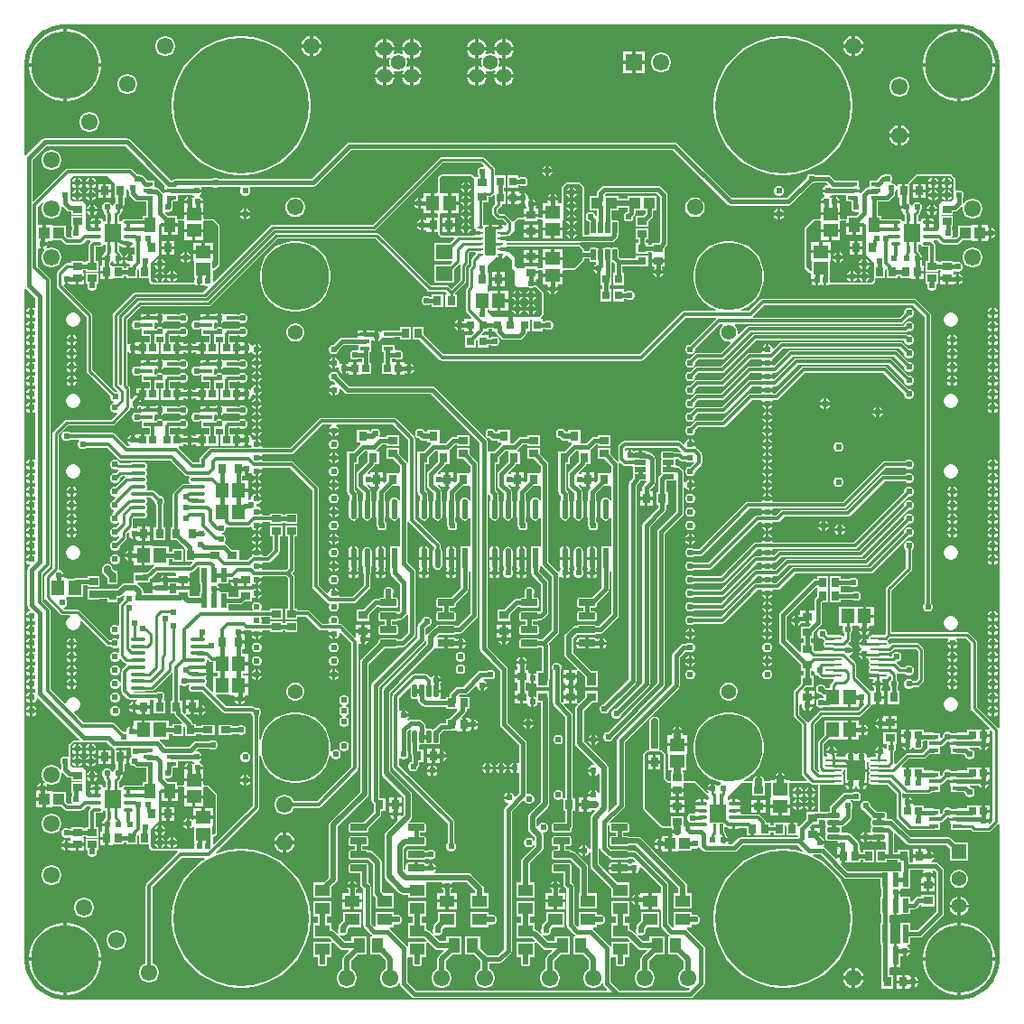
<source format=gbl>
G04*
G04 #@! TF.GenerationSoftware,Altium Limited,Altium Designer,21.6.4 (81)*
G04*
G04 Layer_Physical_Order=6*
G04 Layer_Color=16711680*
%FSLAX25Y25*%
%MOIN*%
G70*
G04*
G04 #@! TF.SameCoordinates,FB766961-2115-4812-9BC3-E0D6EEC5A3F0*
G04*
G04*
G04 #@! TF.FilePolarity,Positive*
G04*
G01*
G75*
%ADD21R,0.03150X0.03543*%
%ADD22R,0.03543X0.03150*%
%ADD25R,0.05118X0.05709*%
%ADD26R,0.02756X0.03347*%
%ADD27R,0.02756X0.03740*%
%ADD28R,0.03347X0.02756*%
G04:AMPARAMS|DCode=29|XSize=41.34mil|YSize=17.72mil|CornerRadius=1.95mil|HoleSize=0mil|Usage=FLASHONLY|Rotation=90.000|XOffset=0mil|YOffset=0mil|HoleType=Round|Shape=RoundedRectangle|*
%AMROUNDEDRECTD29*
21,1,0.04134,0.01382,0,0,90.0*
21,1,0.03744,0.01772,0,0,90.0*
1,1,0.00390,0.00691,0.01872*
1,1,0.00390,0.00691,-0.01872*
1,1,0.00390,-0.00691,-0.01872*
1,1,0.00390,-0.00691,0.01872*
%
%ADD29ROUNDEDRECTD29*%
%ADD44R,0.05469X0.05469*%
%ADD45C,0.05469*%
%ADD53C,0.01968*%
%ADD55C,0.02000*%
%ADD56C,0.01600*%
%ADD57C,0.01200*%
%ADD58C,0.02500*%
%ADD59C,0.00394*%
%ADD60C,0.05512*%
%ADD61C,0.06102*%
%ADD62C,0.50000*%
%ADD63C,0.25000*%
%ADD64C,0.05500*%
%ADD65R,0.06102X0.06102*%
%ADD66C,0.02400*%
%ADD68C,0.01000*%
%ADD69R,0.02756X0.03150*%
%ADD70R,0.02134X0.07378*%
G04:AMPARAMS|DCode=71|XSize=73.78mil|YSize=21.34mil|CornerRadius=10.67mil|HoleSize=0mil|Usage=FLASHONLY|Rotation=90.000|XOffset=0mil|YOffset=0mil|HoleType=Round|Shape=RoundedRectangle|*
%AMROUNDEDRECTD71*
21,1,0.07378,0.00000,0,0,90.0*
21,1,0.05244,0.02134,0,0,90.0*
1,1,0.02134,0.00000,0.02622*
1,1,0.02134,0.00000,-0.02622*
1,1,0.02134,0.00000,-0.02622*
1,1,0.02134,0.00000,0.02622*
%
%ADD71ROUNDEDRECTD71*%
%ADD72R,0.05709X0.05118*%
G04:AMPARAMS|DCode=73|XSize=17.72mil|YSize=45.28mil|CornerRadius=1.95mil|HoleSize=0mil|Usage=FLASHONLY|Rotation=180.000|XOffset=0mil|YOffset=0mil|HoleType=Round|Shape=RoundedRectangle|*
%AMROUNDEDRECTD73*
21,1,0.01772,0.04138,0,0,180.0*
21,1,0.01382,0.04528,0,0,180.0*
1,1,0.00390,-0.00691,0.02069*
1,1,0.00390,0.00691,0.02069*
1,1,0.00390,0.00691,-0.02069*
1,1,0.00390,-0.00691,-0.02069*
%
%ADD73ROUNDEDRECTD73*%
%ADD74R,0.03543X0.04724*%
%ADD75R,0.06065X0.00994*%
G04:AMPARAMS|DCode=76|XSize=60.65mil|YSize=9.94mil|CornerRadius=4.97mil|HoleSize=0mil|Usage=FLASHONLY|Rotation=0.000|XOffset=0mil|YOffset=0mil|HoleType=Round|Shape=RoundedRectangle|*
%AMROUNDEDRECTD76*
21,1,0.06065,0.00000,0,0,0.0*
21,1,0.05071,0.00994,0,0,0.0*
1,1,0.00994,0.02535,0.00000*
1,1,0.00994,-0.02535,0.00000*
1,1,0.00994,-0.02535,0.00000*
1,1,0.00994,0.02535,0.00000*
%
%ADD76ROUNDEDRECTD76*%
%ADD77R,0.03740X0.02756*%
%ADD78R,0.02953X0.03347*%
%ADD79R,0.04724X0.02362*%
%ADD80R,0.03543X0.01575*%
%ADD81R,0.02992X0.02835*%
%ADD82R,0.02362X0.07087*%
%ADD83R,0.02205X0.05236*%
G04:AMPARAMS|DCode=84|XSize=17.72mil|YSize=45.28mil|CornerRadius=1.95mil|HoleSize=0mil|Usage=FLASHONLY|Rotation=90.000|XOffset=0mil|YOffset=0mil|HoleType=Round|Shape=RoundedRectangle|*
%AMROUNDEDRECTD84*
21,1,0.01772,0.04138,0,0,90.0*
21,1,0.01382,0.04528,0,0,90.0*
1,1,0.00390,0.02069,0.00691*
1,1,0.00390,0.02069,-0.00691*
1,1,0.00390,-0.02069,-0.00691*
1,1,0.00390,-0.02069,0.00691*
%
%ADD84ROUNDEDRECTD84*%
G04:AMPARAMS|DCode=85|XSize=41.34mil|YSize=17.72mil|CornerRadius=1.95mil|HoleSize=0mil|Usage=FLASHONLY|Rotation=0.000|XOffset=0mil|YOffset=0mil|HoleType=Round|Shape=RoundedRectangle|*
%AMROUNDEDRECTD85*
21,1,0.04134,0.01382,0,0,0.0*
21,1,0.03744,0.01772,0,0,0.0*
1,1,0.00390,0.01872,-0.00691*
1,1,0.00390,-0.01872,-0.00691*
1,1,0.00390,-0.01872,0.00691*
1,1,0.00390,0.01872,0.00691*
%
%ADD85ROUNDEDRECTD85*%
%ADD86R,0.06614X0.07402*%
G04:AMPARAMS|DCode=87|XSize=19.68mil|YSize=9.84mil|CornerRadius=1.97mil|HoleSize=0mil|Usage=FLASHONLY|Rotation=180.000|XOffset=0mil|YOffset=0mil|HoleType=Round|Shape=RoundedRectangle|*
%AMROUNDEDRECTD87*
21,1,0.01968,0.00591,0,0,180.0*
21,1,0.01575,0.00984,0,0,180.0*
1,1,0.00394,-0.00787,0.00295*
1,1,0.00394,0.00787,0.00295*
1,1,0.00394,0.00787,-0.00295*
1,1,0.00394,-0.00787,-0.00295*
%
%ADD87ROUNDEDRECTD87*%
G04:AMPARAMS|DCode=88|XSize=39.37mil|YSize=104.33mil|CornerRadius=1.97mil|HoleSize=0mil|Usage=FLASHONLY|Rotation=180.000|XOffset=0mil|YOffset=0mil|HoleType=Round|Shape=RoundedRectangle|*
%AMROUNDEDRECTD88*
21,1,0.03937,0.10039,0,0,180.0*
21,1,0.03543,0.10433,0,0,180.0*
1,1,0.00394,-0.01772,0.05020*
1,1,0.00394,0.01772,0.05020*
1,1,0.00394,0.01772,-0.05020*
1,1,0.00394,-0.01772,-0.05020*
%
%ADD88ROUNDEDRECTD88*%
%ADD89R,0.03347X0.02953*%
%ADD90R,0.06102X0.05315*%
%ADD91R,0.04134X0.04134*%
%ADD92R,0.03150X0.02756*%
G04:AMPARAMS|DCode=93|XSize=13.78mil|YSize=33.47mil|CornerRadius=2mil|HoleSize=0mil|Usage=FLASHONLY|Rotation=90.000|XOffset=0mil|YOffset=0mil|HoleType=Round|Shape=RoundedRectangle|*
%AMROUNDEDRECTD93*
21,1,0.01378,0.02947,0,0,90.0*
21,1,0.00978,0.03347,0,0,90.0*
1,1,0.00400,0.01473,0.00489*
1,1,0.00400,0.01473,-0.00489*
1,1,0.00400,-0.01473,-0.00489*
1,1,0.00400,-0.01473,0.00489*
%
%ADD93ROUNDEDRECTD93*%
G04:AMPARAMS|DCode=94|XSize=68.9mil|YSize=59.06mil|CornerRadius=2.07mil|HoleSize=0mil|Usage=FLASHONLY|Rotation=90.000|XOffset=0mil|YOffset=0mil|HoleType=Round|Shape=RoundedRectangle|*
%AMROUNDEDRECTD94*
21,1,0.06890,0.05492,0,0,90.0*
21,1,0.06476,0.05906,0,0,90.0*
1,1,0.00413,0.02746,0.03238*
1,1,0.00413,0.02746,-0.03238*
1,1,0.00413,-0.02746,-0.03238*
1,1,0.00413,-0.02746,0.03238*
%
%ADD94ROUNDEDRECTD94*%
%ADD95R,0.04134X0.05709*%
%ADD96R,0.05512X0.04331*%
%ADD97R,0.04331X0.05512*%
G04:AMPARAMS|DCode=98|XSize=61.02mil|YSize=23.62mil|CornerRadius=2.01mil|HoleSize=0mil|Usage=FLASHONLY|Rotation=180.000|XOffset=0mil|YOffset=0mil|HoleType=Round|Shape=RoundedRectangle|*
%AMROUNDEDRECTD98*
21,1,0.06102,0.01961,0,0,180.0*
21,1,0.05701,0.02362,0,0,180.0*
1,1,0.00402,-0.02850,0.00980*
1,1,0.00402,0.02850,0.00980*
1,1,0.00402,0.02850,-0.00980*
1,1,0.00402,-0.02850,-0.00980*
%
%ADD98ROUNDEDRECTD98*%
%ADD99O,0.05512X0.01378*%
G36*
X269546Y407868D02*
X269418Y407555D01*
X269301Y407406D01*
X268642D01*
X267980Y407132D01*
X267474Y406626D01*
X267200Y405964D01*
Y405248D01*
X267474Y404587D01*
X267572Y404489D01*
X267572Y403988D01*
X267219Y403635D01*
X266727Y403635D01*
X266243Y403675D01*
X265459Y404459D01*
X265000Y404649D01*
X254000Y404649D01*
X253541Y404459D01*
X252750Y403669D01*
X252560Y403209D01*
Y397941D01*
X252146Y397654D01*
X251250D01*
Y394000D01*
Y390346D01*
X252128D01*
X252231Y390299D01*
X252560Y390059D01*
Y388572D01*
X251447D01*
Y386000D01*
Y383428D01*
X252560D01*
Y382790D01*
X252750Y382331D01*
X253541Y381541D01*
X254000Y381351D01*
X258568D01*
X258759Y380889D01*
X257065Y379194D01*
X251349D01*
Y372679D01*
X257771D01*
X257962Y372218D01*
X257065Y371321D01*
X251349D01*
Y364806D01*
X258651D01*
Y369734D01*
X260529Y371613D01*
X260553Y371602D01*
X260942Y371318D01*
X260878Y371000D01*
X260878Y371000D01*
Y365757D01*
X257559Y362437D01*
X256703Y363293D01*
X256339Y363536D01*
X255910Y363622D01*
X255910Y363621D01*
X249965D01*
X230793Y382793D01*
X230429Y383036D01*
X230000Y383122D01*
X230000Y383121D01*
X193000D01*
X193000Y383122D01*
X192571Y383036D01*
X192207Y382793D01*
X192207Y382793D01*
X167535Y358121D01*
X142500D01*
X142071Y358036D01*
X141707Y357793D01*
X141707Y357793D01*
X136207Y352293D01*
X135964Y351929D01*
X135878Y351500D01*
X135878Y351500D01*
Y326915D01*
X135378Y326708D01*
X134878Y327208D01*
Y352291D01*
X141465Y358878D01*
X166500D01*
X166500Y358878D01*
X166929Y358964D01*
X167293Y359207D01*
X191965Y383878D01*
X229000D01*
X229000Y383878D01*
X229429Y383964D01*
X229793Y384207D01*
X254465Y408879D01*
X268535D01*
X269546Y407868D01*
D02*
G37*
G36*
X443000Y403000D02*
Y395500D01*
X442000Y394500D01*
X438500D01*
X437500Y393500D01*
Y384500D01*
X436649Y383649D01*
X435916D01*
X435891Y383680D01*
X433307D01*
Y384879D01*
X435778D01*
X435722Y385159D01*
X435501Y385490D01*
Y385629D01*
X435722Y385959D01*
X435778Y386239D01*
X433307D01*
Y386839D01*
X432707D01*
Y388347D01*
X431834D01*
X431444Y388269D01*
X431113Y388049D01*
X430892Y387718D01*
X430836Y387436D01*
X430409Y387173D01*
X429980Y387369D01*
Y389544D01*
X430293Y389857D01*
X430536Y390220D01*
X430622Y390650D01*
X430622Y390650D01*
Y391076D01*
X431026Y391480D01*
X431300Y392142D01*
Y392858D01*
X431026Y393520D01*
X430520Y394026D01*
X429858Y394300D01*
X429142D01*
X428480Y394026D01*
X427974Y393520D01*
X427762Y393008D01*
X427238D01*
X427026Y393520D01*
X426520Y394026D01*
X426500Y394034D01*
Y396128D01*
X426722D01*
Y400872D01*
X426722D01*
X426828Y401328D01*
X429500Y404000D01*
X442000D01*
X443000Y403000D01*
D02*
G37*
G36*
X151825Y400587D02*
X151759Y400087D01*
X151759D01*
Y399100D01*
X154331D01*
Y397900D01*
X151759D01*
Y397719D01*
X151690Y397692D01*
X151259Y397636D01*
X151009Y398009D01*
X151009Y398009D01*
X149522Y399497D01*
X149059Y399806D01*
X148513Y399915D01*
X148513Y399915D01*
X148041D01*
Y402447D01*
X145870D01*
X145669Y402487D01*
X145301D01*
X143932Y403856D01*
X143469Y404166D01*
X142922Y404274D01*
X142922Y404274D01*
X142771D01*
X142520Y404526D01*
X141858Y404800D01*
X141430D01*
X139865Y406365D01*
X139468Y406630D01*
X139000Y406723D01*
X116000D01*
X115532Y406630D01*
X115135Y406365D01*
X103389Y394620D01*
X102927Y394811D01*
Y409909D01*
X108091Y415073D01*
X137339D01*
X151825Y400587D01*
D02*
G37*
G36*
X273660Y396885D02*
Y393825D01*
X273660Y393825D01*
X273660D01*
X273459Y393407D01*
X272845Y392793D01*
X272602Y392429D01*
X272516Y392000D01*
X272516Y392000D01*
Y390362D01*
X272516Y390362D01*
X272602Y389933D01*
X272845Y389569D01*
X274207Y388207D01*
X274207Y388207D01*
X274571Y387964D01*
X275000Y387878D01*
X275000Y387878D01*
X276535D01*
X277878Y386535D01*
Y385889D01*
X277379Y385737D01*
X277246Y385935D01*
X276917Y386156D01*
X276528Y386233D01*
X276340D01*
Y384921D01*
X275140D01*
Y386233D01*
X274953D01*
X274564Y386156D01*
X274383Y386035D01*
X273777D01*
X273772Y386036D01*
X272600D01*
Y380000D01*
X271400D01*
Y386036D01*
X270228D01*
X269881Y385967D01*
X269815Y385975D01*
X269381Y386254D01*
Y394365D01*
X271273D01*
Y396176D01*
X271797D01*
X271797Y396176D01*
X272226Y396261D01*
X272590Y396504D01*
X273160Y397074D01*
X273660Y396885D01*
D02*
G37*
G36*
X422172Y398834D02*
Y395928D01*
X423120D01*
Y393669D01*
X423120Y393669D01*
X423229Y393123D01*
X423244Y393100D01*
X425500D01*
Y391900D01*
X423584D01*
X423805Y391367D01*
X424367Y390805D01*
X424378Y390800D01*
Y390650D01*
X424378Y390650D01*
X424464Y390220D01*
X424707Y389857D01*
X425020Y389544D01*
Y387265D01*
X424754D01*
X424482Y387210D01*
X424357Y387240D01*
X424117Y387376D01*
X423946Y387510D01*
X423920Y387640D01*
X423743Y387904D01*
X423478Y388081D01*
X423166Y388143D01*
X420220D01*
X419907Y388081D01*
X419879Y388062D01*
X416309D01*
Y389454D01*
X415069D01*
Y394526D01*
X418454D01*
X418454Y394526D01*
X419000Y394635D01*
X419463Y394944D01*
X421009Y396491D01*
X421009Y396491D01*
X421319Y396954D01*
X421427Y397500D01*
Y398482D01*
X421526Y398580D01*
X421672Y398934D01*
X422172Y398834D01*
D02*
G37*
G36*
X133172Y401328D02*
X133278Y400872D01*
X133278D01*
Y396128D01*
X133500D01*
Y394034D01*
X133480Y394026D01*
X132974Y393520D01*
X132762Y393008D01*
X132238D01*
X132026Y393520D01*
X131520Y394026D01*
X130858Y394300D01*
X130142D01*
X129480Y394026D01*
X128974Y393520D01*
X128700Y392858D01*
Y392142D01*
X128974Y391480D01*
X129378Y391076D01*
Y390650D01*
X129378Y390650D01*
X129464Y390220D01*
X129707Y389857D01*
X130020Y389544D01*
Y387369D01*
X129591Y387173D01*
X129164Y387436D01*
X129108Y387718D01*
X128887Y388049D01*
X128556Y388269D01*
X128166Y388347D01*
X127293D01*
Y386839D01*
X126693D01*
Y386239D01*
X124222D01*
X124278Y385959D01*
X124499Y385629D01*
Y385490D01*
X124278Y385159D01*
X124222Y384879D01*
X126693D01*
Y383680D01*
X124109D01*
X124084Y383649D01*
X123351D01*
X122500Y384500D01*
Y393500D01*
X121500Y394500D01*
X118000D01*
X117000Y395500D01*
Y403000D01*
X118000Y404000D01*
X130500D01*
X133172Y401328D01*
D02*
G37*
G36*
X115000Y460000D02*
X445000Y460000D01*
X445000Y460000D01*
X445000Y460000D01*
X445983Y460000D01*
X447933Y459743D01*
X449832Y459234D01*
X451649Y458482D01*
X453351Y457499D01*
X454911Y456302D01*
X456302Y454911D01*
X457499Y453351D01*
X458482Y451649D01*
X459234Y449832D01*
X459743Y447933D01*
X460000Y445983D01*
X460000Y445000D01*
X460000Y200345D01*
X459908Y200273D01*
X459293Y200293D01*
X459293Y200293D01*
X451622Y207965D01*
Y232000D01*
X451622Y232000D01*
X451536Y232429D01*
X451293Y232793D01*
X451293Y232793D01*
X448739Y235347D01*
X448375Y235590D01*
X447946Y235676D01*
X447946Y235676D01*
X420122D01*
Y251035D01*
X427293Y258207D01*
X427293Y258207D01*
X427536Y258571D01*
X427622Y259000D01*
Y266076D01*
X428026Y266480D01*
X428300Y267142D01*
Y267858D01*
X428026Y268520D01*
X427520Y269026D01*
X426858Y269300D01*
X426142D01*
X425480Y269026D01*
X424974Y268520D01*
X424700Y267858D01*
Y267142D01*
X424974Y266480D01*
X425378Y266076D01*
Y259465D01*
X418207Y252293D01*
X417964Y251929D01*
X417878Y251500D01*
X417878Y251500D01*
Y235018D01*
X417371Y234511D01*
X415307D01*
X415291Y234508D01*
X412771D01*
X412343Y234423D01*
X411980Y234181D01*
X411738Y233818D01*
X411653Y233390D01*
X411654Y233381D01*
X411194Y233135D01*
X411133Y233195D01*
X410600Y233416D01*
Y231500D01*
X410000D01*
Y230900D01*
X408084D01*
X408305Y230367D01*
X408867Y229804D01*
X408923Y229782D01*
Y229281D01*
X408867Y229258D01*
X408305Y228696D01*
X408084Y228163D01*
X410000D01*
Y227563D01*
X410600D01*
Y225647D01*
X411133Y225868D01*
X411233Y225967D01*
X411693Y225721D01*
X411653Y225516D01*
X411738Y225088D01*
X411980Y224725D01*
Y224338D01*
X411738Y223975D01*
X411653Y223547D01*
X411738Y223119D01*
X411881Y222905D01*
X411944Y222563D01*
X411881Y222221D01*
X411738Y222007D01*
X411653Y221579D01*
X411738Y221151D01*
X411770Y221102D01*
X411836Y220545D01*
X411612Y220210D01*
X415307D01*
Y219010D01*
X411612D01*
X411836Y218675D01*
X412265Y218389D01*
X412771Y218288D01*
X413252D01*
X413459Y217788D01*
X413305Y217633D01*
X413084Y217100D01*
X416916D01*
X416695Y217633D01*
X416541Y217788D01*
X416748Y218288D01*
X417842D01*
X418348Y218389D01*
X418777Y218675D01*
X419064Y219104D01*
X419095Y219262D01*
X419640Y219472D01*
X419831Y219324D01*
Y218006D01*
X419427Y217601D01*
X419153Y216940D01*
Y216224D01*
X419427Y215562D01*
X419525Y215464D01*
Y213872D01*
X418778D01*
Y209128D01*
X423128D01*
Y213872D01*
X422380D01*
Y215464D01*
X422479Y215562D01*
X422753Y216224D01*
Y216940D01*
X422479Y217601D01*
X422074Y218006D01*
Y220047D01*
X422074Y220047D01*
X422041Y220217D01*
X422491Y220517D01*
X422571Y220464D01*
X423000Y220378D01*
X425088D01*
X425492Y219974D01*
X426154Y219700D01*
X426870D01*
X427531Y219974D01*
X428038Y220480D01*
X428312Y221142D01*
Y221858D01*
X428038Y222520D01*
X427531Y223026D01*
X426870Y223300D01*
X426154D01*
X425492Y223026D01*
X425088Y222621D01*
X423465D01*
X421886Y224200D01*
X422085Y224700D01*
X422358D01*
X423020Y224974D01*
X423526Y225480D01*
X423800Y226142D01*
Y226858D01*
X423526Y227520D01*
X423020Y228026D01*
X422358Y228300D01*
X421642D01*
X420980Y228026D01*
X420474Y227520D01*
X420200Y226858D01*
Y226665D01*
X420172Y226637D01*
X419391D01*
X419245Y226884D01*
X415307D01*
Y228084D01*
X419245D01*
X419391Y228331D01*
X419453D01*
X419453Y228331D01*
X419882Y228417D01*
X420246Y228660D01*
X420965Y229379D01*
X429035D01*
X429878Y228535D01*
Y218465D01*
X429035Y217621D01*
X427936D01*
X427531Y218026D01*
X426870Y218300D01*
X426154D01*
X425492Y218026D01*
X424986Y217520D01*
X424712Y216858D01*
Y216142D01*
X424986Y215480D01*
X425492Y214974D01*
X426154Y214700D01*
X426870D01*
X427531Y214974D01*
X427936Y215378D01*
X429500D01*
X429500Y215378D01*
X429929Y215464D01*
X430293Y215707D01*
X431793Y217207D01*
X432036Y217571D01*
X432122Y218000D01*
X432122Y218000D01*
Y229000D01*
X432122Y229000D01*
X432036Y229429D01*
X431793Y229793D01*
X430293Y231293D01*
X429929Y231536D01*
X429500Y231622D01*
X429500Y231622D01*
X420500D01*
X420500Y231622D01*
X420071Y231536D01*
X419707Y231293D01*
X419707Y231293D01*
X419634Y231220D01*
X419280Y231372D01*
X419158Y231451D01*
X419064Y231927D01*
X418777Y232356D01*
X418905Y232872D01*
X419465Y233432D01*
X440932D01*
X441139Y232932D01*
X440840Y232633D01*
X440619Y232100D01*
X444452D01*
X444231Y232633D01*
X443931Y232932D01*
X444139Y233432D01*
X447481D01*
X449378Y231535D01*
Y207500D01*
X449378Y207500D01*
X449464Y207071D01*
X449707Y206707D01*
X456197Y200217D01*
X455990Y199717D01*
X454529D01*
Y198100D01*
X456225D01*
Y199482D01*
X456725Y199689D01*
X457378Y199035D01*
Y165965D01*
X456205Y164792D01*
X455782Y165075D01*
X455916Y165400D01*
X454000D01*
Y166600D01*
X455916D01*
X455841Y166783D01*
X456175Y167283D01*
X456225D01*
Y168900D01*
X453929D01*
Y169500D01*
X453329D01*
Y171717D01*
X451633D01*
Y171517D01*
X447975D01*
Y170499D01*
X444343D01*
X444343Y170499D01*
X444079Y170447D01*
X441959D01*
X441959Y170447D01*
Y170447D01*
X441840Y170538D01*
X441779Y170585D01*
X441558Y170676D01*
X441117Y170859D01*
X440401D01*
X439739Y170585D01*
X439233Y170079D01*
X438959Y169417D01*
Y168989D01*
X438503Y168533D01*
X438041Y168725D01*
Y170447D01*
X435921D01*
X435657Y170499D01*
X435657Y170499D01*
X432025D01*
Y171517D01*
X428367D01*
Y171717D01*
X428175D01*
X427841Y172217D01*
X427916Y172400D01*
X426000D01*
Y173000D01*
X425400D01*
Y174916D01*
X424867Y174696D01*
X424622Y174450D01*
X424122Y174657D01*
Y176085D01*
X424622Y176292D01*
X424707Y176207D01*
X424707Y176207D01*
X425071Y175964D01*
X425500Y175878D01*
X433713D01*
X433713Y175878D01*
X434142Y175964D01*
X434506Y176207D01*
X434862Y176564D01*
X435382D01*
X435382Y176564D01*
X435490Y176585D01*
X438041D01*
Y179495D01*
X438387D01*
X438856Y179588D01*
X439253Y179854D01*
X440689Y181291D01*
X441117D01*
X441343Y181384D01*
X441722Y181131D01*
X444331D01*
Y179931D01*
X441759D01*
Y178944D01*
X441959D01*
Y176585D01*
X444129D01*
X444331Y176545D01*
X444331Y176545D01*
X446751D01*
X447242Y176054D01*
X447461Y175524D01*
X447968Y175018D01*
X448629Y174744D01*
X449345D01*
X450007Y175018D01*
X450513Y175524D01*
X450787Y176186D01*
Y176902D01*
X450513Y177564D01*
X450007Y178070D01*
X449345Y178344D01*
X449123D01*
X448912Y178614D01*
X449132Y179104D01*
X452206D01*
X452305Y178867D01*
X452867Y178305D01*
X453400Y178084D01*
Y180000D01*
X454000D01*
Y180600D01*
X455916D01*
X455815Y180846D01*
X456136Y181346D01*
X456225D01*
Y182963D01*
X453929D01*
Y183563D01*
X453329D01*
Y185780D01*
X451633D01*
Y185580D01*
X447975D01*
Y184531D01*
X444343D01*
X444343Y184531D01*
X444079Y184478D01*
X441959D01*
X441959Y184478D01*
Y184478D01*
X441840Y184570D01*
X441779Y184616D01*
X441558Y184708D01*
X441117Y184891D01*
X440401D01*
X439739Y184616D01*
X439233Y184110D01*
X438959Y183449D01*
Y183021D01*
X438503Y182565D01*
X438041Y182756D01*
Y184478D01*
X435921D01*
X435657Y184531D01*
X435657Y184531D01*
X432025D01*
Y185580D01*
X428367D01*
Y185780D01*
X426671D01*
Y183563D01*
X425471D01*
Y185780D01*
X424074D01*
X423866Y186280D01*
X426465Y188878D01*
X431957D01*
X431957Y188878D01*
X432386Y188964D01*
X432750Y189207D01*
X434075Y190532D01*
X435382D01*
X435382Y190532D01*
X435490Y190553D01*
X438041D01*
Y193464D01*
X438387D01*
X438856Y193557D01*
X439253Y193822D01*
X440689Y195259D01*
X441117D01*
X441343Y195353D01*
X441722Y195100D01*
X444331D01*
Y193900D01*
X441759D01*
Y192913D01*
X441959D01*
Y190553D01*
X444129D01*
X444331Y190514D01*
X444331Y190514D01*
X446751D01*
X447242Y190023D01*
X447461Y189493D01*
X447968Y188987D01*
X448629Y188713D01*
X449345D01*
X450007Y188987D01*
X450513Y189493D01*
X450787Y190155D01*
Y190871D01*
X450513Y191532D01*
X450007Y192039D01*
X449345Y192313D01*
X449123D01*
X448912Y192583D01*
X449132Y193073D01*
X452219D01*
X452305Y192867D01*
X452867Y192305D01*
X453400Y192084D01*
Y194000D01*
X454000D01*
Y194600D01*
X455916D01*
X455841Y194783D01*
X456175Y195283D01*
X456225D01*
Y196900D01*
X453929D01*
Y197500D01*
X453329D01*
Y199717D01*
X451633D01*
Y199517D01*
X447975D01*
Y198499D01*
X444343D01*
X444343Y198499D01*
X444079Y198447D01*
X441959D01*
X441959Y198447D01*
Y198447D01*
X441840Y198538D01*
X441779Y198585D01*
X441558Y198676D01*
X441117Y198859D01*
X440401D01*
X439739Y198585D01*
X439233Y198079D01*
X438959Y197417D01*
Y196989D01*
X438503Y196533D01*
X438041Y196724D01*
Y198447D01*
X435921D01*
X435657Y198499D01*
X435657Y198499D01*
X432025D01*
Y199517D01*
X428367D01*
Y199717D01*
X426671D01*
Y197500D01*
X426071D01*
Y196900D01*
X423775D01*
Y195283D01*
X423825D01*
X424159Y194783D01*
X424084Y194600D01*
X426000D01*
Y194000D01*
X426600D01*
Y192084D01*
X427133Y192305D01*
X427696Y192867D01*
X427767Y193039D01*
X428308D01*
X428332Y192980D01*
X428839Y192474D01*
X429500Y192200D01*
X430216D01*
X430878Y192474D01*
X431384Y192980D01*
X431658Y193642D01*
Y194358D01*
X431384Y195020D01*
X431563Y195483D01*
X432025D01*
Y195644D01*
X433298D01*
Y192713D01*
X433181Y192690D01*
X432817Y192447D01*
X432817Y192447D01*
X431492Y191122D01*
X426000D01*
X425571Y191036D01*
X425207Y190793D01*
X425207Y190793D01*
X421561Y187147D01*
X421100Y187394D01*
X421122Y187500D01*
X421122Y187500D01*
Y191576D01*
X421526Y191980D01*
X421800Y192642D01*
Y193358D01*
X421587Y193872D01*
X421826Y194372D01*
X421872D01*
Y198722D01*
X417128D01*
Y194372D01*
X418174D01*
X418413Y193872D01*
X418200Y193358D01*
Y192642D01*
X417738Y192530D01*
X417696Y192633D01*
X417133Y193195D01*
X416600Y193416D01*
Y191500D01*
X416000D01*
Y190900D01*
X414084D01*
X414216Y190582D01*
X414185Y190428D01*
X414185Y190428D01*
Y189759D01*
X412771D01*
X412265Y189659D01*
X411836Y189372D01*
X411821Y189349D01*
X411182Y189285D01*
X411004Y189456D01*
X411000Y189473D01*
Y189898D01*
X410696Y190633D01*
X410133Y191195D01*
X409600Y191416D01*
Y189500D01*
X408400D01*
Y191416D01*
X407867Y191195D01*
X407304Y190633D01*
X407250Y190501D01*
X406750D01*
X406696Y190633D01*
X406133Y191195D01*
X405600Y191416D01*
Y189500D01*
X404400D01*
Y191416D01*
X403867Y191195D01*
X403304Y190633D01*
X403000Y189898D01*
Y189559D01*
X403000Y189559D01*
X403000Y189559D01*
X401885D01*
X401735Y189659D01*
X401229Y189759D01*
X399815D01*
Y190428D01*
X399815Y190428D01*
X399784Y190582D01*
X399916Y190900D01*
X396084D01*
X396304Y190367D01*
X396412Y190259D01*
X396205Y189759D01*
X396158D01*
X395652Y189659D01*
X395621Y189638D01*
X395122Y189906D01*
Y194390D01*
X396778Y196046D01*
X401291D01*
Y195846D01*
X404050D01*
Y199500D01*
Y203154D01*
X401291D01*
Y202954D01*
X395191D01*
Y197632D01*
X393207Y195647D01*
X392964Y195283D01*
X392878Y194854D01*
X392879Y194854D01*
Y185500D01*
X392878Y185500D01*
X392964Y185071D01*
X393207Y184707D01*
X393401Y184513D01*
X393236Y183970D01*
X393136Y183950D01*
X391621Y185465D01*
Y201535D01*
X394465Y204378D01*
X408000D01*
X408000Y204378D01*
X408429Y204464D01*
X408793Y204707D01*
X412293Y208207D01*
X412293Y208207D01*
X412491Y208503D01*
X412536Y208571D01*
X412853Y208928D01*
X413092Y208928D01*
X414447D01*
Y211500D01*
X415047D01*
Y212100D01*
X417422D01*
Y214072D01*
X416451D01*
Y215123D01*
X416695Y215367D01*
X416916Y215900D01*
X413084D01*
X413305Y215367D01*
X413596Y215075D01*
Y214425D01*
X413243Y214072D01*
X412672Y214072D01*
X412172Y213914D01*
X407122Y218965D01*
Y223500D01*
X407122Y223500D01*
X407036Y223929D01*
X406793Y224293D01*
X404548Y226538D01*
X404677Y227116D01*
X405133Y227305D01*
X405695Y227867D01*
X405916Y228400D01*
X404000D01*
Y229600D01*
X405916D01*
X405695Y230133D01*
X405133Y230696D01*
X404398Y231000D01*
X404293D01*
X404086Y231500D01*
X404643Y232057D01*
X404643Y232057D01*
X404887Y232421D01*
X404972Y232850D01*
X404972Y232850D01*
Y235226D01*
X405376Y235630D01*
X405650Y236292D01*
Y237008D01*
X405428Y237546D01*
X405653Y238046D01*
X406790D01*
Y237846D01*
X407864D01*
X408185Y237346D01*
X408084Y237100D01*
X411916D01*
X411814Y237346D01*
X412136Y237846D01*
X413509D01*
Y240900D01*
X410150D01*
Y241500D01*
X409550D01*
Y245154D01*
X406790D01*
Y244954D01*
X400691D01*
Y238046D01*
X402048D01*
X402273Y237546D01*
X402050Y237008D01*
Y236292D01*
X402324Y235630D01*
X402729Y235226D01*
Y234214D01*
X402642Y234149D01*
X402020Y234181D01*
X401657Y234423D01*
X401229Y234508D01*
X398721D01*
X398691Y234514D01*
X398691Y234514D01*
X396572D01*
X396300Y234786D01*
Y235358D01*
X396026Y236020D01*
X395520Y236526D01*
X394858Y236800D01*
X394142D01*
X393480Y236526D01*
X392974Y236020D01*
X392700Y235358D01*
Y234642D01*
X392974Y233980D01*
X393480Y233474D01*
X394142Y233200D01*
X394714D01*
X395207Y232707D01*
X395296Y232433D01*
X395252Y232040D01*
X395125Y231849D01*
X395040Y231421D01*
X395125Y230993D01*
X395157Y230945D01*
X395223Y230388D01*
X394999Y230053D01*
X398693D01*
Y228853D01*
X394755D01*
X394609Y228606D01*
X391630D01*
X391372Y228864D01*
Y231628D01*
X390427D01*
Y233372D01*
X391372D01*
Y235703D01*
X394009Y238341D01*
X394009Y238341D01*
X394319Y238804D01*
X394427Y239350D01*
X394427Y239350D01*
Y246598D01*
X394556Y246727D01*
X396714D01*
Y251273D01*
X396714D01*
Y251727D01*
X396714D01*
Y256273D01*
X392758D01*
Y255323D01*
X391896D01*
X391896Y255323D01*
X391349Y255214D01*
X390886Y254905D01*
X390886Y254905D01*
X378991Y243009D01*
X378681Y242546D01*
X378573Y242000D01*
X378573Y242000D01*
Y232350D01*
X378573Y232350D01*
X378681Y231804D01*
X378991Y231341D01*
X386628Y223703D01*
Y221372D01*
X387573D01*
Y219628D01*
X386628D01*
Y216667D01*
X384207Y214246D01*
X383964Y213882D01*
X383878Y213453D01*
X383878Y213453D01*
Y205000D01*
X383878Y205000D01*
X383964Y204571D01*
X384207Y204207D01*
X386878Y201535D01*
Y183500D01*
X386878Y183500D01*
X386964Y183071D01*
X387207Y182707D01*
X388803Y181111D01*
X388611Y180649D01*
X382654D01*
Y180914D01*
X381221D01*
X381018Y181306D01*
X376982D01*
X376779Y180914D01*
X375346D01*
Y180649D01*
X373451D01*
X373068Y180912D01*
X373000Y181026D01*
Y181303D01*
X372695Y182038D01*
X372133Y182601D01*
X371600Y182822D01*
Y180905D01*
X370400D01*
Y182822D01*
X369867Y182601D01*
X369304Y182038D01*
X369000Y181303D01*
Y181026D01*
X368932Y180912D01*
X368548Y180649D01*
X365717D01*
X365597Y181149D01*
X366866Y181796D01*
X368534Y183008D01*
X369992Y184466D01*
X371204Y186134D01*
X372140Y187971D01*
X372777Y189932D01*
X373100Y191969D01*
Y194031D01*
X372777Y196068D01*
X372140Y198029D01*
X371204Y199866D01*
X369992Y201534D01*
X368534Y202992D01*
X366866Y204204D01*
X365029Y205140D01*
X363068Y205777D01*
X361031Y206100D01*
X358969D01*
X356932Y205777D01*
X354971Y205140D01*
X353134Y204204D01*
X351466Y202992D01*
X350008Y201534D01*
X348796Y199866D01*
X347860Y198029D01*
X347223Y196068D01*
X346900Y194031D01*
Y191969D01*
X347223Y189932D01*
X347860Y187971D01*
X348796Y186134D01*
X350008Y184466D01*
X351466Y183008D01*
X353134Y181796D01*
X354971Y180860D01*
X356877Y180241D01*
X356929Y180089D01*
X356922Y179718D01*
X356867Y179695D01*
X356305Y179133D01*
X356250Y179001D01*
X355750D01*
X355696Y179133D01*
X355133Y179695D01*
X354600Y179916D01*
Y178000D01*
X354000D01*
Y177400D01*
X352084D01*
X352305Y176867D01*
X352546Y176626D01*
X352556Y176569D01*
X352378Y176437D01*
X352025Y176394D01*
X347959Y180459D01*
X347500Y180649D01*
X343485D01*
X343273Y180791D01*
Y183832D01*
X342886D01*
Y184691D01*
X344454D01*
Y190791D01*
X344654D01*
Y193550D01*
X337346D01*
Y190791D01*
X337546D01*
Y184691D01*
X339114D01*
Y183832D01*
X338727D01*
Y180791D01*
X338515Y180649D01*
X337769D01*
X336649Y181769D01*
Y190500D01*
X336459Y190959D01*
X335459Y191959D01*
X335000Y192149D01*
X334478D01*
Y196718D01*
X334386D01*
Y199098D01*
Y202500D01*
X334243Y203222D01*
X333834Y203834D01*
X333222Y204243D01*
X332500Y204386D01*
X331778Y204243D01*
X331166Y203834D01*
X330757Y203222D01*
X330614Y202500D01*
Y199098D01*
Y196718D01*
X330522D01*
Y192149D01*
X330000D01*
X329541Y191959D01*
X328541Y190959D01*
X328351Y190500D01*
Y179000D01*
X328350Y170500D01*
X328541Y170041D01*
X335041Y163541D01*
X335500Y163351D01*
X338428D01*
Y163172D01*
X339114D01*
Y162672D01*
X339084Y162600D01*
X341000D01*
Y161400D01*
X339084D01*
X339304Y160867D01*
X339343Y160829D01*
X339151Y160367D01*
X338943D01*
Y157500D01*
Y154633D01*
X341210D01*
Y154833D01*
X346324D01*
Y155497D01*
X346824Y155832D01*
X347142Y155700D01*
X347858D01*
X348520Y155974D01*
X348758Y156213D01*
X349387Y156145D01*
X349491Y155991D01*
X350491Y154991D01*
X350491Y154991D01*
X350954Y154681D01*
X351500Y154573D01*
X362000D01*
X362000Y154573D01*
X362546Y154681D01*
X363009Y154991D01*
X365091Y157073D01*
X385409D01*
X387450Y155032D01*
X387184Y154608D01*
X387098Y154638D01*
X384295Y155278D01*
X381438Y155600D01*
X378562D01*
X375705Y155278D01*
X372902Y154638D01*
X370188Y153689D01*
X367597Y152441D01*
X365163Y150911D01*
X362915Y149118D01*
X360881Y147085D01*
X359089Y144837D01*
X357559Y142403D01*
X356311Y139812D01*
X355362Y137098D01*
X354722Y134295D01*
X354400Y131438D01*
Y128562D01*
X354722Y125705D01*
X355362Y122902D01*
X356311Y120188D01*
X357559Y117597D01*
X359089Y115163D01*
X360881Y112915D01*
X362915Y110881D01*
X365163Y109089D01*
X367597Y107559D01*
X370188Y106311D01*
X372902Y105362D01*
X375705Y104722D01*
X378562Y104400D01*
X381438D01*
X384295Y104722D01*
X387098Y105362D01*
X389812Y106311D01*
X392403Y107559D01*
X394837Y109089D01*
X397085Y110881D01*
X399118Y112915D01*
X400911Y115163D01*
X402441Y117597D01*
X403689Y120188D01*
X404638Y122902D01*
X405278Y125705D01*
X405600Y128562D01*
Y131438D01*
X405278Y134295D01*
X404638Y137098D01*
X403689Y139812D01*
X402441Y142403D01*
X400911Y144837D01*
X399118Y147085D01*
X397085Y149118D01*
X394837Y150911D01*
X392403Y152441D01*
X391065Y153085D01*
X391177Y153573D01*
X393909D01*
X402448Y145033D01*
X402911Y144724D01*
X403457Y144615D01*
X403457Y144615D01*
X416057D01*
Y141006D01*
X416195D01*
Y137994D01*
X416057D01*
Y131558D01*
X416332D01*
Y128474D01*
X415979D01*
Y120187D01*
X416332D01*
Y107484D01*
X416332Y107484D01*
X416372Y107283D01*
Y104128D01*
X420722D01*
Y108872D01*
X419187D01*
Y111751D01*
X419519Y112113D01*
X420900D01*
Y116457D01*
Y120800D01*
X419541D01*
Y128474D01*
X419187D01*
Y131141D01*
X419598Y131358D01*
X420900D01*
Y134776D01*
X422100D01*
Y131358D01*
X423402D01*
X423819Y131558D01*
X426942D01*
Y133348D01*
X428275D01*
X428276Y133348D01*
X428822Y133457D01*
X429285Y133766D01*
X430628Y135110D01*
X431128Y135095D01*
Y134372D01*
X435872D01*
Y138722D01*
X431128D01*
Y137975D01*
X430047D01*
X430047Y137975D01*
X429501Y137866D01*
X429038Y137557D01*
X429038Y137557D01*
X427684Y136203D01*
X426942D01*
Y137994D01*
X423819D01*
X423402Y138194D01*
X423331Y138694D01*
X423416Y138900D01*
X421500D01*
Y140100D01*
X423416D01*
X423241Y140522D01*
X423232Y140633D01*
X423704Y141006D01*
X426942D01*
Y147442D01*
X426942D01*
X427076Y147887D01*
X431805D01*
X432012Y147387D01*
X431805Y147180D01*
X431584Y146647D01*
X435416D01*
X435195Y147180D01*
X435070Y147306D01*
X435254Y147777D01*
X435657Y147824D01*
X436573Y146909D01*
Y132591D01*
X429739Y125758D01*
X427021D01*
Y128474D01*
X423459D01*
Y120800D01*
X422100D01*
Y116457D01*
Y112113D01*
X423481D01*
Y115877D01*
X423619Y115991D01*
X423981Y116151D01*
X424400Y115977D01*
Y117894D01*
X425000D01*
Y118494D01*
X426916D01*
X426695Y119027D01*
X426133Y119589D01*
X425896Y119687D01*
X425995Y120187D01*
X427021D01*
Y122903D01*
X430331D01*
X430331Y122903D01*
X430877Y123012D01*
X431340Y123321D01*
X439009Y130991D01*
X439009Y130991D01*
X439319Y131454D01*
X439427Y132000D01*
Y147500D01*
X439427Y147500D01*
X439319Y148046D01*
X439009Y148509D01*
X439009Y148509D01*
X437195Y150324D01*
X436731Y150634D01*
X436185Y150742D01*
X436185Y150742D01*
X435082D01*
X434983Y151242D01*
X435133Y151304D01*
X435696Y151867D01*
X435916Y152400D01*
X434000D01*
Y153000D01*
X433400D01*
Y154916D01*
X433328Y154886D01*
X432828Y155220D01*
Y155572D01*
X431053D01*
Y153000D01*
X430453D01*
Y152400D01*
X428078D01*
Y150742D01*
X426722D01*
Y155372D01*
X422372D01*
Y154427D01*
X420927D01*
Y161347D01*
X421427Y161554D01*
X425491Y157491D01*
X425491Y157491D01*
X425954Y157181D01*
X426500Y157073D01*
X426500Y157073D01*
X440409D01*
X441666Y155816D01*
Y151166D01*
X448334D01*
Y157834D01*
X443684D01*
X442009Y159509D01*
X441546Y159819D01*
X441000Y159927D01*
X441000Y159927D01*
X427091D01*
X420730Y166289D01*
X420267Y166598D01*
X419721Y166707D01*
X419720Y166707D01*
X418652D01*
X418246Y167148D01*
Y168529D01*
X418184Y168840D01*
X418008Y169103D01*
X417745Y169278D01*
X417435Y169340D01*
X415340D01*
X415280Y169352D01*
X415280Y169352D01*
X414494D01*
X412300Y171546D01*
Y171858D01*
X412026Y172520D01*
X411520Y173026D01*
X410858Y173300D01*
X410142D01*
X409480Y173026D01*
X408974Y172520D01*
X408700Y171858D01*
Y171142D01*
X408974Y170480D01*
X409480Y169974D01*
X410084Y169724D01*
X412487Y167321D01*
Y167148D01*
X412548Y166838D01*
X412715Y166559D01*
X412548Y166281D01*
X412487Y165971D01*
Y164589D01*
X412548Y164278D01*
X412724Y164015D01*
Y163985D01*
X412548Y163722D01*
X412487Y163411D01*
Y162030D01*
X412190Y161708D01*
X411633Y161696D01*
X411100Y161916D01*
Y160000D01*
Y158084D01*
X411633Y158305D01*
X412062Y158734D01*
X412609D01*
X412909Y158533D01*
X413297Y158456D01*
X414766D01*
Y160161D01*
X415966D01*
Y158456D01*
X417435D01*
X417573Y158483D01*
X418073Y158144D01*
Y155273D01*
X414286D01*
Y150727D01*
X418242D01*
Y151573D01*
X422372D01*
Y150628D01*
X423813D01*
Y147829D01*
X423538Y147442D01*
X423202D01*
Y147442D01*
X419798D01*
Y147442D01*
X419462D01*
Y147442D01*
X417595D01*
X417457Y147470D01*
X417457Y147470D01*
X404049D01*
X401454Y150065D01*
X401636Y150505D01*
Y152400D01*
X400058D01*
Y152114D01*
X399596Y151922D01*
X395509Y156009D01*
X395231Y156195D01*
X395106Y156778D01*
X395196Y156867D01*
X395416Y157400D01*
X393500D01*
Y158600D01*
X395416D01*
X395196Y159133D01*
X394633Y159695D01*
X394489Y159755D01*
X394356Y159954D01*
X394356Y159954D01*
X393815Y160494D01*
X391000D01*
Y161094D01*
X390400D01*
Y163469D01*
X390141D01*
X389950Y163931D01*
X390844Y164825D01*
X393372D01*
Y166411D01*
X395348D01*
X395755Y165971D01*
Y164589D01*
X395816Y164278D01*
X395992Y164015D01*
Y163985D01*
X395816Y163722D01*
X395755Y163411D01*
Y162030D01*
X395816Y161719D01*
X395983Y161441D01*
X395816Y161162D01*
X395755Y160852D01*
Y159470D01*
X395816Y159160D01*
X395992Y158897D01*
X396255Y158722D01*
X396565Y158660D01*
X400125D01*
X400332Y158160D01*
X400305Y158133D01*
X400084Y157600D01*
X402000D01*
Y156400D01*
X400084D01*
X400260Y155973D01*
X400058Y155473D01*
X400058D01*
Y153600D01*
X402236D01*
Y153000D01*
X402836D01*
Y150527D01*
X404414D01*
Y150527D01*
X404786Y150727D01*
X408742D01*
Y151573D01*
X409758D01*
Y150727D01*
X413714D01*
Y155273D01*
X409758D01*
Y154427D01*
X408742D01*
Y155273D01*
X408191D01*
Y157236D01*
X408082Y157782D01*
X407773Y158246D01*
X407773Y158246D01*
X404848Y161171D01*
X404385Y161480D01*
X403839Y161589D01*
X403838Y161589D01*
X401920D01*
X401513Y162030D01*
Y163411D01*
X401809Y163874D01*
X401886Y163907D01*
X402368Y164003D01*
X402831Y164312D01*
X405009Y166491D01*
X405009Y166491D01*
X405319Y166954D01*
X405427Y167500D01*
X405427Y167500D01*
Y170382D01*
X405526Y170480D01*
X405800Y171142D01*
Y171858D01*
X405526Y172520D01*
X405020Y173026D01*
X404907Y173073D01*
X405007Y173573D01*
X405882D01*
X405980Y173474D01*
X406642Y173200D01*
X407358D01*
X408020Y173474D01*
X408526Y173980D01*
X408800Y174642D01*
Y175358D01*
X408526Y176020D01*
X408020Y176526D01*
X407358Y176800D01*
X406642D01*
X405980Y176526D01*
X405882Y176427D01*
X403000D01*
X402454Y176319D01*
X401991Y176009D01*
X401991Y176009D01*
X397624Y171643D01*
X397315Y171180D01*
X397206Y170634D01*
X397206Y170634D01*
Y169340D01*
X396565D01*
X396255Y169278D01*
X396236Y169266D01*
X393649D01*
Y179441D01*
X398693D01*
X398817Y179466D01*
X402326D01*
Y181660D01*
X402326Y181660D01*
X402273Y182160D01*
X402347Y182531D01*
X402262Y182959D01*
X402119Y183174D01*
X402056Y183516D01*
X402119Y183858D01*
X402262Y184072D01*
X402347Y184500D01*
X402322Y184628D01*
X402734Y184996D01*
X402893Y184929D01*
Y180100D01*
X405000D01*
Y179500D01*
X405600D01*
Y177584D01*
X406133Y177805D01*
X406696Y178367D01*
X406750Y178499D01*
X407250D01*
X407304Y178367D01*
X407867Y177805D01*
X408400Y177584D01*
Y179500D01*
X409000D01*
Y180100D01*
X411107D01*
Y183900D01*
X407000D01*
Y185100D01*
X411107D01*
Y187521D01*
X411607Y187697D01*
X411829Y187439D01*
X411770Y186945D01*
X411738Y186897D01*
X411653Y186469D01*
X411738Y186040D01*
X411881Y185826D01*
X411944Y185484D01*
X411881Y185143D01*
X411738Y184928D01*
X411653Y184500D01*
X411738Y184072D01*
X411881Y183858D01*
X411944Y183516D01*
X411881Y183174D01*
X411738Y182959D01*
X411653Y182531D01*
X411738Y182104D01*
X411980Y181741D01*
Y181354D01*
X411738Y180991D01*
X411653Y180563D01*
X411738Y180135D01*
X411980Y179772D01*
X412343Y179530D01*
X412771Y179445D01*
X415291D01*
X415307Y179441D01*
X418472D01*
X421878Y176035D01*
Y167500D01*
X421878Y167500D01*
X421964Y167071D01*
X422207Y166707D01*
X426053Y162861D01*
X426053Y162861D01*
X426417Y162617D01*
X426847Y162532D01*
X426847Y162532D01*
X435382D01*
X435382Y162532D01*
X435490Y162554D01*
X438041D01*
Y165464D01*
X438387D01*
X438856Y165557D01*
X439253Y165822D01*
X440689Y167259D01*
X441117D01*
X441343Y167353D01*
X441722Y167100D01*
X444331D01*
Y165900D01*
X441759D01*
Y164913D01*
X441959D01*
Y162554D01*
X446702D01*
Y162819D01*
X449222D01*
X449835Y162207D01*
X450199Y161964D01*
X450628Y161878D01*
X450628Y161878D01*
X456000D01*
X456000Y161878D01*
X456429Y161964D01*
X456793Y162207D01*
X459293Y164707D01*
X459293Y164707D01*
X459908Y164727D01*
X460000Y164655D01*
Y115000D01*
X460000Y115000D01*
X460000Y114017D01*
X459743Y112067D01*
X459234Y110168D01*
X458482Y108351D01*
X457499Y106649D01*
X456302Y105089D01*
X454911Y103698D01*
X453351Y102501D01*
X451649Y101518D01*
X449832Y100766D01*
X447933Y100257D01*
X445983Y100000D01*
X115000D01*
X114017Y100000D01*
X112067Y100257D01*
X110168Y100766D01*
X108351Y101518D01*
X106649Y102501D01*
X105089Y103698D01*
X103698Y105089D01*
X102501Y106649D01*
X101518Y108351D01*
X100766Y110168D01*
X100257Y112067D01*
X100000Y114017D01*
X100000Y115000D01*
X100000Y362325D01*
X100460Y362480D01*
X100500Y362481D01*
X104073Y358909D01*
Y355421D01*
X103573Y355225D01*
X103112Y355416D01*
Y353500D01*
Y351584D01*
X103573Y351775D01*
X104073Y351579D01*
Y350421D01*
X103573Y350225D01*
X103112Y350416D01*
Y348500D01*
Y346584D01*
X103573Y346775D01*
X104073Y346579D01*
Y345421D01*
X103573Y345225D01*
X103112Y345416D01*
Y343500D01*
Y341584D01*
X103573Y341775D01*
X104073Y341579D01*
Y340421D01*
X103573Y340225D01*
X103112Y340416D01*
Y338500D01*
Y336584D01*
X103573Y336775D01*
X104073Y336579D01*
Y335421D01*
X103573Y335225D01*
X103112Y335416D01*
Y333500D01*
Y331584D01*
X103573Y331775D01*
X104073Y331579D01*
Y330421D01*
X103573Y330225D01*
X103112Y330416D01*
Y328500D01*
Y326584D01*
X103573Y326775D01*
X104073Y326579D01*
Y325421D01*
X103573Y325225D01*
X103112Y325416D01*
Y323500D01*
Y321584D01*
X103573Y321775D01*
X104073Y321579D01*
Y320421D01*
X103573Y320225D01*
X103112Y320416D01*
Y318500D01*
Y316584D01*
X103573Y316775D01*
X104073Y316579D01*
Y299421D01*
X103573Y299225D01*
X103112Y299416D01*
Y297500D01*
Y295584D01*
X103573Y295775D01*
X104073Y295579D01*
Y294421D01*
X103573Y294225D01*
X103112Y294416D01*
Y292500D01*
Y290584D01*
X103573Y290775D01*
X104073Y290579D01*
Y289421D01*
X103573Y289225D01*
X103112Y289416D01*
Y287500D01*
Y285584D01*
X103573Y285775D01*
X104073Y285579D01*
Y284421D01*
X103573Y284225D01*
X103112Y284416D01*
Y282500D01*
Y280584D01*
X103573Y280775D01*
X104073Y280579D01*
Y279421D01*
X103573Y279225D01*
X103112Y279416D01*
Y277500D01*
Y275584D01*
X103573Y275775D01*
X104073Y275579D01*
Y274421D01*
X103573Y274225D01*
X103112Y274416D01*
Y272500D01*
Y270584D01*
X103573Y270775D01*
X104073Y270579D01*
Y269421D01*
X103573Y269225D01*
X103112Y269416D01*
Y267500D01*
Y265584D01*
X103573Y265775D01*
X104073Y265579D01*
Y264421D01*
X103573Y264225D01*
X103112Y264416D01*
Y262500D01*
X102512D01*
Y261900D01*
X100596D01*
X100816Y261367D01*
X101379Y260805D01*
X101874Y260599D01*
X102019Y260038D01*
X101491Y259509D01*
X101181Y259046D01*
X101073Y258500D01*
X101073Y258500D01*
Y245500D01*
X101073Y245500D01*
X101181Y244954D01*
X101491Y244491D01*
X102019Y243962D01*
X101874Y243401D01*
X101379Y243196D01*
X100816Y242633D01*
X100596Y242100D01*
X102512D01*
Y241500D01*
X103112D01*
Y239584D01*
X103573Y239775D01*
X104073Y239579D01*
Y238421D01*
X103573Y238225D01*
X103112Y238416D01*
Y236500D01*
Y234584D01*
X103573Y234775D01*
X104073Y234579D01*
Y233421D01*
X103573Y233225D01*
X103112Y233416D01*
Y231500D01*
Y229584D01*
X103573Y229775D01*
X104073Y229579D01*
Y228421D01*
X103573Y228225D01*
X103112Y228416D01*
Y226500D01*
Y224584D01*
X103573Y224775D01*
X104073Y224579D01*
Y223421D01*
X103573Y223225D01*
X103112Y223416D01*
Y221500D01*
Y219584D01*
X103573Y219775D01*
X104073Y219579D01*
Y218421D01*
X103573Y218225D01*
X103112Y218416D01*
Y216500D01*
Y214584D01*
X103573Y214775D01*
X104073Y214579D01*
Y213475D01*
X103867Y213340D01*
X103573Y213225D01*
X103112Y213416D01*
Y211500D01*
Y209584D01*
X103645Y209805D01*
X104207Y210367D01*
X104512Y211102D01*
Y211262D01*
X105012Y211470D01*
X120370Y196111D01*
X120179Y195649D01*
X118000D01*
X117541Y195459D01*
X117541Y195459D01*
X117541Y195459D01*
X116541Y194459D01*
X116448Y194236D01*
X116351Y194000D01*
Y189848D01*
X115850Y189596D01*
X115358Y189800D01*
X114642D01*
X113980Y189526D01*
X113474Y189020D01*
X113200Y188358D01*
Y187642D01*
X113474Y186980D01*
X113573Y186882D01*
Y185115D01*
X113166Y184956D01*
X113091Y184948D01*
X112922Y185242D01*
X112242Y185922D01*
X111409Y186402D01*
X110481Y186651D01*
X109519D01*
X108591Y186402D01*
X107758Y185922D01*
X107078Y185242D01*
X106598Y184409D01*
X106349Y183481D01*
Y182519D01*
X106598Y181591D01*
X107078Y180758D01*
X107576Y180260D01*
X107293Y179836D01*
X107100Y179916D01*
Y178600D01*
X108416D01*
X108195Y179133D01*
X107922Y179406D01*
X108229Y179806D01*
X108591Y179598D01*
X109519Y179349D01*
X110481D01*
X111409Y179598D01*
X112242Y180078D01*
X112922Y180758D01*
X113402Y181591D01*
X113651Y182519D01*
Y183481D01*
X113714Y183560D01*
X114383Y183598D01*
X114991Y182991D01*
X114991Y182991D01*
X114991Y182991D01*
X115649Y182332D01*
X116112Y182023D01*
X116658Y181914D01*
X116658Y181914D01*
X117227D01*
Y180786D01*
X121242D01*
X121411Y180500D01*
X121242Y180214D01*
X117227D01*
Y176258D01*
X117726D01*
Y175271D01*
X117474Y175020D01*
X117200Y174358D01*
Y173642D01*
X117474Y172980D01*
X117731Y172723D01*
X117524Y172223D01*
X116164D01*
X115324Y173063D01*
Y176667D01*
X110209D01*
Y176867D01*
X108737D01*
X108403Y177367D01*
X108416Y177400D01*
X104584D01*
X104597Y177367D01*
X104476Y176867D01*
X104476D01*
X104476Y176867D01*
Y174600D01*
X107343D01*
Y174000D01*
X107942D01*
Y171133D01*
X110209D01*
Y171333D01*
X113594D01*
X114792Y170135D01*
X115189Y169870D01*
X115657Y169776D01*
X120697D01*
X121165Y169870D01*
X121562Y170135D01*
X122924Y171497D01*
X124222D01*
X124489Y170997D01*
X124466Y170963D01*
X124404Y170651D01*
Y170587D01*
X124135Y170318D01*
X123870Y169921D01*
X123776Y169453D01*
Y163742D01*
X122727D01*
Y163191D01*
X121773D01*
Y163742D01*
X117227D01*
Y163059D01*
X116439D01*
X115858Y163300D01*
X115142D01*
X114480Y163026D01*
X113974Y162520D01*
X113700Y161858D01*
Y161142D01*
X113974Y160480D01*
X114480Y159974D01*
X115142Y159700D01*
X115858D01*
X116520Y159974D01*
X117069Y159816D01*
X117141Y159653D01*
X117027Y159414D01*
X117027Y159369D01*
Y159009D01*
X116879Y158891D01*
X116527Y158739D01*
X116100Y158916D01*
Y157000D01*
Y155084D01*
X116527Y155261D01*
X117027Y155058D01*
Y155058D01*
X118900D01*
Y157236D01*
X119500D01*
Y157836D01*
X121973D01*
Y159369D01*
X121973Y159414D01*
X121773Y159831D01*
Y159836D01*
X121961Y160336D01*
X122727D01*
Y159786D01*
X127273D01*
Y163742D01*
X126224D01*
Y168857D01*
X128166D01*
X128478Y168919D01*
X128743Y169096D01*
X128920Y169360D01*
X128946Y169490D01*
X129117Y169624D01*
X129357Y169760D01*
X129482Y169790D01*
X129754Y169735D01*
X130020D01*
Y167456D01*
X129707Y167143D01*
X129464Y166780D01*
X129378Y166350D01*
X129378Y166350D01*
Y166200D01*
X129367Y166195D01*
X128805Y165633D01*
X128584Y165100D01*
X130500D01*
Y163900D01*
X128584D01*
X128805Y163367D01*
X128809Y163363D01*
Y161973D01*
X128058D01*
Y160100D01*
X130236D01*
Y159500D01*
X130836D01*
Y157027D01*
X132414D01*
Y157027D01*
X132786Y157227D01*
X136742D01*
Y158073D01*
X137758D01*
Y157227D01*
X141714D01*
Y160455D01*
X141738Y160573D01*
Y160588D01*
X141786Y160620D01*
X142286Y160353D01*
Y157227D01*
X145851D01*
Y156500D01*
X146041Y156041D01*
X147041Y155041D01*
X147500Y154851D01*
X156461D01*
X156618Y154413D01*
X156620Y154351D01*
X145135Y142865D01*
X144870Y142468D01*
X144776Y142000D01*
Y113452D01*
X144591Y113402D01*
X143758Y112922D01*
X143078Y112242D01*
X142598Y111409D01*
X142349Y110481D01*
Y109519D01*
X142598Y108591D01*
X143078Y107758D01*
X143758Y107078D01*
X144591Y106598D01*
X145519Y106349D01*
X146481D01*
X147409Y106598D01*
X148242Y107078D01*
X148922Y107758D01*
X149402Y108591D01*
X149651Y109519D01*
Y110481D01*
X149402Y111409D01*
X148922Y112242D01*
X148242Y112922D01*
X147409Y113402D01*
X147223Y113452D01*
Y141493D01*
X158007Y152277D01*
X166432D01*
X166571Y151796D01*
X165163Y150911D01*
X162915Y149118D01*
X160881Y147085D01*
X159089Y144837D01*
X157559Y142403D01*
X156311Y139812D01*
X155362Y137098D01*
X154722Y134295D01*
X154400Y131438D01*
Y128562D01*
X154722Y125705D01*
X155362Y122902D01*
X156311Y120188D01*
X157559Y117597D01*
X159089Y115163D01*
X160881Y112915D01*
X162915Y110881D01*
X165163Y109089D01*
X167597Y107559D01*
X170188Y106311D01*
X172902Y105362D01*
X175705Y104722D01*
X178562Y104400D01*
X181438D01*
X184295Y104722D01*
X187098Y105362D01*
X189812Y106311D01*
X192403Y107559D01*
X194837Y109089D01*
X197085Y110881D01*
X199118Y112915D01*
X200911Y115163D01*
X202441Y117597D01*
X203689Y120188D01*
X204638Y122902D01*
X205278Y125705D01*
X205600Y128562D01*
Y131438D01*
X205278Y134295D01*
X204638Y137098D01*
X203689Y139812D01*
X202441Y142403D01*
X200911Y144837D01*
X199118Y147085D01*
X197085Y149118D01*
X194837Y150911D01*
X192403Y152441D01*
X189812Y153689D01*
X187098Y154638D01*
X184295Y155278D01*
X181438Y155600D01*
X178562D01*
X175705Y155278D01*
X172902Y154638D01*
X170862Y153924D01*
X170589Y154359D01*
X186365Y170135D01*
X186630Y170532D01*
X186723Y171000D01*
Y189887D01*
X187223Y189932D01*
X187860Y187971D01*
X188796Y186134D01*
X190008Y184466D01*
X191466Y183008D01*
X193134Y181796D01*
X194971Y180860D01*
X196932Y180223D01*
X198969Y179900D01*
X201031D01*
X203068Y180223D01*
X205029Y180860D01*
X206866Y181796D01*
X208534Y183008D01*
X209992Y184466D01*
X211204Y186134D01*
X212140Y187971D01*
X212763Y189889D01*
X212878Y189934D01*
X213284Y189938D01*
X213474Y189480D01*
X213980Y188974D01*
X214642Y188700D01*
X215358D01*
X216020Y188974D01*
X216526Y189480D01*
X216800Y190142D01*
Y190858D01*
X216526Y191520D01*
X216020Y192026D01*
X215358Y192300D01*
X214642D01*
X213980Y192026D01*
X213546Y191592D01*
X213177Y191700D01*
X213068Y191767D01*
X213100Y191969D01*
Y194031D01*
X212777Y196068D01*
X212140Y198029D01*
X211204Y199866D01*
X209992Y201534D01*
X208534Y202992D01*
X206866Y204204D01*
X205029Y205140D01*
X203068Y205777D01*
X201031Y206100D01*
X198969D01*
X196932Y205777D01*
X194971Y205140D01*
X193134Y204204D01*
X191466Y202992D01*
X190008Y201534D01*
X188796Y199866D01*
X187860Y198029D01*
X187223Y196068D01*
X186723Y196113D01*
Y204678D01*
X187026Y204980D01*
X187300Y205642D01*
Y206358D01*
X187026Y207020D01*
X186520Y207526D01*
X185858Y207800D01*
X185142D01*
X185132Y207796D01*
X185062Y207865D01*
X184665Y208130D01*
X184197Y208224D01*
X174641D01*
X170780Y212084D01*
X170972Y212546D01*
X175791D01*
Y212346D01*
X177364D01*
X177685Y211846D01*
X177584Y211600D01*
X181416D01*
X181315Y211846D01*
X181636Y212346D01*
X182509D01*
Y215400D01*
X179150D01*
Y216600D01*
X182509D01*
Y219654D01*
X180577D01*
Y220346D01*
X182509D01*
Y223400D01*
X179150D01*
Y224600D01*
X182509D01*
Y227654D01*
X180380D01*
Y229428D01*
X181328D01*
Y231400D01*
X178953D01*
Y232600D01*
X181328D01*
Y234572D01*
X181230D01*
X181011Y234900D01*
X179000D01*
Y236100D01*
X180916D01*
X180852Y236256D01*
X181256Y236587D01*
X181432Y236470D01*
X181900Y236377D01*
X183670D01*
X183974Y235876D01*
X183859Y235600D01*
X187692D01*
X187577Y235876D01*
X187881Y236377D01*
X190727D01*
Y235758D01*
X195273D01*
Y236309D01*
X196227D01*
Y235758D01*
X200773D01*
Y239714D01*
X196227D01*
Y239164D01*
X195273D01*
Y239714D01*
X190727D01*
Y238824D01*
X187778D01*
X187444Y239323D01*
X187576Y239642D01*
Y240358D01*
X187444Y240676D01*
X187778Y241177D01*
X190727D01*
Y240286D01*
X195273D01*
Y244242D01*
X190727D01*
Y243623D01*
X187598D01*
X187361Y244124D01*
X187576Y244642D01*
Y245358D01*
X187302Y246020D01*
X186795Y246526D01*
X186134Y246800D01*
X185418D01*
X184756Y246526D01*
X184250Y246020D01*
X183976Y245358D01*
Y244642D01*
X184190Y244124D01*
X183953Y243623D01*
X175602D01*
X175443Y244057D01*
X175443Y244124D01*
Y245848D01*
X179531D01*
X179532Y245848D01*
X180078Y245957D01*
X180541Y246266D01*
X181147Y246872D01*
X183872D01*
Y248368D01*
X184372Y248575D01*
X184643Y248305D01*
X185176Y248084D01*
Y250000D01*
Y251916D01*
X184643Y251695D01*
X184312Y251365D01*
X183872Y251222D01*
X183872Y251222D01*
Y251222D01*
X183872Y251222D01*
X179128D01*
Y248891D01*
X178940Y248703D01*
X175443D01*
Y250494D01*
X172319D01*
X172264Y250520D01*
X171977Y250900D01*
X170000D01*
Y252100D01*
X171916D01*
X171695Y252633D01*
X171322Y253006D01*
X171378Y253141D01*
X171702Y253506D01*
X172038D01*
Y253506D01*
X175443D01*
Y255136D01*
X175574Y255175D01*
X175690Y255100D01*
X178000D01*
Y254500D01*
X178600D01*
Y252584D01*
X178797Y252665D01*
X178928Y252578D01*
Y252578D01*
X180900D01*
Y254953D01*
X182100D01*
Y252578D01*
X184072D01*
Y253168D01*
X184572Y253376D01*
X184643Y253305D01*
X185176Y253084D01*
Y255000D01*
X185776D01*
Y255600D01*
X187692D01*
X187660Y255677D01*
X187994Y256176D01*
X196615D01*
X197276Y255515D01*
Y244242D01*
X196227D01*
Y240286D01*
X200773D01*
Y241277D01*
X203993D01*
X208635Y236635D01*
X209032Y236370D01*
X209500Y236277D01*
X212047D01*
X212381Y235776D01*
X212308Y235600D01*
X214224D01*
Y235000D01*
X214824D01*
Y233084D01*
X215357Y233305D01*
X215920Y233867D01*
X216224Y234602D01*
Y235338D01*
X216379Y235460D01*
X216686Y235583D01*
X220805Y231465D01*
Y186035D01*
X207993Y173223D01*
X199452D01*
X199402Y173409D01*
X198922Y174242D01*
X198242Y174922D01*
X197409Y175402D01*
X196481Y175651D01*
X195519D01*
X194591Y175402D01*
X193758Y174922D01*
X193078Y174242D01*
X192598Y173409D01*
X192349Y172481D01*
Y171519D01*
X192598Y170591D01*
X193078Y169758D01*
X193758Y169078D01*
X194591Y168598D01*
X195519Y168349D01*
X196481D01*
X197409Y168598D01*
X198242Y169078D01*
X198922Y169758D01*
X199402Y170591D01*
X199452Y170776D01*
X208500D01*
X208968Y170870D01*
X209365Y171135D01*
X222894Y184663D01*
X223159Y185060D01*
X223252Y185528D01*
Y231213D01*
X223752Y231420D01*
X223867Y231305D01*
X224400Y231084D01*
Y233000D01*
X225000D01*
Y233600D01*
X227135D01*
X227184Y233672D01*
X227572D01*
Y235447D01*
X225000D01*
X222428D01*
Y234009D01*
X221928Y233802D01*
X217365Y238365D01*
X216968Y238630D01*
X216500Y238723D01*
X216147D01*
X215851Y239224D01*
X216024Y239642D01*
Y240358D01*
X215750Y241020D01*
X215244Y241526D01*
X214582Y241800D01*
X213866D01*
X213205Y241526D01*
X212698Y241020D01*
X212424Y240358D01*
Y239642D01*
X212598Y239224D01*
X212302Y238723D01*
X210007D01*
X205365Y243365D01*
X204968Y243630D01*
X204500Y243724D01*
X200773D01*
Y244242D01*
X199723D01*
Y256021D01*
X199630Y256490D01*
X199365Y256887D01*
X198852Y257400D01*
X199365Y257913D01*
X199630Y258310D01*
X199723Y258779D01*
Y270994D01*
X200773D01*
Y274950D01*
X196227D01*
Y270994D01*
X197276D01*
Y259285D01*
X196615Y258624D01*
X187881D01*
X187577Y259123D01*
X187692Y259400D01*
X185776D01*
Y260600D01*
X187692D01*
X187619Y260776D01*
X187953Y261277D01*
X190000D01*
X190468Y261370D01*
X190865Y261635D01*
X193865Y264635D01*
X194130Y265032D01*
X194223Y265500D01*
Y270994D01*
X195273D01*
Y274950D01*
X190727D01*
Y270994D01*
X191777D01*
Y266007D01*
X189493Y263723D01*
X187953D01*
X187619Y264224D01*
X187692Y264400D01*
X183859D01*
X183972Y264128D01*
X184014Y263778D01*
X183779Y263461D01*
X183635Y263365D01*
X182493Y262224D01*
X179218D01*
Y265978D01*
X176755D01*
X176687Y266079D01*
X176687Y266079D01*
X174757Y268009D01*
X174294Y268319D01*
X174108Y268356D01*
X173944Y268898D01*
X174026Y268980D01*
X174300Y269642D01*
Y270358D01*
X174026Y271020D01*
X173520Y271526D01*
X173008Y271738D01*
Y272262D01*
X173520Y272474D01*
X174026Y272980D01*
X174300Y273642D01*
Y274279D01*
X174433Y274415D01*
X174442Y274421D01*
X174757Y274562D01*
X175044Y274370D01*
X175512Y274276D01*
X182500D01*
X182968Y274370D01*
X183284Y274581D01*
X183383Y274585D01*
X183565Y274545D01*
X183853Y274415D01*
X184080Y273867D01*
X184643Y273305D01*
X185176Y273084D01*
Y275000D01*
X185776D01*
Y275600D01*
X187692D01*
X187619Y275777D01*
X187953Y276276D01*
X190727D01*
Y275522D01*
X195273D01*
Y276073D01*
X196227D01*
Y275522D01*
X200773D01*
Y279478D01*
X196227D01*
Y278927D01*
X195273D01*
Y279478D01*
X190727D01*
Y278724D01*
X187953D01*
X187619Y279223D01*
X187692Y279400D01*
X185776D01*
Y280600D01*
X187692D01*
X187471Y281133D01*
X186908Y281696D01*
X186173Y282000D01*
X185568D01*
X185500Y282102D01*
Y282898D01*
X185568Y283000D01*
X186173D01*
X186908Y283305D01*
X187471Y283867D01*
X187692Y284400D01*
X185776D01*
Y285000D01*
X185176D01*
Y286916D01*
X184643Y286696D01*
X184080Y286133D01*
X183776Y285398D01*
Y284602D01*
X183707Y284500D01*
X183102D01*
X183009Y284461D01*
X182509Y284795D01*
Y287400D01*
X179150D01*
Y288600D01*
X182509D01*
Y291654D01*
X180380D01*
Y293428D01*
X181328D01*
Y293816D01*
X181400Y293865D01*
Y296000D01*
X182600D01*
Y294084D01*
X183133Y294304D01*
X183314Y294485D01*
X183882Y294346D01*
X184080Y293867D01*
X184643Y293304D01*
X185176Y293084D01*
Y295000D01*
X185776D01*
Y295600D01*
X187692D01*
X187619Y295777D01*
X187953Y296276D01*
X197993D01*
X206276Y287993D01*
Y252500D01*
X206370Y252032D01*
X206635Y251635D01*
X211635Y246635D01*
X212032Y246370D01*
X212320Y246312D01*
X212344Y246293D01*
X212572Y245910D01*
X212598Y245777D01*
X212424Y245358D01*
Y244642D01*
X212698Y243980D01*
X213205Y243474D01*
X213866Y243200D01*
X214582D01*
X215244Y243474D01*
X215750Y243980D01*
X216024Y244642D01*
Y245358D01*
X215851Y245777D01*
X216147Y246276D01*
X221500D01*
X221968Y246370D01*
X222365Y246635D01*
X227365Y251635D01*
X227630Y252032D01*
X227724Y252500D01*
Y256811D01*
X227819Y256954D01*
X227927Y257500D01*
Y259395D01*
X228070Y259609D01*
X228200Y260260D01*
Y265504D01*
X228070Y266154D01*
X227702Y266705D01*
X227151Y267074D01*
X226500Y267203D01*
X225850Y267074D01*
X225298Y266705D01*
X224929Y266154D01*
X224800Y265504D01*
Y260260D01*
X224929Y259609D01*
X225073Y259395D01*
Y257500D01*
X225181Y256954D01*
X225276Y256811D01*
Y253007D01*
X220993Y248724D01*
X216402D01*
X216068Y249223D01*
X216141Y249400D01*
X214224D01*
Y250000D01*
X213624D01*
Y251916D01*
X213091Y251695D01*
X212529Y251133D01*
X212224Y250398D01*
Y250213D01*
X211724Y250006D01*
X208723Y253007D01*
Y288500D01*
X208630Y288968D01*
X208365Y289365D01*
X199365Y298365D01*
X198968Y298630D01*
X198500Y298724D01*
X187953D01*
X187619Y299223D01*
X187692Y299400D01*
X185776D01*
Y300600D01*
X187692D01*
X187619Y300777D01*
X187953Y301276D01*
X198500D01*
X198968Y301370D01*
X199365Y301635D01*
X210007Y312277D01*
X213188D01*
X213287Y311776D01*
X213091Y311696D01*
X212529Y311133D01*
X212308Y310600D01*
X216141D01*
X215920Y311133D01*
X215357Y311696D01*
X215162Y311776D01*
X215261Y312277D01*
X235993D01*
X241776Y306493D01*
Y298429D01*
X241522Y298347D01*
X241277Y298346D01*
X241009Y298746D01*
X238273Y301482D01*
Y303714D01*
X233727D01*
Y299758D01*
X235959D01*
X238573Y297145D01*
Y294504D01*
X238128Y294372D01*
X238073Y294372D01*
X233778D01*
Y291647D01*
X232884Y290753D01*
X232422Y290944D01*
Y291400D01*
X230647D01*
Y289428D01*
X230906D01*
X231097Y288966D01*
X230491Y288360D01*
X230181Y287897D01*
X230073Y287350D01*
X230073Y287350D01*
Y284605D01*
X229929Y284391D01*
X229800Y283740D01*
Y278497D01*
X229869Y278152D01*
Y275608D01*
X229993Y274984D01*
X230200Y274674D01*
Y274642D01*
X230474Y273980D01*
X230980Y273474D01*
X231642Y273200D01*
X232358D01*
X233020Y273474D01*
X233526Y273980D01*
X233800Y274642D01*
Y275358D01*
X233526Y276020D01*
X233131Y276414D01*
Y278152D01*
X233200Y278497D01*
Y283740D01*
X233070Y284391D01*
X232927Y284605D01*
Y286759D01*
X235797Y289628D01*
X238073D01*
X238128Y289628D01*
X238573Y289496D01*
Y284429D01*
X238073Y284380D01*
X238071Y284391D01*
X237702Y284942D01*
X237151Y285311D01*
X236500Y285440D01*
X235849Y285311D01*
X235298Y284942D01*
X234929Y284391D01*
X234800Y283740D01*
Y278497D01*
X234929Y277846D01*
X235298Y277294D01*
X235849Y276926D01*
X236500Y276797D01*
X237151Y276926D01*
X237702Y277294D01*
X238071Y277846D01*
X238073Y277857D01*
X238573Y277807D01*
Y267399D01*
X238167Y267171D01*
X238073Y267171D01*
X234833D01*
Y258593D01*
X235073D01*
Y257500D01*
X235073Y257500D01*
X235181Y256954D01*
X235491Y256491D01*
X238573Y253409D01*
Y243591D01*
X238247Y243265D01*
X237798Y243058D01*
X237533Y243235D01*
X237221Y243297D01*
X231520D01*
X231207Y243235D01*
X230942Y243058D01*
X230765Y242793D01*
X230703Y242480D01*
Y240520D01*
X230765Y240207D01*
X230942Y239942D01*
X231207Y239765D01*
X231520Y239703D01*
X232943D01*
Y238297D01*
X231520D01*
X231207Y238235D01*
X230942Y238058D01*
X230765Y237793D01*
X230703Y237480D01*
Y235520D01*
X230765Y235207D01*
X230942Y234942D01*
X231207Y234765D01*
X231520Y234703D01*
X237221D01*
X237533Y234765D01*
X237798Y234942D01*
X237975Y235207D01*
X238037Y235520D01*
Y237480D01*
X237975Y237793D01*
X237798Y238058D01*
X237533Y238235D01*
X237221Y238297D01*
X235798D01*
Y239703D01*
X237221D01*
X237533Y239765D01*
X237798Y239942D01*
X237945Y240162D01*
X238589D01*
X238589Y240162D01*
X239136Y240271D01*
X239599Y240580D01*
X241009Y241991D01*
X241009Y241991D01*
X241073Y242085D01*
X241573Y241934D01*
Y235591D01*
X238909Y232927D01*
X237885D01*
X237798Y233058D01*
X237533Y233235D01*
X237221Y233297D01*
X231520D01*
X231207Y233235D01*
X230942Y233058D01*
X230765Y232793D01*
X230703Y232480D01*
Y232010D01*
X224346Y225654D01*
X223993Y225124D01*
X223869Y224500D01*
Y176676D01*
X212846Y165654D01*
X212493Y165124D01*
X212369Y164500D01*
Y145121D01*
X210602Y143354D01*
X210506Y143210D01*
X206644D01*
Y137680D01*
X213356D01*
Y141453D01*
X213366Y141504D01*
X215154Y143291D01*
X215507Y143821D01*
X215631Y144445D01*
Y163824D01*
X226654Y174846D01*
X227007Y175376D01*
X227131Y176000D01*
Y223824D01*
X233010Y229703D01*
X237221D01*
X237533Y229765D01*
X237798Y229942D01*
X237885Y230073D01*
X239500D01*
X239500Y230073D01*
X240046Y230181D01*
X240509Y230491D01*
X244009Y233991D01*
X244009Y233991D01*
X244319Y234454D01*
X244427Y235000D01*
X244427Y235000D01*
Y258000D01*
X244427Y258000D01*
X244319Y258546D01*
X244009Y259009D01*
X244009Y259009D01*
X241427Y261591D01*
Y276362D01*
X241521Y276398D01*
X241927Y276445D01*
X242135Y276135D01*
X251276Y266993D01*
Y266673D01*
X250929Y266154D01*
X250800Y265504D01*
Y260260D01*
X250929Y259609D01*
X251298Y259058D01*
X251850Y258689D01*
X252500Y258560D01*
X253151Y258689D01*
X253702Y259058D01*
X254070Y259609D01*
X254200Y260260D01*
Y265504D01*
X254070Y266154D01*
X253724Y266673D01*
Y267500D01*
X253630Y267968D01*
X253365Y268365D01*
X244223Y277507D01*
Y307000D01*
X244130Y307468D01*
X243865Y307865D01*
X237365Y314365D01*
X236968Y314630D01*
X236500Y314723D01*
X209500D01*
X209032Y314630D01*
X208635Y314365D01*
X197993Y303724D01*
X187953D01*
X187619Y304223D01*
X187692Y304400D01*
X185776D01*
Y305000D01*
X185176D01*
Y306916D01*
X184643Y306696D01*
X184567Y306620D01*
X184067Y306827D01*
Y306898D01*
X183763Y307633D01*
X183200Y308195D01*
X182667Y308416D01*
Y306500D01*
Y304584D01*
X183200Y304804D01*
X183276Y304880D01*
X183774Y304674D01*
X183776Y304670D01*
Y304602D01*
X183877Y304359D01*
X183924Y304211D01*
X183598Y303724D01*
X169000D01*
X168532Y303630D01*
X168135Y303365D01*
X165080Y300311D01*
X164815Y299914D01*
X164722Y299446D01*
Y298271D01*
X162373D01*
X156861Y303783D01*
X156936Y304104D01*
X157054Y304283D01*
X158725D01*
Y305073D01*
X159666D01*
X159934Y304804D01*
X160467Y304584D01*
Y306500D01*
Y308416D01*
X159934Y308195D01*
X159666Y307927D01*
X158725D01*
Y308717D01*
X157029D01*
Y306500D01*
X155829D01*
Y308717D01*
X154133D01*
X153794Y309077D01*
Y311053D01*
X156702D01*
Y311247D01*
X157208D01*
X157480Y310974D01*
X158142Y310700D01*
X158858D01*
X159520Y310974D01*
X160026Y311480D01*
X160300Y312142D01*
Y312858D01*
X160026Y313520D01*
X159520Y314026D01*
X158858Y314300D01*
X158142D01*
X157480Y314026D01*
X157202Y313748D01*
X156702Y313824D01*
Y313828D01*
X151959D01*
Y313740D01*
X151775Y313646D01*
X151459Y313586D01*
X151020Y314026D01*
X150358Y314300D01*
X149642D01*
X148980Y314026D01*
X148648Y313694D01*
X148041D01*
Y315554D01*
X148241Y315972D01*
X148741Y316049D01*
X148867Y315923D01*
X149400Y315702D01*
Y317618D01*
Y319534D01*
X148867Y319314D01*
X148729Y319176D01*
X148241Y319146D01*
Y319146D01*
X146269D01*
Y317559D01*
X145669D01*
Y316959D01*
X143098D01*
Y316655D01*
X142598Y316448D01*
X142520Y316526D01*
X141858Y316800D01*
X141142D01*
X140480Y316526D01*
X139974Y316020D01*
X139700Y315358D01*
Y314642D01*
X139974Y313980D01*
X140480Y313474D01*
X141142Y313200D01*
X141858D01*
X142520Y313474D01*
X142798Y313752D01*
X143298Y313718D01*
Y311053D01*
X146206D01*
Y309077D01*
X145867Y308717D01*
X144171D01*
Y306500D01*
X142971D01*
Y308717D01*
X141275D01*
Y308678D01*
X140775Y308344D01*
X140600Y308416D01*
Y306500D01*
X140000D01*
Y305900D01*
X138084D01*
X138304Y305367D01*
X138867Y304804D01*
X139063Y304724D01*
X138963Y304223D01*
X138007D01*
X133365Y308865D01*
X132968Y309130D01*
X132500Y309224D01*
X116822D01*
X116520Y309526D01*
X115858Y309800D01*
X115142D01*
X114480Y309526D01*
X113974Y309020D01*
X113700Y308358D01*
Y307642D01*
X113974Y306980D01*
X114480Y306474D01*
X115142Y306200D01*
X115858D01*
X116520Y306474D01*
X116822Y306776D01*
X120024D01*
X120231Y306276D01*
X119974Y306020D01*
X119700Y305358D01*
Y304642D01*
X119974Y303980D01*
X120480Y303474D01*
X121142Y303200D01*
X121858D01*
X122520Y303474D01*
X122822Y303777D01*
X130493D01*
X134935Y299335D01*
X135332Y299070D01*
X135800Y298976D01*
X153793D01*
X159237Y293532D01*
X159634Y293267D01*
X160102Y293174D01*
X160743D01*
X160856Y293014D01*
X160965Y292674D01*
X160742Y292341D01*
X160643Y291839D01*
X160742Y291336D01*
X160987Y290969D01*
X160919Y290712D01*
X160786Y290469D01*
X158746D01*
X158277Y290376D01*
X157880Y290111D01*
X155182Y287412D01*
X154917Y287016D01*
X154824Y286547D01*
Y274372D01*
X153872D01*
Y269628D01*
X156203D01*
X159125Y266707D01*
X159286Y266273D01*
X159286Y266273D01*
X159286D01*
X159286Y266273D01*
Y261727D01*
X161843D01*
X162034Y261265D01*
X160993Y260224D01*
X153675D01*
X153309Y260546D01*
X153309Y260723D01*
Y262573D01*
X154758D01*
Y261727D01*
X158714D01*
Y266273D01*
X154758D01*
Y265427D01*
X153309D01*
Y267454D01*
X147209D01*
Y267654D01*
X144450D01*
Y264000D01*
Y260346D01*
X147209D01*
Y260546D01*
X147753D01*
X147905Y260046D01*
X147635Y259865D01*
X145315Y257545D01*
X144038D01*
X143920Y257521D01*
X140495D01*
Y253959D01*
X140130Y253631D01*
X137000D01*
X136376Y253507D01*
X135846Y253153D01*
X134446Y251753D01*
X132878D01*
X132720Y251722D01*
X130522D01*
Y251623D01*
X127773D01*
Y251714D01*
X123227D01*
Y247758D01*
X127773D01*
Y247850D01*
X130522D01*
Y246782D01*
X134478D01*
Y248491D01*
X135122D01*
X135746Y248615D01*
X136276Y248969D01*
X136508Y249201D01*
X136932Y248918D01*
X136700Y248358D01*
Y247786D01*
X135207Y246293D01*
X134964Y245929D01*
X134878Y245500D01*
X134878Y245500D01*
Y238309D01*
X134378Y238080D01*
X133846Y238300D01*
X133130D01*
X132469Y238026D01*
X131962Y237520D01*
X131688Y236858D01*
Y236142D01*
X131962Y235480D01*
X132469Y234974D01*
X133130Y234700D01*
X133846D01*
X134378Y234920D01*
X134878Y234691D01*
Y233309D01*
X134378Y233080D01*
X133846Y233300D01*
X133130D01*
X132469Y233026D01*
X132064Y232622D01*
X131465D01*
X120293Y243793D01*
X119929Y244036D01*
X119500Y244122D01*
X119500Y244122D01*
X114836D01*
X114702Y244307D01*
X114878Y244916D01*
X115020Y244974D01*
X115526Y245480D01*
X115800Y246142D01*
Y246858D01*
X115526Y247520D01*
X115200Y247846D01*
X115407Y248346D01*
X115709D01*
Y248546D01*
X121809D01*
Y252836D01*
X123227D01*
Y252286D01*
X127773D01*
Y256242D01*
X123227D01*
Y255691D01*
X119118D01*
X118572Y255582D01*
X118380Y255454D01*
X115709D01*
Y255654D01*
X114764D01*
X114600Y255900D01*
X112500D01*
Y257100D01*
X114416D01*
X114196Y257633D01*
X113633Y258195D01*
X112898Y258500D01*
X112622Y259000D01*
X112622Y259000D01*
Y308535D01*
X115965Y311878D01*
X132500D01*
X132500Y311878D01*
X132929Y311964D01*
X133293Y312207D01*
X138793Y317707D01*
X138793Y317707D01*
X139036Y318071D01*
X139095Y318369D01*
X139433Y318531D01*
X139622Y318550D01*
X139867Y318304D01*
X140400Y318084D01*
Y320000D01*
X141000D01*
Y320600D01*
X142916D01*
X142827Y320816D01*
X142971Y320960D01*
Y322900D01*
X140873D01*
X140144Y322170D01*
X139834Y321707D01*
X139612Y321633D01*
X139122Y321948D01*
Y325500D01*
X139036Y325929D01*
X138793Y326293D01*
X138793Y326293D01*
X138122Y326965D01*
Y338843D01*
X138622Y339050D01*
X138867Y338805D01*
X139400Y338584D01*
Y340500D01*
Y342416D01*
X138867Y342196D01*
X138622Y341950D01*
X138122Y342157D01*
Y351035D01*
X142965Y355878D01*
X168000D01*
X168000Y355878D01*
X168429Y355964D01*
X168793Y356207D01*
X193465Y380878D01*
X229535D01*
X248707Y361707D01*
X248707Y361707D01*
X249071Y361464D01*
X249500Y361379D01*
X255446D01*
X256051Y360773D01*
X255844Y360273D01*
X255483D01*
Y355727D01*
X259635D01*
Y360273D01*
X259274D01*
X259067Y360773D01*
X262793Y364499D01*
X262793Y364499D01*
X263036Y364863D01*
X263122Y365292D01*
X263122Y365292D01*
Y370535D01*
X263793Y371207D01*
X263793Y371207D01*
X264036Y371571D01*
X264122Y372000D01*
Y375535D01*
X264512Y375926D01*
X266327D01*
X266670Y375426D01*
X266660Y375374D01*
Y375246D01*
X265207Y373793D01*
X264964Y373429D01*
X264878Y373000D01*
X264879Y373000D01*
Y370965D01*
X264207Y370293D01*
X263964Y369929D01*
X263878Y369500D01*
X263878Y369500D01*
Y363465D01*
X263207Y362793D01*
X262964Y362429D01*
X262878Y362000D01*
X262878Y362000D01*
Y354559D01*
X262878Y354559D01*
X262964Y354130D01*
X263207Y353766D01*
X265136Y351837D01*
X264945Y351375D01*
X262460D01*
Y350504D01*
X261960Y350459D01*
X261723Y350695D01*
X261191Y350916D01*
Y349000D01*
Y347084D01*
X261723Y347305D01*
X261960Y347541D01*
X262460Y347496D01*
Y346625D01*
X264038D01*
Y349000D01*
X265238D01*
Y346625D01*
X265683D01*
X265874Y346163D01*
X264885Y345175D01*
X262660D01*
Y340825D01*
X266616D01*
Y343404D01*
X266923Y343653D01*
X267384Y343453D01*
Y340825D01*
X271340D01*
Y341573D01*
X272382D01*
X272480Y341474D01*
X273142Y341200D01*
X273858D01*
X274520Y341474D01*
X275026Y341980D01*
X275300Y342642D01*
Y343358D01*
X275026Y344020D01*
X274520Y344526D01*
X273858Y344800D01*
X273142D01*
X272480Y344526D01*
X272382Y344427D01*
X271340D01*
Y345175D01*
X268999D01*
X268808Y345637D01*
X269449Y346278D01*
X269715Y346675D01*
X269744Y346825D01*
X271340D01*
Y347573D01*
X272660D01*
Y346825D01*
X273309D01*
X273788Y346784D01*
X273897Y346238D01*
X274206Y345775D01*
X275991Y343991D01*
X275991Y343991D01*
X276454Y343681D01*
X277000Y343573D01*
X277000Y343573D01*
X282656D01*
X282656Y343573D01*
X283202Y343681D01*
X283665Y343991D01*
X285083Y345408D01*
X285083Y345408D01*
X285392Y345871D01*
X285501Y346418D01*
Y346825D01*
X286616D01*
Y351015D01*
X287000Y351234D01*
X287384Y351015D01*
Y346825D01*
X291340D01*
Y347573D01*
X292291D01*
X292390Y347474D01*
X293051Y347200D01*
X293767D01*
X294429Y347474D01*
X294935Y347980D01*
X295209Y348642D01*
Y349358D01*
X294935Y350020D01*
X294429Y350526D01*
X293767Y350800D01*
X293051D01*
X292390Y350526D01*
X292291Y350427D01*
X291340D01*
Y351175D01*
X290783D01*
X290593Y351675D01*
X291459Y352541D01*
X291649Y353000D01*
Y361000D01*
X291459Y361459D01*
X289459Y363459D01*
X289000Y363649D01*
X288907Y363788D01*
X288916Y363809D01*
X287000D01*
Y365009D01*
X288916D01*
X288696Y365542D01*
X288656Y365582D01*
X288863Y366082D01*
X289572D01*
Y367857D01*
X287000D01*
Y369057D01*
X289572D01*
Y369351D01*
X290929D01*
X291261Y369099D01*
X291346Y368968D01*
Y367860D01*
X295000D01*
X298654D01*
Y368968D01*
X298739Y369099D01*
X299072Y369351D01*
X303000D01*
X303459Y369541D01*
X306459Y372541D01*
X306649Y373000D01*
Y373573D01*
X308660D01*
Y373010D01*
X308722Y372700D01*
X308897Y372437D01*
X309160Y372261D01*
X309471Y372199D01*
X310852D01*
X310916Y371716D01*
X310867Y371695D01*
X310304Y371133D01*
X310084Y370600D01*
X312000D01*
Y370000D01*
X312600D01*
Y367865D01*
X312660Y367825D01*
Y363825D01*
X313210D01*
Y362175D01*
X312660D01*
Y357825D01*
X316616D01*
Y362175D01*
X316065D01*
Y363825D01*
X316616D01*
Y366380D01*
X316707Y366839D01*
X316707Y366839D01*
Y371793D01*
X317148Y372199D01*
X317321D01*
X317935Y371586D01*
Y368175D01*
X317384D01*
Y363825D01*
X321340D01*
Y368175D01*
X320790D01*
Y370750D01*
X325825D01*
Y370660D01*
X330175D01*
Y374616D01*
X325825D01*
Y373605D01*
X319953D01*
X319340Y374218D01*
Y376754D01*
X319278Y377064D01*
X319103Y377327D01*
X318840Y377503D01*
X318530Y377564D01*
X317148D01*
X316838Y377503D01*
X316575Y377327D01*
X316544D01*
X316281Y377503D01*
X315970Y377564D01*
X314589D01*
X314278Y377503D01*
X314208Y377455D01*
X314129Y377471D01*
X313800Y377691D01*
X313411Y377768D01*
X313320D01*
Y374882D01*
X312121D01*
Y377768D01*
X312030D01*
X311641Y377691D01*
X311312Y377471D01*
X311233Y377455D01*
X311162Y377503D01*
X310852Y377564D01*
X309471D01*
X309160Y377503D01*
X308897Y377327D01*
X308722Y377064D01*
X308660Y376754D01*
Y376427D01*
X306649D01*
Y377000D01*
X306459Y377459D01*
X305459Y378459D01*
X305000Y378649D01*
X278029D01*
X278001Y378654D01*
X277836Y378968D01*
X277972Y379247D01*
X278051Y379351D01*
X305000D01*
X305459Y379541D01*
X305491Y379573D01*
X316815D01*
X316815Y379573D01*
X317362Y379681D01*
X317825Y379991D01*
X318762Y380928D01*
X318762Y380928D01*
X319072Y381391D01*
X319180Y381937D01*
X319180Y381937D01*
Y382789D01*
X319278Y382936D01*
X319340Y383246D01*
Y386990D01*
X319278Y387300D01*
X319103Y387563D01*
X318840Y387739D01*
X318530Y387801D01*
X317148D01*
X316707Y388207D01*
Y391333D01*
X319324D01*
Y392369D01*
X322648D01*
Y390883D01*
X322510Y390745D01*
X321980Y390526D01*
X321474Y390020D01*
X321200Y389358D01*
Y388642D01*
X321474Y387980D01*
X321980Y387474D01*
X322642Y387200D01*
X323358D01*
X324020Y387474D01*
X324526Y387980D01*
X324800Y388642D01*
Y388998D01*
X325085Y389283D01*
X325085Y389283D01*
X325394Y389746D01*
X325503Y390292D01*
Y391333D01*
X329230D01*
Y390217D01*
X328255Y389242D01*
X325727D01*
Y385286D01*
X330273D01*
Y387223D01*
X331667Y388617D01*
X331976Y389080D01*
X332085Y389626D01*
X332085Y389626D01*
Y391333D01*
X333324D01*
Y396667D01*
X322676D01*
Y395631D01*
X319324D01*
Y396667D01*
X314393D01*
X314186Y397167D01*
X314591Y397573D01*
X333409D01*
X334573Y396409D01*
Y379855D01*
X333959Y379242D01*
X331727D01*
Y378740D01*
X330175D01*
Y379340D01*
X329427D01*
Y380758D01*
X330273D01*
Y384714D01*
X325727D01*
Y380758D01*
X326573D01*
Y379340D01*
X325825D01*
Y375384D01*
X330175D01*
Y375886D01*
X331373D01*
X331727Y375532D01*
X331727Y375331D01*
X331527Y374914D01*
X331527Y374869D01*
Y373336D01*
X336473D01*
Y374869D01*
X336473Y374914D01*
X336273Y375331D01*
X336273Y375414D01*
Y377518D01*
X337009Y378254D01*
X337009Y378254D01*
X337319Y378717D01*
X337427Y379264D01*
Y397000D01*
X337427Y397000D01*
X337319Y397546D01*
X337009Y398009D01*
X337009Y398009D01*
X335009Y400009D01*
X334546Y400319D01*
X334000Y400427D01*
X334000Y400427D01*
X314000D01*
X313454Y400319D01*
X312991Y400009D01*
X312991Y400009D01*
X311600Y398619D01*
X311291Y398156D01*
X311182Y397609D01*
X311182Y397609D01*
Y396667D01*
X308676D01*
Y391333D01*
X311293D01*
Y389375D01*
X310800Y389358D01*
X310526Y390020D01*
X310020Y390526D01*
X309358Y390800D01*
X308642D01*
X307980Y390526D01*
X307474Y390020D01*
X307200Y389358D01*
Y388642D01*
X307474Y387980D01*
X307980Y387474D01*
X308510Y387255D01*
X308648Y387117D01*
Y385204D01*
X308648Y385204D01*
X308660Y385144D01*
Y383246D01*
X308722Y382936D01*
X308727Y382927D01*
X308460Y382427D01*
X306649D01*
X306649Y400000D01*
X306459Y400459D01*
X305459Y401459D01*
X305000Y401649D01*
X300000D01*
X299541Y401459D01*
X298541Y400459D01*
X298351Y400000D01*
Y394099D01*
X297044D01*
X296939Y394207D01*
X296754Y394599D01*
X296916Y394990D01*
X293084D01*
X293246Y394599D01*
X293060Y394207D01*
X292956Y394099D01*
X291346D01*
Y391340D01*
X295000D01*
Y390140D01*
X291346D01*
Y389033D01*
X291261Y388900D01*
X290929Y388649D01*
X289572D01*
Y388943D01*
X287000D01*
X284428D01*
Y388649D01*
X282000D01*
X281541Y388459D01*
X280541Y387459D01*
X280540Y387458D01*
X280225Y387440D01*
X280006Y387474D01*
X279793Y387793D01*
X279793Y387793D01*
X277793Y389793D01*
X277429Y390036D01*
X277000Y390122D01*
X277000Y390122D01*
X275465D01*
X274759Y390827D01*
Y391535D01*
X275942Y392718D01*
X275942Y392718D01*
X276185Y393082D01*
X276270Y393511D01*
X276616Y393825D01*
X277616D01*
Y398175D01*
X277065D01*
Y399825D01*
X277616D01*
Y404175D01*
X273660D01*
X273622Y404659D01*
Y406500D01*
X273622Y406500D01*
X273536Y406929D01*
X273293Y407293D01*
X273293Y407293D01*
X269793Y410793D01*
X269429Y411036D01*
X269000Y411122D01*
X269000Y411122D01*
X254000D01*
X254000Y411122D01*
X253571Y411036D01*
X253207Y410793D01*
X253207Y410793D01*
X228535Y386122D01*
X191500D01*
X191500Y386122D01*
X191071Y386036D01*
X190707Y385793D01*
X190707Y385793D01*
X170000Y365086D01*
X169500Y365293D01*
Y365807D01*
X169407Y366031D01*
X169654Y366401D01*
X169654D01*
Y368834D01*
X169916Y369267D01*
X170036Y369316D01*
X170165D01*
X170256Y369408D01*
X170376Y369457D01*
X171959Y371041D01*
X172149Y371500D01*
Y385500D01*
X171959Y385959D01*
X169959Y387959D01*
X169500Y388149D01*
X166534D01*
X166154Y388533D01*
Y389550D01*
X158846D01*
Y388533D01*
X158466Y388149D01*
X156509D01*
X156309Y388283D01*
Y389454D01*
X152994D01*
X152040Y390408D01*
X152323Y390832D01*
X152642Y390700D01*
X153358D01*
X154020Y390974D01*
X154526Y391480D01*
X154800Y392142D01*
Y392858D01*
X154762Y392951D01*
X154787Y393075D01*
X154787Y393076D01*
Y394553D01*
X156702D01*
Y396913D01*
X156902D01*
Y397073D01*
X162099D01*
X162367Y396804D01*
X162560Y396725D01*
X162621Y396205D01*
X162285Y396043D01*
X162133Y396196D01*
X161600Y396416D01*
Y394500D01*
X161000D01*
Y393900D01*
X159084D01*
X159093Y393878D01*
X158846Y393509D01*
X158846D01*
Y390750D01*
X166154D01*
Y393509D01*
X166154D01*
X165907Y393878D01*
X165916Y393900D01*
X164000D01*
Y395100D01*
X165916D01*
X165696Y395633D01*
X165133Y396196D01*
X164801Y396333D01*
X164747Y396486D01*
X164731Y396903D01*
X165196Y397367D01*
X165416Y397900D01*
X163500D01*
Y399100D01*
X165416D01*
X165220Y399573D01*
X165409Y400073D01*
X169382D01*
X169480Y399974D01*
X170142Y399700D01*
X170858D01*
X171520Y399974D01*
X171618Y400073D01*
X179820D01*
X180027Y399573D01*
X179974Y399520D01*
X179700Y398858D01*
Y398142D01*
X179974Y397480D01*
X180480Y396974D01*
X181142Y396700D01*
X181858D01*
X182520Y396974D01*
X183026Y397480D01*
X183300Y398142D01*
Y398858D01*
X183026Y399520D01*
X182973Y399573D01*
X183180Y400073D01*
X206500D01*
X206500Y400073D01*
X207046Y400181D01*
X207509Y400491D01*
X220591Y413573D01*
X339409D01*
X359491Y393491D01*
X359491Y393491D01*
X359954Y393181D01*
X360500Y393073D01*
X360500Y393073D01*
X382000D01*
X382000Y393073D01*
X382546Y393181D01*
X383009Y393491D01*
X390719Y401200D01*
X390858D01*
X391520Y401474D01*
X391618Y401573D01*
X396145D01*
X396718Y401000D01*
X396511Y400500D01*
X396102D01*
X395367Y400196D01*
X394805Y399633D01*
X394584Y399100D01*
X396500D01*
Y397900D01*
X394584D01*
X394805Y397367D01*
X395269Y396903D01*
X395253Y396486D01*
X395199Y396333D01*
X394867Y396196D01*
X394304Y395633D01*
X394084Y395100D01*
X396000D01*
Y393900D01*
X394084D01*
X394093Y393878D01*
X393846Y393509D01*
X393846D01*
Y390750D01*
X397500D01*
X401154D01*
Y393509D01*
X401154D01*
X400907Y393878D01*
X400916Y393900D01*
X399000D01*
Y394500D01*
X398400D01*
Y396416D01*
X397867Y396196D01*
X397715Y396043D01*
X397379Y396205D01*
X397440Y396725D01*
X397633Y396804D01*
X397901Y397073D01*
X403098D01*
Y396913D01*
X403298D01*
Y394553D01*
X405213D01*
Y393076D01*
X405213Y393075D01*
X405238Y392951D01*
X405200Y392858D01*
Y392142D01*
X405474Y391480D01*
X405980Y390974D01*
X406642Y390700D01*
X407358D01*
X407677Y390832D01*
X407961Y390408D01*
X407007Y389454D01*
X403691D01*
Y388283D01*
X403491Y388149D01*
X401534D01*
X401154Y388533D01*
Y389550D01*
X397500D01*
X393846D01*
Y388533D01*
X393466Y388149D01*
X391500D01*
X391041Y387959D01*
X388041Y384959D01*
X387851Y384500D01*
X387851Y370500D01*
X388041Y370041D01*
X389625Y368457D01*
X389744Y368408D01*
X389835Y368316D01*
X389964D01*
X390084Y368267D01*
X390346Y367834D01*
Y366491D01*
X390346D01*
X390593Y366122D01*
X390584Y366100D01*
X392500D01*
Y365500D01*
X393100D01*
Y363584D01*
X393633Y363805D01*
X394000Y364172D01*
X394367Y363805D01*
X394900Y363584D01*
Y365500D01*
X396100D01*
Y363584D01*
X396633Y363805D01*
X397025Y364041D01*
X397200Y363968D01*
X397357Y363863D01*
X397423Y363876D01*
X397484Y363851D01*
X412500D01*
X412959Y364041D01*
X413959Y365041D01*
X414149Y365500D01*
Y366227D01*
X417714D01*
Y369353D01*
X418214Y369620D01*
X418262Y369588D01*
Y369573D01*
X418286Y369455D01*
Y366227D01*
X422242D01*
Y367073D01*
X423258D01*
Y366227D01*
X427214D01*
X427586Y366027D01*
Y366027D01*
X429164D01*
Y368500D01*
X429764D01*
Y369100D01*
X431942D01*
Y370973D01*
X431191D01*
Y372363D01*
X431195Y372367D01*
X431416Y372900D01*
X429500D01*
Y374100D01*
X431416D01*
X431195Y374633D01*
X430633Y375196D01*
X430622Y375200D01*
Y375350D01*
X430622Y375350D01*
X430536Y375780D01*
X430293Y376144D01*
X429980Y376456D01*
Y378735D01*
X430246D01*
X430518Y378789D01*
X430643Y378760D01*
X430883Y378624D01*
X431054Y378490D01*
X431080Y378360D01*
X431257Y378096D01*
X431522Y377919D01*
X431834Y377857D01*
X433777D01*
Y372742D01*
X432727D01*
Y368786D01*
X437273D01*
Y369336D01*
X437873D01*
X438227Y368983D01*
Y368831D01*
X438027Y368414D01*
X438027Y368369D01*
Y366836D01*
X440500D01*
Y366236D01*
X441100D01*
Y364058D01*
X442973D01*
X442973Y364058D01*
X443473Y364261D01*
X443900Y364084D01*
Y366000D01*
Y367916D01*
X443473Y367740D01*
X443121Y367891D01*
X442973Y368009D01*
Y368369D01*
X442973Y368414D01*
X442926Y368512D01*
X443006Y368742D01*
X443157Y368816D01*
X443598Y368925D01*
X444142Y368700D01*
X444858D01*
X445520Y368974D01*
X446026Y369480D01*
X446300Y370142D01*
Y370858D01*
X446026Y371520D01*
X445520Y372026D01*
X444858Y372300D01*
X444142D01*
X443879Y372191D01*
X442773D01*
Y372742D01*
X438227D01*
Y372191D01*
X437273D01*
Y372742D01*
X436224D01*
Y378453D01*
X436130Y378921D01*
X435865Y379318D01*
X435596Y379587D01*
Y379651D01*
X435534Y379963D01*
X435511Y379997D01*
X435778Y380497D01*
X437076D01*
X438438Y379135D01*
X438835Y378870D01*
X439303Y378777D01*
X444343D01*
X444811Y378870D01*
X445208Y379135D01*
X446406Y380333D01*
X449790D01*
Y380133D01*
X452058D01*
Y383000D01*
Y385867D01*
X449790D01*
Y385667D01*
X444676D01*
Y382063D01*
X443836Y381224D01*
X442476D01*
X442269Y381723D01*
X442526Y381980D01*
X442800Y382642D01*
Y383358D01*
X442526Y384020D01*
X442274Y384271D01*
Y385258D01*
X442773D01*
Y389214D01*
X438758D01*
X438589Y389500D01*
X438758Y389786D01*
X442773D01*
Y390914D01*
X443342D01*
X443342Y390914D01*
X443888Y391023D01*
X444351Y391332D01*
X445009Y391991D01*
X445009Y391991D01*
X445617Y392598D01*
X446286Y392560D01*
X446349Y392481D01*
Y391519D01*
X446598Y390591D01*
X447078Y389758D01*
X447758Y389078D01*
X448591Y388598D01*
X449519Y388349D01*
X450481D01*
X451409Y388598D01*
X452242Y389078D01*
X452922Y389758D01*
X453402Y390591D01*
X453651Y391519D01*
Y392481D01*
X453402Y393409D01*
X452922Y394242D01*
X452242Y394922D01*
X451409Y395402D01*
X450481Y395651D01*
X449519D01*
X448591Y395402D01*
X447758Y394922D01*
X447078Y394242D01*
X446909Y393948D01*
X446834Y393956D01*
X446427Y394114D01*
Y395882D01*
X446526Y395980D01*
X446800Y396642D01*
Y397358D01*
X446526Y398020D01*
X446020Y398526D01*
X445358Y398800D01*
X444642D01*
X444149Y398596D01*
X443649Y398848D01*
Y403000D01*
X443525Y403302D01*
X443459Y403459D01*
X442459Y404459D01*
X442459Y404459D01*
X442459Y404459D01*
X442236Y404552D01*
X442000Y404649D01*
X442000Y404649D01*
X442000Y404649D01*
X429500D01*
X429041Y404459D01*
X426369Y401787D01*
X426300Y401621D01*
X426195Y401475D01*
X426102Y401072D01*
X425147D01*
Y398500D01*
X423947D01*
Y401072D01*
X422172D01*
Y400365D01*
X421672Y400266D01*
X421526Y400620D01*
X421020Y401126D01*
X420358Y401400D01*
X420153D01*
X419946Y401900D01*
X420026Y401980D01*
X420300Y402642D01*
Y403358D01*
X420026Y404020D01*
X419520Y404526D01*
X418858Y404800D01*
X418142D01*
X417480Y404526D01*
X417229Y404274D01*
X417078D01*
X416531Y404166D01*
X416068Y403856D01*
X416068Y403856D01*
X414699Y402487D01*
X414331D01*
X414129Y402447D01*
X411959D01*
Y399915D01*
X411487D01*
X411487Y399915D01*
X410941Y399806D01*
X410478Y399497D01*
X410478Y399497D01*
X408991Y398009D01*
X408741Y397636D01*
X408310Y397692D01*
X408241Y397719D01*
Y397900D01*
X405669D01*
Y399100D01*
X408241D01*
Y400087D01*
X408041D01*
Y402447D01*
X405870D01*
X405669Y402487D01*
X399269D01*
X397746Y404009D01*
X397283Y404319D01*
X396737Y404427D01*
X396737Y404427D01*
X391618D01*
X391520Y404526D01*
X390858Y404800D01*
X390142D01*
X389480Y404526D01*
X388974Y404020D01*
X388700Y403358D01*
Y403219D01*
X381409Y395927D01*
X361091D01*
X341009Y416009D01*
X340546Y416319D01*
X340000Y416427D01*
X340000Y416427D01*
X220000D01*
X219454Y416319D01*
X218991Y416009D01*
X218991Y416009D01*
X205909Y402927D01*
X171618D01*
X171520Y403026D01*
X170858Y403300D01*
X170142D01*
X169480Y403026D01*
X169382Y402927D01*
X155731D01*
X155731Y402927D01*
X155184Y402819D01*
X154721Y402509D01*
X154721Y402509D01*
X154699Y402487D01*
X154331D01*
X154130Y402447D01*
X154003D01*
X138940Y417509D01*
X138477Y417819D01*
X137931Y417927D01*
X137931Y417927D01*
X107500D01*
X107500Y417927D01*
X106954Y417819D01*
X106491Y417509D01*
X106491Y417509D01*
X100500Y411519D01*
X100460Y411520D01*
X100000Y411675D01*
Y444529D01*
X100000Y445000D01*
X100000Y445000D01*
X100000Y445000D01*
X100000Y445000D01*
X100000Y445983D01*
X100257Y447933D01*
X100766Y449832D01*
X101518Y451649D01*
X102501Y453351D01*
X103698Y454912D01*
X105088Y456302D01*
X106649Y457499D01*
X108351Y458482D01*
X110168Y459235D01*
X112067Y459743D01*
X114017Y460000D01*
X115000Y460000D01*
D02*
G37*
G36*
X138474Y398580D02*
X138573Y398482D01*
Y397500D01*
X138573Y397500D01*
X138681Y396954D01*
X138991Y396491D01*
X140537Y394944D01*
X140537Y394944D01*
X141000Y394635D01*
X141546Y394526D01*
X144931D01*
Y389454D01*
X143691D01*
Y388062D01*
X140121D01*
X140093Y388081D01*
X139780Y388143D01*
X136834D01*
X136522Y388081D01*
X136257Y387904D01*
X136080Y387640D01*
X136055Y387510D01*
X135883Y387376D01*
X135643Y387240D01*
X135518Y387210D01*
X135246Y387265D01*
X134980D01*
Y389544D01*
X135293Y389857D01*
X135536Y390220D01*
X135622Y390650D01*
X135622Y390650D01*
Y390800D01*
X135633Y390805D01*
X136196Y391367D01*
X136416Y391900D01*
X134500D01*
Y393100D01*
X136756D01*
X136772Y393123D01*
X136880Y393669D01*
X136880Y393669D01*
Y395928D01*
X137828D01*
Y398834D01*
X138328Y398934D01*
X138474Y398580D01*
D02*
G37*
G36*
X429331Y386445D02*
X428228D01*
Y390480D01*
X429331D01*
Y386445D01*
D02*
G37*
G36*
X426772D02*
X425669D01*
Y390480D01*
X426772D01*
Y386445D01*
D02*
G37*
G36*
X134331D02*
X133228D01*
Y390480D01*
X134331D01*
Y386445D01*
D02*
G37*
G36*
X131772D02*
X130669D01*
Y390480D01*
X131772D01*
Y386445D01*
D02*
G37*
G36*
X306000Y400000D02*
X306000Y381000D01*
X305000Y380000D01*
X277822D01*
X277579Y380384D01*
X275740D01*
Y381584D01*
X277726D01*
X277913Y381831D01*
X277953D01*
X277953Y381831D01*
X278382Y381917D01*
X278507Y382000D01*
X279000D01*
X281000Y384000D01*
Y387000D01*
X282000Y388000D01*
X284628D01*
Y387368D01*
X289372D01*
Y388000D01*
X290929D01*
X291346Y387800D01*
Y385041D01*
X298654D01*
Y387800D01*
X299000Y388000D01*
Y400000D01*
X300000Y401000D01*
X305000D01*
X306000Y400000D01*
D02*
G37*
G36*
X403491Y386600D02*
X406358D01*
X409225D01*
Y386621D01*
X409687Y386813D01*
X410500Y386000D01*
Y375000D01*
X413500Y372000D01*
Y365500D01*
X412500Y364500D01*
X397484D01*
X397206Y364916D01*
X397300Y365142D01*
Y365858D01*
X397162Y366191D01*
X397454Y366691D01*
X397454D01*
Y372791D01*
X397654D01*
Y375550D01*
X390346D01*
Y372791D01*
X390546D01*
Y369108D01*
X390084Y368916D01*
X388500Y370500D01*
X388500Y384500D01*
X391500Y387500D01*
X393466D01*
X393846Y387209D01*
Y384450D01*
X397500D01*
X401154D01*
Y387209D01*
X401534Y387500D01*
X403491D01*
Y386600D01*
D02*
G37*
G36*
X171500Y385500D02*
Y371500D01*
X169916Y369916D01*
X169454Y370108D01*
Y372700D01*
X169654D01*
Y375459D01*
X166000D01*
X162346D01*
Y372700D01*
X162546D01*
Y366601D01*
X162546D01*
X162838Y366101D01*
X162700Y365768D01*
Y365051D01*
X162756Y364916D01*
X162478Y364500D01*
X147500D01*
X146500Y365500D01*
Y372000D01*
X149500Y375000D01*
Y386000D01*
X150313Y386813D01*
X150775Y386621D01*
Y386600D01*
X153642D01*
X156509D01*
Y387500D01*
X158466D01*
X158846Y387209D01*
Y384450D01*
X166154D01*
Y387209D01*
X166534Y387500D01*
X169500D01*
X171500Y385500D01*
D02*
G37*
G36*
X265000Y404000D02*
X266000Y403000D01*
X266000Y385000D01*
X266561Y384439D01*
X266754Y383967D01*
X266533Y383637D01*
X266517Y383553D01*
X268260D01*
Y382353D01*
X266274D01*
X266087Y382106D01*
X260441D01*
X260441Y382106D01*
X260012Y382020D01*
X259981Y382000D01*
X254000D01*
X253209Y382790D01*
Y390059D01*
X253591Y390346D01*
X256350D01*
Y394000D01*
Y397654D01*
X253710D01*
X253209Y397941D01*
Y403209D01*
X254000Y404000D01*
X265000Y404000D01*
D02*
G37*
G36*
X106940Y394003D02*
X106598Y393409D01*
X106349Y392481D01*
Y391519D01*
X106598Y390591D01*
X107078Y389758D01*
X107758Y389078D01*
X108591Y388598D01*
X109519Y388349D01*
X110481D01*
X111409Y388598D01*
X112242Y389078D01*
X112922Y389758D01*
X113402Y390591D01*
X113651Y391519D01*
Y392481D01*
X113714Y392560D01*
X114383Y392598D01*
X114991Y391991D01*
X114991Y391991D01*
X114991Y391991D01*
X115649Y391332D01*
X116112Y391023D01*
X116658Y390914D01*
X116658Y390914D01*
X117227D01*
Y389786D01*
X121242D01*
X121411Y389500D01*
X121242Y389214D01*
X117227D01*
Y385258D01*
X117726D01*
Y384271D01*
X117474Y384020D01*
X117200Y383358D01*
Y382642D01*
X117474Y381980D01*
X117731Y381723D01*
X117524Y381224D01*
X116164D01*
X115324Y382063D01*
Y385667D01*
X110209D01*
Y385867D01*
X107942D01*
Y383000D01*
X106743D01*
Y385867D01*
X105006D01*
Y392776D01*
X106540Y394310D01*
X106940Y394003D01*
D02*
G37*
G36*
X124489Y379997D02*
X124466Y379963D01*
X124404Y379651D01*
Y379587D01*
X124135Y379318D01*
X123870Y378921D01*
X123776Y378453D01*
Y372742D01*
X122727D01*
Y372191D01*
X121773D01*
Y372742D01*
X117227D01*
Y371885D01*
X115764D01*
X115764Y371885D01*
X115335Y371800D01*
X114971Y371557D01*
X114971Y371557D01*
X112207Y368793D01*
X111964Y368429D01*
X111878Y368000D01*
X111878Y368000D01*
Y363500D01*
X111878Y363500D01*
X111964Y363071D01*
X112207Y362707D01*
X122878Y352035D01*
Y332000D01*
X122878Y332000D01*
X122964Y331571D01*
X123207Y331207D01*
X131700Y322714D01*
Y322142D01*
X131974Y321480D01*
X132480Y320974D01*
X132992Y320762D01*
X132981Y320238D01*
X132469Y320026D01*
X131962Y319520D01*
X131688Y318858D01*
Y318142D01*
X131962Y317480D01*
X132469Y316974D01*
X133130Y316700D01*
X133846D01*
X133950Y316743D01*
X134233Y316319D01*
X132035Y314122D01*
X115500D01*
X115071Y314036D01*
X114707Y313793D01*
X114707Y313793D01*
X110707Y309793D01*
X110464Y309429D01*
X110378Y309000D01*
X110378Y309000D01*
Y259465D01*
X107707Y256793D01*
X107464Y256429D01*
X107378Y256000D01*
X107378Y256000D01*
Y248500D01*
X107378Y248500D01*
X107464Y248071D01*
X107707Y247707D01*
X113207Y242207D01*
X113207Y242207D01*
X113571Y241964D01*
X114000Y241879D01*
X116819D01*
X116872Y241743D01*
X116904Y241378D01*
X116399Y241087D01*
X115913Y240601D01*
X115570Y240007D01*
X115392Y239343D01*
Y238657D01*
X115570Y237993D01*
X115913Y237399D01*
X116399Y236913D01*
X116993Y236570D01*
X117657Y236392D01*
X118343D01*
X119007Y236570D01*
X119601Y236913D01*
X120087Y237399D01*
X120430Y237993D01*
X120608Y238657D01*
Y239343D01*
X120514Y239692D01*
X120963Y239951D01*
X130207Y230707D01*
X130207Y230707D01*
X130571Y230464D01*
X131000Y230378D01*
X131000Y230379D01*
X132064D01*
X132469Y229974D01*
X133130Y229700D01*
X133846D01*
X134378Y229920D01*
X134878Y229691D01*
Y228309D01*
X134378Y228080D01*
X133846Y228300D01*
X133130D01*
X132469Y228026D01*
X131962Y227520D01*
X131688Y226858D01*
Y226142D01*
X131962Y225480D01*
X132469Y224974D01*
X133130Y224700D01*
X133846D01*
X134508Y224974D01*
X135014Y225480D01*
X135111Y225715D01*
X135602Y225812D01*
X136927Y224486D01*
X136927Y224486D01*
X137291Y224243D01*
X137721Y224158D01*
X137721Y224158D01*
X137829D01*
X137980Y223658D01*
X137821Y223552D01*
X136135Y221865D01*
X135870Y221468D01*
X135776Y221000D01*
Y216886D01*
X135288Y216858D01*
X135014Y217520D01*
X134508Y218026D01*
X133846Y218300D01*
X133130D01*
X132469Y218026D01*
X131962Y217520D01*
X131688Y216858D01*
Y216142D01*
X131962Y215480D01*
X132469Y214974D01*
X133130Y214700D01*
X133846D01*
X134508Y214974D01*
X135014Y215480D01*
X135288Y216142D01*
X135776Y216114D01*
Y214000D01*
X135870Y213532D01*
X136135Y213135D01*
X138135Y211135D01*
X138532Y210870D01*
X139000Y210776D01*
X141257D01*
X141499Y210657D01*
X141517Y210195D01*
X141106Y209914D01*
X141100Y209916D01*
Y208000D01*
Y206084D01*
X141172Y206114D01*
X141672Y205780D01*
Y205428D01*
X143447D01*
Y208000D01*
X144047D01*
Y208600D01*
X146422D01*
Y210277D01*
X146422Y210572D01*
X146837Y210776D01*
X147548D01*
X147778Y210372D01*
Y205628D01*
X152128D01*
Y210372D01*
X151624D01*
X151417Y210872D01*
X151526Y210980D01*
X151800Y211642D01*
Y212358D01*
X151526Y213020D01*
X151020Y213526D01*
X150358Y213800D01*
X149642D01*
X148980Y213526D01*
X148678Y213224D01*
X139928D01*
X139925Y213229D01*
X140208Y213729D01*
X144043D01*
X144546Y213829D01*
X144685Y213922D01*
X147043D01*
X147043Y213922D01*
X147473Y214007D01*
X147836Y214250D01*
X154293Y220707D01*
X154293Y220707D01*
X154324Y220753D01*
X154824Y220601D01*
Y210372D01*
X153872D01*
Y205628D01*
X155404D01*
X155503Y205132D01*
X155813Y204669D01*
X158246Y202235D01*
X158055Y201773D01*
X154758D01*
Y200927D01*
X153309D01*
Y202954D01*
X147209D01*
Y203154D01*
X144450D01*
Y199500D01*
X143250D01*
Y203154D01*
X140491D01*
Y201204D01*
X140100Y200943D01*
Y199000D01*
X138900D01*
Y200916D01*
X138367Y200695D01*
X137804Y200133D01*
X137500Y199398D01*
Y199084D01*
X137084Y198806D01*
X136858Y198900D01*
X136430D01*
X133465Y201865D01*
X133068Y202130D01*
X132600Y202223D01*
X121970D01*
X118256Y205938D01*
X118474Y206427D01*
X119007Y206570D01*
X119601Y206913D01*
X120087Y207399D01*
X120430Y207993D01*
X120608Y208657D01*
Y209343D01*
X120430Y210007D01*
X120087Y210601D01*
X119601Y211087D01*
X119007Y211430D01*
X118343Y211608D01*
X117657D01*
X116993Y211430D01*
X116399Y211087D01*
X115913Y210601D01*
X115570Y210007D01*
X115427Y209474D01*
X114938Y209256D01*
X109723Y214470D01*
Y243500D01*
X109630Y243968D01*
X109365Y244365D01*
X106723Y247007D01*
Y256993D01*
X109365Y259635D01*
X109630Y260032D01*
X109723Y260500D01*
Y365500D01*
X109630Y365968D01*
X109365Y366365D01*
X105006Y370724D01*
Y377012D01*
X105506Y377247D01*
X105900Y377084D01*
Y379000D01*
X106500D01*
Y379600D01*
X108416D01*
X108403Y379633D01*
X108737Y380133D01*
X110209D01*
Y380333D01*
X113594D01*
X114792Y379135D01*
X115189Y378870D01*
X115657Y378777D01*
X120697D01*
X121165Y378870D01*
X121562Y379135D01*
X122924Y380497D01*
X124222D01*
X124489Y379997D01*
D02*
G37*
G36*
X138907Y377653D02*
X139780D01*
X140171Y377730D01*
X140277Y377801D01*
X140777Y377534D01*
Y375259D01*
X140277Y375052D01*
X140133Y375196D01*
X139600Y375416D01*
Y373500D01*
X139000D01*
Y372900D01*
X137084D01*
X137304Y372367D01*
X137867Y371804D01*
X138602Y371500D01*
X138803D01*
X139086Y371000D01*
X138950Y370773D01*
X137758D01*
Y369927D01*
X136742D01*
Y370773D01*
X132786D01*
X132414Y370973D01*
Y370973D01*
X131664D01*
Y371835D01*
X132195Y372367D01*
X132250Y372499D01*
X132750D01*
X132805Y372367D01*
X133367Y371804D01*
X133900Y371584D01*
Y373500D01*
X134500D01*
Y374100D01*
X136416D01*
X136196Y374633D01*
X135633Y375196D01*
X135622Y375200D01*
Y375350D01*
X135622Y375350D01*
X135536Y375780D01*
X135293Y376144D01*
X134980Y376456D01*
Y378082D01*
X135160Y378217D01*
X135480Y378321D01*
X135781Y378120D01*
X136034Y378070D01*
X136113Y377951D01*
X136444Y377730D01*
X136834Y377653D01*
X137707D01*
Y379161D01*
X138907D01*
Y377653D01*
D02*
G37*
G36*
X429331Y375520D02*
X428228D01*
Y379555D01*
X429331D01*
Y375520D01*
D02*
G37*
G36*
X426772D02*
X425669D01*
Y379555D01*
X426772D01*
Y375520D01*
D02*
G37*
G36*
X134331D02*
X133228D01*
Y379555D01*
X134331D01*
Y375520D01*
D02*
G37*
G36*
X131772D02*
X130669D01*
Y379555D01*
X131772D01*
Y375520D01*
D02*
G37*
G36*
X276340Y373767D02*
X276528D01*
X276917Y373845D01*
X277246Y374065D01*
X277467Y374394D01*
X277538Y374755D01*
X277624Y374811D01*
X278044Y374956D01*
X280000Y373000D01*
Y370000D01*
X281000Y369000D01*
X281000Y364000D01*
X282000Y363000D01*
X285864D01*
X285980Y362883D01*
X286642Y362610D01*
X287358D01*
X288020Y362883D01*
X288136Y363000D01*
X289000D01*
X291000Y361000D01*
Y353000D01*
X290000Y352000D01*
X273000D01*
X271000Y354000D01*
Y354546D01*
X271791D01*
Y354346D01*
X274550D01*
Y358000D01*
Y361654D01*
X271791D01*
Y361454D01*
X271000D01*
Y363628D01*
X271222D01*
Y368372D01*
X271000D01*
Y371000D01*
X273806Y373806D01*
X274096Y373982D01*
X274463Y373912D01*
X274564Y373845D01*
X274953Y373767D01*
X275140D01*
Y375079D01*
X276340D01*
Y373767D01*
D02*
G37*
G36*
X306000Y377000D02*
X306000Y373000D01*
X303000Y370000D01*
X299072D01*
X298654Y370200D01*
Y372959D01*
X295000D01*
X291346D01*
Y370200D01*
X290929Y370000D01*
X289372D01*
Y370632D01*
X284628D01*
Y370000D01*
X282000D01*
X281000Y371000D01*
Y374000D01*
X279000Y376000D01*
X277825D01*
X277717Y376110D01*
X277524Y376447D01*
X275740D01*
Y377647D01*
X277610D01*
X277843Y378000D01*
X305000D01*
X306000Y377000D01*
D02*
G37*
G36*
X129754Y378735D02*
X130020D01*
Y376456D01*
X129707Y376144D01*
X129464Y375780D01*
X129378Y375350D01*
X129378Y375350D01*
Y375200D01*
X129367Y375196D01*
X128805Y374633D01*
X128584Y374100D01*
X130500D01*
Y372900D01*
X128584D01*
X128805Y372367D01*
X128809Y372363D01*
Y370973D01*
X128058D01*
Y369100D01*
X130236D01*
Y368500D01*
X130836D01*
Y366027D01*
X132414D01*
Y366027D01*
X132786Y366227D01*
X136742D01*
Y367073D01*
X137758D01*
Y366227D01*
X141714D01*
Y369455D01*
X141738Y369573D01*
Y369588D01*
X141786Y369620D01*
X142286Y369353D01*
Y366227D01*
X145851D01*
Y365500D01*
X146041Y365041D01*
X147041Y364041D01*
X147500Y363851D01*
X162478D01*
X162540Y363876D01*
X162605Y363863D01*
X162763Y363968D01*
X162938Y364041D01*
X163316Y363765D01*
X163367Y363714D01*
X163900Y363493D01*
Y365409D01*
X165100D01*
Y363493D01*
X165633Y363714D01*
X166000Y364081D01*
X166367Y363714D01*
X167102Y363409D01*
X167616D01*
X167823Y362910D01*
X166035Y361122D01*
X141000D01*
X141000Y361122D01*
X140571Y361036D01*
X140207Y360793D01*
X140207Y360793D01*
X132963Y353549D01*
X132720Y353185D01*
X132634Y352756D01*
X132634Y352756D01*
Y326744D01*
X132634Y326744D01*
X132720Y326315D01*
X132963Y325951D01*
X134224Y324689D01*
X133941Y324266D01*
X133858Y324300D01*
X133286D01*
X125122Y332465D01*
Y352500D01*
X125122Y352500D01*
X125036Y352929D01*
X124793Y353293D01*
X114397Y363689D01*
X114418Y363749D01*
X114900Y363961D01*
Y366000D01*
X116100D01*
Y364084D01*
X116527Y364261D01*
X117027Y364058D01*
Y364058D01*
X118900D01*
Y366236D01*
X119500D01*
Y366836D01*
X121973D01*
Y368414D01*
X121973D01*
X121773Y368786D01*
Y369336D01*
X122727D01*
Y368786D01*
X127273D01*
Y372742D01*
X126224D01*
Y377857D01*
X128166D01*
X128478Y377919D01*
X128743Y378096D01*
X128920Y378360D01*
X128946Y378490D01*
X129117Y378624D01*
X129357Y378760D01*
X129482Y378789D01*
X129754Y378735D01*
D02*
G37*
G36*
X164558Y253506D02*
X164832D01*
Y250494D01*
X164558D01*
Y248907D01*
X161144D01*
X160872Y249180D01*
Y251222D01*
X156128D01*
Y249891D01*
X154153D01*
X153706Y250019D01*
X153706Y250391D01*
Y251400D01*
X150543D01*
X147381D01*
Y250019D01*
X146934Y249891D01*
X146419D01*
Y250041D01*
X143871D01*
Y250828D01*
X143746Y251453D01*
X143393Y251982D01*
X142221Y253153D01*
X141764Y253459D01*
X141779Y253759D01*
X141847Y253959D01*
X146419D01*
Y255277D01*
X146686Y255456D01*
X149007Y257776D01*
X155805D01*
X155928Y257328D01*
X155928Y257277D01*
Y256404D01*
X153425D01*
X153133Y256696D01*
X152600Y256916D01*
Y255000D01*
X152000D01*
Y254400D01*
X150084D01*
X150085Y254397D01*
X149807Y253981D01*
X147381D01*
Y252600D01*
X150543D01*
X153706D01*
Y253549D01*
X155928D01*
Y252578D01*
X157900D01*
Y254953D01*
X158500D01*
Y255553D01*
X161072D01*
Y257277D01*
X161072Y257328D01*
X161195Y257776D01*
X161500D01*
X161968Y257870D01*
X162365Y258135D01*
X164007Y259776D01*
X164558D01*
Y253506D01*
D02*
G37*
G36*
X392634Y251940D02*
X392758Y251727D01*
Y251273D01*
X392758D01*
Y248967D01*
X391991Y248199D01*
X391681Y247736D01*
X391573Y247189D01*
X391573Y247189D01*
Y244327D01*
X391572Y243828D01*
X389600D01*
Y241453D01*
Y239078D01*
X390056D01*
X390247Y238616D01*
X389353Y237722D01*
X386628D01*
Y233372D01*
X387573D01*
Y231628D01*
X386628D01*
Y228394D01*
X386166Y228203D01*
X381427Y232942D01*
Y241409D01*
X392068Y252050D01*
X392634Y251940D01*
D02*
G37*
G36*
X160650Y216206D02*
X160850Y215707D01*
X160742Y215546D01*
X160643Y215043D01*
X160742Y214540D01*
X161027Y214114D01*
X161454Y213829D01*
X161957Y213729D01*
X165674D01*
X173269Y206135D01*
X173666Y205870D01*
X174134Y205777D01*
X183690D01*
X183700Y205767D01*
Y205642D01*
X183974Y204980D01*
X184276Y204678D01*
Y171507D01*
X170015Y157245D01*
X169654Y157592D01*
Y159834D01*
X169916Y160267D01*
X170036Y160316D01*
X170165D01*
X170256Y160408D01*
X170376Y160457D01*
X170959Y161041D01*
X171149Y161500D01*
Y175500D01*
X170959Y175959D01*
X167959Y178959D01*
X167500Y179149D01*
X166534D01*
X166154Y179533D01*
Y180550D01*
X158846D01*
Y179533D01*
X158466Y179149D01*
X156509D01*
X156309Y179283D01*
Y180454D01*
X152994D01*
X152040Y181408D01*
X152323Y181832D01*
X152642Y181700D01*
X153358D01*
X154020Y181974D01*
X154526Y182480D01*
X154800Y183142D01*
Y183858D01*
X154762Y183951D01*
X154787Y184075D01*
X154787Y184076D01*
Y185554D01*
X156702D01*
Y187913D01*
X156902D01*
Y188073D01*
X162099D01*
X162367Y187804D01*
X162560Y187725D01*
X162621Y187205D01*
X162285Y187043D01*
X162133Y187196D01*
X161600Y187416D01*
Y185500D01*
X161000D01*
Y184900D01*
X159084D01*
X159093Y184878D01*
X158846Y184509D01*
X158846D01*
Y181750D01*
X166154D01*
Y184509D01*
X166154D01*
X165907Y184878D01*
X165916Y184900D01*
X164000D01*
Y186100D01*
X165916D01*
X165696Y186633D01*
X165133Y187196D01*
X164801Y187333D01*
X164747Y187486D01*
X164731Y187903D01*
X165196Y188367D01*
X165416Y188900D01*
X163500D01*
Y190100D01*
X165416D01*
X165196Y190633D01*
X164633Y191195D01*
X163898Y191500D01*
X163489D01*
X163282Y192000D01*
X163855Y192573D01*
X168382D01*
X168480Y192474D01*
X169142Y192200D01*
X169858D01*
X170520Y192474D01*
X171026Y192980D01*
X171300Y193642D01*
Y194358D01*
X171026Y195020D01*
X170520Y195526D01*
X169858Y195800D01*
X169142D01*
X168480Y195526D01*
X168382Y195427D01*
X163263D01*
X163263Y195427D01*
X162717Y195319D01*
X162254Y195009D01*
X162254Y195009D01*
X160731Y193486D01*
X152032D01*
X150009Y195509D01*
X149955Y195546D01*
X150107Y196046D01*
X153309D01*
Y198073D01*
X154758D01*
Y197227D01*
X158714D01*
Y200560D01*
X159214Y200828D01*
X159258Y200798D01*
Y200078D01*
X159258Y200078D01*
X159286Y199940D01*
Y197227D01*
X163242D01*
Y198073D01*
X165282D01*
Y197522D01*
X170222D01*
Y201478D01*
X165282D01*
Y200927D01*
X163242D01*
Y201773D01*
X162592D01*
X162113Y201814D01*
X162005Y202360D01*
X161695Y202823D01*
X161695Y202824D01*
X159590Y204928D01*
X159798Y205428D01*
X159987Y205428D01*
X161353D01*
Y207400D01*
X159578D01*
Y205862D01*
X159578Y205648D01*
X159078Y205441D01*
X158249Y206269D01*
Y207225D01*
X158249Y207225D01*
X158222Y207363D01*
Y210372D01*
X157271D01*
Y215977D01*
X157771Y216184D01*
X157980Y215974D01*
X158642Y215700D01*
X159358D01*
X160020Y215974D01*
X160273Y216228D01*
X160460Y216244D01*
X160650Y216206D01*
D02*
G37*
G36*
X391372Y221372D02*
X391562Y220952D01*
X391805Y220367D01*
X392367Y219805D01*
X393102Y219500D01*
X393130D01*
X393810Y218820D01*
X393810Y218820D01*
X394174Y218577D01*
X394444Y218523D01*
X394861Y218313D01*
X394861Y218313D01*
X394861Y218313D01*
X398671D01*
X398823Y217813D01*
X398793Y217793D01*
X398793Y217793D01*
X397707Y216707D01*
X397464Y216343D01*
X397378Y215914D01*
X397378Y215914D01*
Y214954D01*
X396639D01*
X396501Y214982D01*
X396501Y214982D01*
X395753D01*
X395745Y214990D01*
X395526Y215520D01*
X395020Y216026D01*
X394358Y216300D01*
X393642D01*
X392980Y216026D01*
X392474Y215520D01*
X392200Y214858D01*
Y214142D01*
X392474Y213480D01*
X392980Y212974D01*
X393642Y212700D01*
X393998D01*
X394153Y212545D01*
X394153Y212545D01*
X394616Y212236D01*
X395101Y212139D01*
Y211533D01*
X394601Y211199D01*
X394358Y211300D01*
X393642D01*
X392980Y211026D01*
X392474Y210520D01*
X392200Y209858D01*
Y209142D01*
X392474Y208480D01*
X392980Y207974D01*
X393642Y207700D01*
X394358D01*
X395020Y207974D01*
X395101Y208046D01*
X395101Y208046D01*
X401200D01*
Y207846D01*
X403959D01*
Y211500D01*
X405159D01*
Y207846D01*
X407918D01*
Y209296D01*
X408310Y209557D01*
Y211500D01*
X409510D01*
Y209518D01*
X409999Y209245D01*
X410022Y209108D01*
X407535Y206622D01*
X394000D01*
X394000Y206622D01*
X393571Y206536D01*
X393207Y206293D01*
X393207Y206293D01*
X389707Y202793D01*
X389527Y202524D01*
X389295Y202479D01*
X389205D01*
X388973Y202524D01*
X388793Y202793D01*
X386122Y205465D01*
Y208693D01*
X386503Y209087D01*
X386882Y209075D01*
X387000Y208898D01*
Y208102D01*
X387304Y207367D01*
X387867Y206804D01*
X388400Y206584D01*
Y208500D01*
X389000D01*
Y209100D01*
X391135D01*
X391183Y209172D01*
X391572D01*
Y210947D01*
X389000D01*
Y211547D01*
X388400D01*
Y213922D01*
X387709D01*
X387517Y214384D01*
X388411Y215278D01*
X391372D01*
Y219628D01*
X390427D01*
Y221372D01*
X391372D01*
D02*
G37*
G36*
X168329Y224941D02*
X168726Y224675D01*
X169194Y224582D01*
X169691D01*
Y220546D01*
X171423D01*
Y219454D01*
X169691D01*
Y213826D01*
X169229Y213635D01*
X167278Y215586D01*
X167020Y215973D01*
X166946Y216022D01*
Y216623D01*
X167020Y216673D01*
X167305Y217099D01*
X167405Y217602D01*
X167305Y218105D01*
X167085Y218434D01*
X167043Y219007D01*
X167164Y219088D01*
X167480Y219561D01*
X164024D01*
Y220761D01*
X167480D01*
X167164Y221235D01*
Y221647D01*
X167480Y222120D01*
X164024D01*
Y223321D01*
X167480D01*
X167164Y223794D01*
X167043Y223874D01*
X167085Y224448D01*
X167305Y224777D01*
X167385Y225178D01*
X167677Y225333D01*
X167895Y225375D01*
X168329Y224941D01*
D02*
G37*
G36*
X131991Y193491D02*
X131991Y193491D01*
X132047Y193453D01*
X133172Y192328D01*
X133278Y191872D01*
X133278D01*
Y187128D01*
X133500D01*
Y185034D01*
X133480Y185026D01*
X132974Y184520D01*
X132762Y184008D01*
X132238D01*
X132026Y184520D01*
X131520Y185026D01*
X130858Y185300D01*
X130142D01*
X129480Y185026D01*
X128974Y184520D01*
X128700Y183858D01*
Y183142D01*
X128974Y182480D01*
X129378Y182076D01*
Y181650D01*
X129378Y181650D01*
X129464Y181220D01*
X129707Y180857D01*
X130020Y180544D01*
Y178369D01*
X129591Y178173D01*
X129164Y178436D01*
X129108Y178718D01*
X128887Y179049D01*
X128556Y179270D01*
X128166Y179347D01*
X127293D01*
Y177839D01*
X126693D01*
Y177239D01*
X124222D01*
X124278Y176959D01*
X124499Y176629D01*
Y176489D01*
X124278Y176159D01*
X124222Y175880D01*
X126693D01*
Y174680D01*
X124109D01*
X124084Y174649D01*
X123351D01*
X122500Y175500D01*
Y184500D01*
X121500Y185500D01*
X118000D01*
X117000Y186500D01*
Y194000D01*
X118000Y195000D01*
X130481D01*
X131991Y193491D01*
D02*
G37*
G36*
X139527Y192573D02*
X139474Y192520D01*
X139200Y191858D01*
Y191142D01*
X139474Y190480D01*
X139768Y190186D01*
X139668Y189603D01*
X139480Y189526D01*
X138974Y189020D01*
X138700Y188358D01*
Y187642D01*
X138974Y186980D01*
X139480Y186474D01*
X140142Y186200D01*
X140498D01*
X140754Y185944D01*
X140754Y185944D01*
X141217Y185635D01*
X141763Y185526D01*
X141763Y185526D01*
X144931D01*
Y180454D01*
X143691D01*
Y179062D01*
X140121D01*
X140093Y179081D01*
X139780Y179143D01*
X136834D01*
X136522Y179081D01*
X136257Y178904D01*
X136080Y178640D01*
X136055Y178510D01*
X135883Y178376D01*
X135643Y178240D01*
X135518Y178210D01*
X135246Y178265D01*
X134980D01*
Y180544D01*
X135293Y180857D01*
X135536Y181220D01*
X135622Y181650D01*
X135622Y181650D01*
Y181800D01*
X135633Y181805D01*
X136196Y182367D01*
X136416Y182900D01*
X134500D01*
Y184100D01*
X136756D01*
X136772Y184123D01*
X136880Y184669D01*
X136880Y184669D01*
Y186928D01*
X137828D01*
Y188900D01*
X135453D01*
Y189500D01*
X134853D01*
Y192072D01*
X133898D01*
X133805Y192474D01*
X133735Y192573D01*
X133770Y192726D01*
X133999Y193073D01*
X139320D01*
X139527Y192573D01*
D02*
G37*
G36*
X134331Y177445D02*
X133228D01*
Y181480D01*
X134331D01*
Y177445D01*
D02*
G37*
G36*
X131772D02*
X130669D01*
Y181480D01*
X131772D01*
Y177445D01*
D02*
G37*
G36*
X170500Y175500D02*
Y161500D01*
X169916Y160916D01*
X169454Y161108D01*
Y163881D01*
X169654D01*
Y166640D01*
X166000D01*
X162226D01*
X161846Y166483D01*
X161633Y166695D01*
X161100Y166916D01*
Y165000D01*
Y163084D01*
X161633Y163304D01*
X161952Y163624D01*
X162076Y163705D01*
X162546Y163510D01*
Y157782D01*
X162546D01*
X162838Y157282D01*
X162700Y156949D01*
Y156233D01*
X162796Y156000D01*
X162462Y155500D01*
X147500D01*
X146500Y156500D01*
Y163000D01*
X149500Y166000D01*
Y177000D01*
X150313Y177813D01*
X150775Y177621D01*
Y177600D01*
X153642D01*
X156509D01*
Y178500D01*
X158466D01*
X158846Y178209D01*
Y175450D01*
X166154D01*
Y178209D01*
X166534Y178500D01*
X167500D01*
X170500Y175500D01*
D02*
G37*
G36*
X336000Y190500D02*
Y181500D01*
X337500Y180000D01*
X338515D01*
X338527Y179505D01*
X338527Y179459D01*
Y177927D01*
X341000D01*
X343473D01*
Y179459D01*
X343473Y179505D01*
X343485Y180000D01*
X347500D01*
X352500Y175000D01*
Y174074D01*
X352115Y173810D01*
X352000Y173781D01*
X351666Y173847D01*
X350793D01*
Y172339D01*
X350193D01*
Y171739D01*
X347722D01*
X347778Y171459D01*
X347999Y171129D01*
Y170990D01*
X347778Y170659D01*
X347722Y170379D01*
X350193D01*
Y169179D01*
X347722D01*
X347773Y168926D01*
X347684Y168822D01*
X347391Y168579D01*
X346858Y168800D01*
X346142D01*
X345480Y168526D01*
X344974Y168020D01*
X344700Y167358D01*
Y166642D01*
X344974Y165980D01*
X345480Y165474D01*
X346142Y165200D01*
X346858D01*
X347231Y165354D01*
X347408Y165278D01*
X347425Y165261D01*
X350193D01*
Y164061D01*
X347609D01*
X347559Y164000D01*
X343372D01*
Y167722D01*
X338628D01*
Y164000D01*
X335500D01*
X329000Y170500D01*
X329000Y179000D01*
Y190500D01*
X330000Y191500D01*
X335000D01*
X336000Y190500D01*
D02*
G37*
G36*
X357831Y171945D02*
X356728D01*
Y175980D01*
X357831D01*
Y171945D01*
D02*
G37*
G36*
X355272D02*
X354169D01*
Y175980D01*
X355272D01*
Y171945D01*
D02*
G37*
G36*
X390144Y179770D02*
X390508Y179527D01*
X390937Y179441D01*
X390937Y179441D01*
X393000D01*
Y169266D01*
X392036D01*
X392035Y169266D01*
X391577Y169175D01*
X388628D01*
Y166647D01*
X385991Y164009D01*
X385942Y163936D01*
X385442Y164088D01*
Y165473D01*
X383864D01*
Y163000D01*
X382664D01*
Y165473D01*
X381086D01*
Y165473D01*
X380714Y165273D01*
X376758D01*
Y164224D01*
X375242D01*
Y165273D01*
X373724D01*
Y165500D01*
X373630Y165968D01*
X373365Y166365D01*
X371645Y168086D01*
X371248Y168351D01*
X370779Y168444D01*
X364519D01*
X364240Y168872D01*
X364231Y168944D01*
X364278Y169179D01*
X361807D01*
Y170379D01*
X364278D01*
X364222Y170659D01*
X364001Y170990D01*
Y171129D01*
X364222Y171459D01*
X364278Y171739D01*
X361807D01*
Y172339D01*
X361207D01*
Y173847D01*
X360334D01*
X360000Y173781D01*
X359885Y173810D01*
X359500Y174074D01*
Y175000D01*
X364500Y180000D01*
X368548D01*
X368628Y179533D01*
X368628D01*
Y175183D01*
X373372D01*
Y179533D01*
X373372D01*
X373451Y180000D01*
X375546D01*
Y174615D01*
X375346D01*
Y171856D01*
X379000D01*
X382654D01*
Y174615D01*
X382454D01*
Y180000D01*
X389914D01*
X390144Y179770D01*
D02*
G37*
G36*
X134331Y166520D02*
X133228D01*
Y170555D01*
X134331D01*
Y166520D01*
D02*
G37*
G36*
X131772D02*
X130669D01*
Y170555D01*
X131772D01*
Y166520D01*
D02*
G37*
G36*
X362407Y163153D02*
X363281D01*
X363671Y163230D01*
X363981Y163438D01*
X366558D01*
Y160527D01*
X368136D01*
Y163000D01*
X369336D01*
Y160527D01*
X370914D01*
Y160527D01*
X371331Y160727D01*
X375242D01*
Y161776D01*
X376758D01*
Y160727D01*
X380714D01*
Y164144D01*
X380722Y164156D01*
X380786Y164185D01*
X381286Y163864D01*
Y160727D01*
X385242D01*
X385573Y160364D01*
Y160091D01*
X385409Y159927D01*
X364500D01*
X363954Y159819D01*
X363491Y159509D01*
X363491Y159509D01*
X361409Y157427D01*
X359909D01*
X359720Y157927D01*
X359916Y158400D01*
X358000D01*
Y159600D01*
X359916D01*
X359696Y160133D01*
X359133Y160696D01*
X359121Y160700D01*
Y160850D01*
X359122Y160850D01*
X359036Y161280D01*
X358793Y161644D01*
X358480Y161956D01*
Y163582D01*
X358660Y163717D01*
X358980Y163821D01*
X359281Y163620D01*
X359534Y163570D01*
X359613Y163451D01*
X359944Y163230D01*
X360334Y163153D01*
X361207D01*
Y164661D01*
X362407D01*
Y163153D01*
D02*
G37*
G36*
X357831Y161020D02*
X356728D01*
Y165055D01*
X357831D01*
Y161020D01*
D02*
G37*
G36*
X355272D02*
X354169D01*
Y165055D01*
X355272D01*
Y161020D01*
D02*
G37*
%LPC*%
G36*
X250050Y397654D02*
X247291D01*
Y396044D01*
X247184Y395939D01*
X246791Y395754D01*
X246400Y395916D01*
Y394000D01*
Y392084D01*
X246791Y392246D01*
X247184Y392060D01*
X247291Y391956D01*
Y390346D01*
X250050D01*
Y394000D01*
Y397654D01*
D02*
G37*
G36*
X245200Y395916D02*
X244667Y395695D01*
X244105Y395133D01*
X243884Y394600D01*
X245200D01*
Y395916D01*
D02*
G37*
G36*
Y393400D02*
X243884D01*
X244105Y392867D01*
X244667Y392304D01*
X245200Y392084D01*
Y393400D01*
D02*
G37*
G36*
X250247Y388572D02*
X248472D01*
Y387863D01*
X247972Y387656D01*
X247933Y387696D01*
X247400Y387916D01*
Y386000D01*
Y384084D01*
X247933Y384304D01*
X247972Y384344D01*
X248472Y384137D01*
Y383428D01*
X250247D01*
Y386000D01*
Y388572D01*
D02*
G37*
G36*
X246200Y387916D02*
X245667Y387696D01*
X245105Y387133D01*
X244884Y386600D01*
X246200D01*
Y387916D01*
D02*
G37*
G36*
Y385400D02*
X244884D01*
X245105Y384867D01*
X245667Y384304D01*
X246200Y384084D01*
Y385400D01*
D02*
G37*
G36*
X441100Y403416D02*
Y402100D01*
X442416D01*
X442196Y402633D01*
X441633Y403195D01*
X441100Y403416D01*
D02*
G37*
G36*
X439900D02*
X439367Y403195D01*
X438804Y402633D01*
X438584Y402100D01*
X439900D01*
Y403416D01*
D02*
G37*
G36*
X436100D02*
Y402100D01*
X437416D01*
X437195Y402633D01*
X436633Y403195D01*
X436100Y403416D01*
D02*
G37*
G36*
X434900D02*
X434367Y403195D01*
X433805Y402633D01*
X433584Y402100D01*
X434900D01*
Y403416D01*
D02*
G37*
G36*
X442416Y400900D02*
X441100D01*
Y399584D01*
X441633Y399804D01*
X442196Y400367D01*
X442416Y400900D01*
D02*
G37*
G36*
X439900D02*
X438584D01*
X438804Y400367D01*
X439367Y399804D01*
X439900Y399584D01*
Y400900D01*
D02*
G37*
G36*
X437416D02*
X436100D01*
Y399584D01*
X436633Y399804D01*
X437195Y400367D01*
X437416Y400900D01*
D02*
G37*
G36*
X434900D02*
X433584D01*
X433805Y400367D01*
X434367Y399804D01*
X434900Y399584D01*
Y400900D01*
D02*
G37*
G36*
X432828Y401072D02*
X431053D01*
Y399100D01*
X432828D01*
Y401072D01*
D02*
G37*
G36*
X429853D02*
X428078D01*
Y399100D01*
X429853D01*
Y401072D01*
D02*
G37*
G36*
X441100Y398916D02*
Y397600D01*
X442416D01*
X442196Y398133D01*
X441633Y398695D01*
X441100Y398916D01*
D02*
G37*
G36*
X439900D02*
X439367Y398695D01*
X438804Y398133D01*
X438584Y397600D01*
X439900D01*
Y398916D01*
D02*
G37*
G36*
X436100D02*
Y397600D01*
X437416D01*
X437195Y398133D01*
X436633Y398695D01*
X436100Y398916D01*
D02*
G37*
G36*
X434900D02*
X434367Y398695D01*
X433805Y398133D01*
X433584Y397600D01*
X434900D01*
Y398916D01*
D02*
G37*
G36*
X432828Y397900D02*
X431053D01*
Y395928D01*
X432828D01*
Y397900D01*
D02*
G37*
G36*
X429853D02*
X428078D01*
Y395928D01*
X429853D01*
Y397900D01*
D02*
G37*
G36*
X442416Y396400D02*
X441100D01*
Y395084D01*
X441633Y395304D01*
X442196Y395867D01*
X442416Y396400D01*
D02*
G37*
G36*
X439900D02*
X438584D01*
X438804Y395867D01*
X439367Y395304D01*
X439900Y395084D01*
Y396400D01*
D02*
G37*
G36*
X437416D02*
X436100D01*
Y395084D01*
X436633Y395304D01*
X437195Y395867D01*
X437416Y396400D01*
D02*
G37*
G36*
X434900D02*
X433584D01*
X433805Y395867D01*
X434367Y395304D01*
X434900Y395084D01*
Y396400D01*
D02*
G37*
G36*
X435600Y393416D02*
Y392100D01*
X436916D01*
X436695Y392633D01*
X436133Y393196D01*
X435600Y393416D01*
D02*
G37*
G36*
X434400D02*
X433867Y393196D01*
X433305Y392633D01*
X433084Y392100D01*
X434400D01*
Y393416D01*
D02*
G37*
G36*
X436916Y390900D02*
X435600D01*
Y389584D01*
X436133Y389805D01*
X436695Y390367D01*
X436916Y390900D01*
D02*
G37*
G36*
X434400D02*
X433084D01*
X433305Y390367D01*
X433867Y389805D01*
X434400Y389584D01*
Y390900D01*
D02*
G37*
G36*
X434781Y388347D02*
X433907D01*
Y387439D01*
X435778D01*
X435722Y387718D01*
X435501Y388049D01*
X435171Y388269D01*
X434781Y388347D01*
D02*
G37*
G36*
X110481Y413651D02*
X109519D01*
X108591Y413402D01*
X107758Y412922D01*
X107078Y412242D01*
X106598Y411409D01*
X106349Y410481D01*
Y409519D01*
X106598Y408591D01*
X107078Y407758D01*
X107758Y407078D01*
X108591Y406598D01*
X109519Y406349D01*
X110481D01*
X111409Y406598D01*
X112242Y407078D01*
X112922Y407758D01*
X113402Y408591D01*
X113651Y409519D01*
Y410481D01*
X113402Y411409D01*
X112922Y412242D01*
X112242Y412922D01*
X111409Y413402D01*
X110481Y413651D01*
D02*
G37*
G36*
X125100Y403416D02*
Y402100D01*
X126416D01*
X126196Y402633D01*
X125633Y403195D01*
X125100Y403416D01*
D02*
G37*
G36*
X123900D02*
X123367Y403195D01*
X122804Y402633D01*
X122584Y402100D01*
X123900D01*
Y403416D01*
D02*
G37*
G36*
X120100D02*
Y402100D01*
X121416D01*
X121195Y402633D01*
X120633Y403195D01*
X120100Y403416D01*
D02*
G37*
G36*
X118900D02*
X118367Y403195D01*
X117805Y402633D01*
X117584Y402100D01*
X118900D01*
Y403416D01*
D02*
G37*
G36*
X126416Y400900D02*
X125100D01*
Y399584D01*
X125633Y399804D01*
X126196Y400367D01*
X126416Y400900D01*
D02*
G37*
G36*
X123900D02*
X122584D01*
X122804Y400367D01*
X123367Y399804D01*
X123900Y399584D01*
Y400900D01*
D02*
G37*
G36*
X121416D02*
X120100D01*
Y399584D01*
X120633Y399804D01*
X121195Y400367D01*
X121416Y400900D01*
D02*
G37*
G36*
X118900D02*
X117584D01*
X117805Y400367D01*
X118367Y399804D01*
X118900Y399584D01*
Y400900D01*
D02*
G37*
G36*
X131922Y401072D02*
X130147D01*
Y399100D01*
X131922D01*
Y401072D01*
D02*
G37*
G36*
X128947D02*
X127172D01*
Y399100D01*
X128947D01*
Y401072D01*
D02*
G37*
G36*
X125100Y398916D02*
Y397600D01*
X126416D01*
X126196Y398133D01*
X125633Y398695D01*
X125100Y398916D01*
D02*
G37*
G36*
X123900D02*
X123367Y398695D01*
X122804Y398133D01*
X122584Y397600D01*
X123900D01*
Y398916D01*
D02*
G37*
G36*
X120100D02*
Y397600D01*
X121416D01*
X121195Y398133D01*
X120633Y398695D01*
X120100Y398916D01*
D02*
G37*
G36*
X118900D02*
X118367Y398695D01*
X117805Y398133D01*
X117584Y397600D01*
X118900D01*
Y398916D01*
D02*
G37*
G36*
X131922Y397900D02*
X130147D01*
Y395928D01*
X131922D01*
Y397900D01*
D02*
G37*
G36*
X128947D02*
X127172D01*
Y395928D01*
X128947D01*
Y397900D01*
D02*
G37*
G36*
X126416Y396400D02*
X125100D01*
Y395084D01*
X125633Y395304D01*
X126196Y395867D01*
X126416Y396400D01*
D02*
G37*
G36*
X123900D02*
X122584D01*
X122804Y395867D01*
X123367Y395304D01*
X123900Y395084D01*
Y396400D01*
D02*
G37*
G36*
X121416D02*
X120100D01*
Y395084D01*
X120633Y395304D01*
X121195Y395867D01*
X121416Y396400D01*
D02*
G37*
G36*
X118900D02*
X117584D01*
X117805Y395867D01*
X118367Y395304D01*
X118900Y395084D01*
Y396400D01*
D02*
G37*
G36*
X125600Y393416D02*
Y392100D01*
X126916D01*
X126696Y392633D01*
X126133Y393196D01*
X125600Y393416D01*
D02*
G37*
G36*
X124400D02*
X123867Y393196D01*
X123304Y392633D01*
X123084Y392100D01*
X124400D01*
Y393416D01*
D02*
G37*
G36*
X126916Y390900D02*
X125600D01*
Y389584D01*
X126133Y389805D01*
X126696Y390367D01*
X126916Y390900D01*
D02*
G37*
G36*
X124400D02*
X123084D01*
X123304Y390367D01*
X123867Y389805D01*
X124400Y389584D01*
Y390900D01*
D02*
G37*
G36*
X126093Y388347D02*
X125220D01*
X124829Y388269D01*
X124499Y388049D01*
X124278Y387718D01*
X124222Y387439D01*
X126093D01*
Y388347D01*
D02*
G37*
G36*
X406600Y455826D02*
Y452600D01*
X409826D01*
X409589Y453486D01*
X409082Y454365D01*
X408365Y455082D01*
X407486Y455589D01*
X406600Y455826D01*
D02*
G37*
G36*
X405400D02*
X404514Y455589D01*
X403635Y455082D01*
X402918Y454365D01*
X402411Y453486D01*
X402174Y452600D01*
X405400D01*
Y455826D01*
D02*
G37*
G36*
X206600D02*
Y452600D01*
X209826D01*
X209589Y453486D01*
X209082Y454365D01*
X208365Y455082D01*
X207487Y455589D01*
X206600Y455826D01*
D02*
G37*
G36*
X205400D02*
X204514Y455589D01*
X203635Y455082D01*
X202918Y454365D01*
X202411Y453486D01*
X202174Y452600D01*
X205400D01*
Y455826D01*
D02*
G37*
G36*
X277600Y454515D02*
Y451600D01*
X280515D01*
X280308Y452370D01*
X279841Y453180D01*
X279180Y453841D01*
X278370Y454308D01*
X277600Y454515D01*
D02*
G37*
G36*
X276400D02*
X275630Y454308D01*
X274820Y453841D01*
X274159Y453180D01*
X273692Y452370D01*
X273485Y451600D01*
X276400D01*
Y454515D01*
D02*
G37*
G36*
X267600D02*
Y451600D01*
X270514D01*
X270308Y452370D01*
X269841Y453180D01*
X269180Y453841D01*
X268370Y454308D01*
X267600Y454515D01*
D02*
G37*
G36*
X266400D02*
X265630Y454308D01*
X264820Y453841D01*
X264159Y453180D01*
X263692Y452370D01*
X263486Y451600D01*
X266400D01*
Y454515D01*
D02*
G37*
G36*
X243600D02*
Y451600D01*
X246515D01*
X246308Y452370D01*
X245841Y453180D01*
X245180Y453841D01*
X244370Y454308D01*
X243600Y454515D01*
D02*
G37*
G36*
X242400D02*
X241630Y454308D01*
X240820Y453841D01*
X240159Y453180D01*
X239692Y452370D01*
X239486Y451600D01*
X242400D01*
Y454515D01*
D02*
G37*
G36*
X233600D02*
Y451600D01*
X236514D01*
X236308Y452370D01*
X235841Y453180D01*
X235180Y453841D01*
X234370Y454308D01*
X233600Y454515D01*
D02*
G37*
G36*
X232400D02*
X231630Y454308D01*
X230820Y453841D01*
X230159Y453180D01*
X229692Y452370D01*
X229486Y451600D01*
X232400D01*
Y454515D01*
D02*
G37*
G36*
X276400Y450400D02*
X273485D01*
X273692Y449630D01*
X273831Y449388D01*
X273465Y449022D01*
X273293Y449122D01*
X272441Y449350D01*
X271559D01*
X270707Y449122D01*
X270535Y449022D01*
X270169Y449388D01*
X270308Y449630D01*
X270514Y450400D01*
X267600D01*
Y447485D01*
X268370Y447692D01*
X268612Y447831D01*
X268978Y447465D01*
X268878Y447293D01*
X268650Y446441D01*
Y445559D01*
X268878Y444707D01*
X268978Y444535D01*
X268612Y444169D01*
X268370Y444308D01*
X267600Y444515D01*
Y441600D01*
X270514D01*
X270308Y442370D01*
X270169Y442612D01*
X270535Y442978D01*
X270707Y442878D01*
X271559Y442650D01*
X272441D01*
X273293Y442878D01*
X273465Y442978D01*
X273831Y442612D01*
X273692Y442370D01*
X273485Y441600D01*
X276400D01*
Y444515D01*
X275630Y444308D01*
X275388Y444169D01*
X275022Y444535D01*
X275122Y444707D01*
X275350Y445559D01*
Y446441D01*
X275122Y447293D01*
X275022Y447465D01*
X275388Y447831D01*
X275630Y447692D01*
X276400Y447485D01*
Y450400D01*
D02*
G37*
G36*
X242400D02*
X239486D01*
X239692Y449630D01*
X239831Y449388D01*
X239465Y449022D01*
X239293Y449122D01*
X238441Y449350D01*
X237559D01*
X236707Y449122D01*
X236535Y449022D01*
X236169Y449388D01*
X236308Y449630D01*
X236514Y450400D01*
X233600D01*
Y447485D01*
X234370Y447692D01*
X234612Y447831D01*
X234978Y447465D01*
X234878Y447293D01*
X234650Y446441D01*
Y445559D01*
X234878Y444707D01*
X234978Y444535D01*
X234612Y444169D01*
X234370Y444308D01*
X233600Y444515D01*
Y441600D01*
X236514D01*
X236308Y442370D01*
X236169Y442612D01*
X236535Y442978D01*
X236707Y442878D01*
X237559Y442650D01*
X238441D01*
X239293Y442878D01*
X239465Y442978D01*
X239831Y442612D01*
X239692Y442370D01*
X239486Y441600D01*
X242400D01*
Y444515D01*
X241630Y444308D01*
X241388Y444169D01*
X241022Y444535D01*
X241122Y444707D01*
X241350Y445559D01*
Y446441D01*
X241122Y447293D01*
X241022Y447465D01*
X241388Y447831D01*
X241630Y447692D01*
X242400Y447485D01*
Y450400D01*
D02*
G37*
G36*
X152481Y455651D02*
X151519D01*
X150591Y455402D01*
X149758Y454922D01*
X149078Y454242D01*
X148598Y453409D01*
X148349Y452481D01*
Y451519D01*
X148598Y450591D01*
X149078Y449758D01*
X149758Y449078D01*
X150591Y448598D01*
X151519Y448349D01*
X152481D01*
X153409Y448598D01*
X154242Y449078D01*
X154922Y449758D01*
X155402Y450591D01*
X155651Y451519D01*
Y452481D01*
X155402Y453409D01*
X154922Y454242D01*
X154242Y454922D01*
X153409Y455402D01*
X152481Y455651D01*
D02*
G37*
G36*
X409826Y451400D02*
X406600D01*
Y448174D01*
X407486Y448411D01*
X408365Y448918D01*
X409082Y449635D01*
X409589Y450514D01*
X409826Y451400D01*
D02*
G37*
G36*
X405400D02*
X402174D01*
X402411Y450514D01*
X402918Y449635D01*
X403635Y448918D01*
X404514Y448411D01*
X405400Y448174D01*
Y451400D01*
D02*
G37*
G36*
X209826D02*
X206600D01*
Y448174D01*
X207487Y448411D01*
X208365Y448918D01*
X209082Y449635D01*
X209589Y450514D01*
X209826Y451400D01*
D02*
G37*
G36*
X205400D02*
X202174D01*
X202411Y450514D01*
X202918Y449635D01*
X203635Y448918D01*
X204514Y448411D01*
X205400Y448174D01*
Y451400D01*
D02*
G37*
G36*
X280515Y450400D02*
X277600D01*
Y447485D01*
X278370Y447692D01*
X279180Y448159D01*
X279841Y448820D01*
X280308Y449630D01*
X280515Y450400D01*
D02*
G37*
G36*
X266400D02*
X263486D01*
X263692Y449630D01*
X264159Y448820D01*
X264820Y448159D01*
X265630Y447692D01*
X266400Y447485D01*
Y450400D01*
D02*
G37*
G36*
X246515D02*
X243600D01*
Y447485D01*
X244370Y447692D01*
X245180Y448159D01*
X245841Y448820D01*
X246308Y449630D01*
X246515Y450400D01*
D02*
G37*
G36*
X232400D02*
X229486D01*
X229692Y449630D01*
X230159Y448820D01*
X230820Y448159D01*
X231630Y447692D01*
X232400Y447485D01*
Y450400D01*
D02*
G37*
G36*
X328851Y449851D02*
X325600D01*
Y446600D01*
X328851D01*
Y449851D01*
D02*
G37*
G36*
X324400D02*
X321149D01*
Y446600D01*
X324400D01*
Y449851D01*
D02*
G37*
G36*
X446047Y458300D02*
X445600D01*
Y445600D01*
X458300D01*
Y446047D01*
X457972Y448114D01*
X457326Y450105D01*
X456375Y451971D01*
X455145Y453664D01*
X453664Y455145D01*
X451971Y456375D01*
X450105Y457326D01*
X448114Y457972D01*
X446047Y458300D01*
D02*
G37*
G36*
X444400D02*
X443953D01*
X441886Y457972D01*
X439895Y457326D01*
X438029Y456375D01*
X436336Y455145D01*
X434855Y453664D01*
X433625Y451971D01*
X432674Y450105D01*
X432027Y448114D01*
X431700Y446047D01*
Y445600D01*
X444400D01*
Y458300D01*
D02*
G37*
G36*
X116047D02*
X115600D01*
Y445600D01*
X128300D01*
Y446047D01*
X127972Y448114D01*
X127326Y450105D01*
X126375Y451971D01*
X125145Y453664D01*
X123664Y455145D01*
X121971Y456375D01*
X120105Y457326D01*
X118114Y457972D01*
X116047Y458300D01*
D02*
G37*
G36*
X114400D02*
X113953D01*
X111886Y457972D01*
X109895Y457326D01*
X108029Y456375D01*
X106336Y455145D01*
X104855Y453664D01*
X103625Y451971D01*
X102674Y450105D01*
X102027Y448114D01*
X101700Y446047D01*
Y445600D01*
X114400D01*
Y458300D01*
D02*
G37*
G36*
X335481Y449651D02*
X334519D01*
X333591Y449402D01*
X332758Y448922D01*
X332078Y448242D01*
X331598Y447409D01*
X331349Y446481D01*
Y445519D01*
X331598Y444591D01*
X332078Y443758D01*
X332758Y443078D01*
X333591Y442598D01*
X334519Y442349D01*
X335481D01*
X336409Y442598D01*
X337242Y443078D01*
X337922Y443758D01*
X338402Y444591D01*
X338651Y445519D01*
Y446481D01*
X338402Y447409D01*
X337922Y448242D01*
X337242Y448922D01*
X336409Y449402D01*
X335481Y449651D01*
D02*
G37*
G36*
X328851Y445400D02*
X325600D01*
Y442149D01*
X328851D01*
Y445400D01*
D02*
G37*
G36*
X324400D02*
X321149D01*
Y442149D01*
X324400D01*
Y445400D01*
D02*
G37*
G36*
X277600Y444515D02*
Y441600D01*
X280515D01*
X280308Y442370D01*
X279841Y443180D01*
X279180Y443841D01*
X278370Y444308D01*
X277600Y444515D01*
D02*
G37*
G36*
X266400D02*
X265630Y444308D01*
X264820Y443841D01*
X264159Y443180D01*
X263692Y442370D01*
X263486Y441600D01*
X266400D01*
Y444515D01*
D02*
G37*
G36*
X243600D02*
Y441600D01*
X246515D01*
X246308Y442370D01*
X245841Y443180D01*
X245180Y443841D01*
X244370Y444308D01*
X243600Y444515D01*
D02*
G37*
G36*
X232400D02*
X231630Y444308D01*
X230820Y443841D01*
X230159Y443180D01*
X229692Y442370D01*
X229486Y441600D01*
X232400D01*
Y444515D01*
D02*
G37*
G36*
X280515Y440400D02*
X277600D01*
Y437486D01*
X278370Y437692D01*
X279180Y438159D01*
X279841Y438820D01*
X280308Y439630D01*
X280515Y440400D01*
D02*
G37*
G36*
X276400D02*
X273485D01*
X273692Y439630D01*
X274159Y438820D01*
X274820Y438159D01*
X275630Y437692D01*
X276400Y437486D01*
Y440400D01*
D02*
G37*
G36*
X270514D02*
X267600D01*
Y437486D01*
X268370Y437692D01*
X269180Y438159D01*
X269841Y438820D01*
X270308Y439630D01*
X270514Y440400D01*
D02*
G37*
G36*
X266400D02*
X263486D01*
X263692Y439630D01*
X264159Y438820D01*
X264820Y438159D01*
X265630Y437692D01*
X266400Y437486D01*
Y440400D01*
D02*
G37*
G36*
X246515D02*
X243600D01*
Y437486D01*
X244370Y437692D01*
X245180Y438159D01*
X245841Y438820D01*
X246308Y439630D01*
X246515Y440400D01*
D02*
G37*
G36*
X242400D02*
X239486D01*
X239692Y439630D01*
X240159Y438820D01*
X240820Y438159D01*
X241630Y437692D01*
X242400Y437486D01*
Y440400D01*
D02*
G37*
G36*
X236514D02*
X233600D01*
Y437486D01*
X234370Y437692D01*
X235180Y438159D01*
X235841Y438820D01*
X236308Y439630D01*
X236514Y440400D01*
D02*
G37*
G36*
X232400D02*
X229486D01*
X229692Y439630D01*
X230159Y438820D01*
X230820Y438159D01*
X231630Y437692D01*
X232400Y437486D01*
Y440400D01*
D02*
G37*
G36*
X138481Y441651D02*
X137519D01*
X136591Y441402D01*
X135758Y440922D01*
X135078Y440242D01*
X134598Y439409D01*
X134349Y438481D01*
Y437519D01*
X134598Y436591D01*
X135078Y435758D01*
X135758Y435078D01*
X136591Y434598D01*
X137519Y434349D01*
X138481D01*
X139409Y434598D01*
X140242Y435078D01*
X140922Y435758D01*
X141402Y436591D01*
X141651Y437519D01*
Y438481D01*
X141402Y439409D01*
X140922Y440242D01*
X140242Y440922D01*
X139409Y441402D01*
X138481Y441651D01*
D02*
G37*
G36*
X423481Y440651D02*
X422519D01*
X421591Y440402D01*
X420758Y439922D01*
X420078Y439242D01*
X419598Y438409D01*
X419349Y437481D01*
Y436519D01*
X419598Y435591D01*
X420078Y434758D01*
X420758Y434078D01*
X421591Y433598D01*
X422519Y433349D01*
X423481D01*
X424409Y433598D01*
X425242Y434078D01*
X425922Y434758D01*
X426402Y435591D01*
X426651Y436519D01*
Y437481D01*
X426402Y438409D01*
X425922Y439242D01*
X425242Y439922D01*
X424409Y440402D01*
X423481Y440651D01*
D02*
G37*
G36*
X458300Y444400D02*
X445600D01*
Y431700D01*
X446047D01*
X448114Y432027D01*
X450105Y432674D01*
X451971Y433625D01*
X453664Y434855D01*
X455145Y436336D01*
X456375Y438029D01*
X457326Y439895D01*
X457972Y441886D01*
X458300Y443953D01*
Y444400D01*
D02*
G37*
G36*
X444400D02*
X431700D01*
Y443953D01*
X432027Y441886D01*
X432674Y439895D01*
X433625Y438029D01*
X434855Y436336D01*
X436336Y434855D01*
X438029Y433625D01*
X439895Y432674D01*
X441886Y432027D01*
X443953Y431700D01*
X444400D01*
Y444400D01*
D02*
G37*
G36*
X128300D02*
X115600D01*
Y431700D01*
X116047D01*
X118114Y432027D01*
X120105Y432674D01*
X121971Y433625D01*
X123664Y434855D01*
X125145Y436336D01*
X126375Y438029D01*
X127326Y439895D01*
X127972Y441886D01*
X128300Y443953D01*
Y444400D01*
D02*
G37*
G36*
X114400D02*
X101700D01*
Y443953D01*
X102027Y441886D01*
X102674Y439895D01*
X103625Y438029D01*
X104855Y436336D01*
X106336Y434855D01*
X108029Y433625D01*
X109895Y432674D01*
X111886Y432027D01*
X113953Y431700D01*
X114400D01*
Y444400D01*
D02*
G37*
G36*
X124481Y427651D02*
X123519D01*
X122591Y427402D01*
X121758Y426922D01*
X121078Y426242D01*
X120598Y425409D01*
X120349Y424481D01*
Y423519D01*
X120598Y422591D01*
X121078Y421758D01*
X121758Y421078D01*
X122591Y420598D01*
X123519Y420349D01*
X124481D01*
X125409Y420598D01*
X126242Y421078D01*
X126922Y421758D01*
X127402Y422591D01*
X127651Y423519D01*
Y424481D01*
X127402Y425409D01*
X126922Y426242D01*
X126242Y426922D01*
X125409Y427402D01*
X124481Y427651D01*
D02*
G37*
G36*
X423600Y422826D02*
Y419600D01*
X426826D01*
X426589Y420486D01*
X426082Y421365D01*
X425365Y422082D01*
X424486Y422589D01*
X423600Y422826D01*
D02*
G37*
G36*
X422400D02*
X421514Y422589D01*
X420635Y422082D01*
X419918Y421365D01*
X419411Y420486D01*
X419174Y419600D01*
X422400D01*
Y422826D01*
D02*
G37*
G36*
X426826Y418400D02*
X423600D01*
Y415174D01*
X424486Y415411D01*
X425365Y415918D01*
X426082Y416635D01*
X426589Y417514D01*
X426826Y418400D01*
D02*
G37*
G36*
X422400D02*
X419174D01*
X419411Y417514D01*
X419918Y416635D01*
X420635Y415918D01*
X421514Y415411D01*
X422400Y415174D01*
Y418400D01*
D02*
G37*
G36*
X293600Y407916D02*
Y406600D01*
X294916D01*
X294695Y407133D01*
X294133Y407695D01*
X293600Y407916D01*
D02*
G37*
G36*
X292400D02*
X291867Y407695D01*
X291304Y407133D01*
X291084Y406600D01*
X292400D01*
Y407916D01*
D02*
G37*
G36*
X381438Y455600D02*
X378562D01*
X375705Y455278D01*
X372902Y454638D01*
X370188Y453689D01*
X367597Y452441D01*
X365163Y450911D01*
X362915Y449119D01*
X360881Y447085D01*
X359089Y444837D01*
X357559Y442403D01*
X356311Y439812D01*
X355362Y437098D01*
X354722Y434295D01*
X354400Y431438D01*
Y428562D01*
X354722Y425705D01*
X355362Y422902D01*
X356311Y420188D01*
X357559Y417597D01*
X359089Y415163D01*
X360881Y412915D01*
X362915Y410882D01*
X365163Y409089D01*
X367597Y407559D01*
X370188Y406311D01*
X372902Y405362D01*
X375705Y404722D01*
X378562Y404400D01*
X381438D01*
X384295Y404722D01*
X387098Y405362D01*
X389812Y406311D01*
X392403Y407559D01*
X394837Y409089D01*
X397085Y410882D01*
X399118Y412915D01*
X400911Y415163D01*
X402441Y417597D01*
X403689Y420188D01*
X404638Y422902D01*
X405278Y425705D01*
X405600Y428562D01*
Y431438D01*
X405278Y434295D01*
X404638Y437098D01*
X403689Y439812D01*
X402441Y442403D01*
X400911Y444837D01*
X399118Y447085D01*
X397085Y449119D01*
X394837Y450911D01*
X392403Y452441D01*
X389812Y453689D01*
X387098Y454638D01*
X384295Y455278D01*
X381438Y455600D01*
D02*
G37*
G36*
X181438D02*
X178562D01*
X175705Y455278D01*
X172902Y454638D01*
X170188Y453689D01*
X167597Y452441D01*
X165163Y450911D01*
X162915Y449119D01*
X160881Y447085D01*
X159089Y444837D01*
X157559Y442403D01*
X156311Y439812D01*
X155362Y437098D01*
X154722Y434295D01*
X154400Y431438D01*
Y428562D01*
X154722Y425705D01*
X155362Y422902D01*
X156311Y420188D01*
X157559Y417597D01*
X159089Y415163D01*
X160881Y412915D01*
X162915Y410882D01*
X165163Y409089D01*
X167597Y407559D01*
X170188Y406311D01*
X172902Y405362D01*
X175705Y404722D01*
X178562Y404400D01*
X181438D01*
X184295Y404722D01*
X187098Y405362D01*
X189812Y406311D01*
X192403Y407559D01*
X194837Y409089D01*
X197085Y410882D01*
X199118Y412915D01*
X200911Y415163D01*
X202441Y417597D01*
X203689Y420188D01*
X204638Y422902D01*
X205278Y425705D01*
X205600Y428562D01*
Y431438D01*
X205278Y434295D01*
X204638Y437098D01*
X203689Y439812D01*
X202441Y442403D01*
X200911Y444837D01*
X199118Y447085D01*
X197085Y449119D01*
X194837Y450911D01*
X192403Y452441D01*
X189812Y453689D01*
X187098Y454638D01*
X184295Y455278D01*
X181438Y455600D01*
D02*
G37*
G36*
X294916Y405400D02*
X293600D01*
Y404084D01*
X294133Y404305D01*
X294695Y404867D01*
X294916Y405400D01*
D02*
G37*
G36*
X292400D02*
X291084D01*
X291304Y404867D01*
X291867Y404305D01*
X292400Y404084D01*
Y405400D01*
D02*
G37*
G36*
X282340Y404175D02*
X278384D01*
Y399825D01*
X282340D01*
Y400573D01*
X282882D01*
X282980Y400474D01*
X283642Y400200D01*
X284358D01*
X285020Y400474D01*
X285526Y400980D01*
X285800Y401642D01*
Y402358D01*
X285526Y403020D01*
X285020Y403526D01*
X284358Y403800D01*
X283642D01*
X282980Y403526D01*
X282882Y403427D01*
X282340D01*
Y404175D01*
D02*
G37*
G36*
X378858Y400300D02*
X378142D01*
X377480Y400026D01*
X376974Y399520D01*
X376700Y398858D01*
Y398142D01*
X376974Y397480D01*
X377480Y396974D01*
X378142Y396700D01*
X378858D01*
X379520Y396974D01*
X380026Y397480D01*
X380300Y398142D01*
Y398858D01*
X380026Y399520D01*
X379520Y400026D01*
X378858Y400300D01*
D02*
G37*
G36*
X279762Y398375D02*
X278184D01*
Y396600D01*
X279762D01*
Y398375D01*
D02*
G37*
G36*
X295600Y397507D02*
Y396191D01*
X296916D01*
X296695Y396724D01*
X296133Y397286D01*
X295600Y397507D01*
D02*
G37*
G36*
X294400D02*
X293867Y397286D01*
X293304Y396724D01*
X293084Y396191D01*
X294400D01*
Y397507D01*
D02*
G37*
G36*
X399600Y396416D02*
Y395100D01*
X400916D01*
X400696Y395633D01*
X400133Y396196D01*
X399600Y396416D01*
D02*
G37*
G36*
X160400D02*
X159867Y396196D01*
X159304Y395633D01*
X159084Y395100D01*
X160400D01*
Y396416D01*
D02*
G37*
G36*
X287600Y395507D02*
Y394191D01*
X288916D01*
X288696Y394724D01*
X288133Y395286D01*
X287600Y395507D01*
D02*
G37*
G36*
X282540Y398375D02*
X280962D01*
Y396000D01*
Y393625D01*
X282540D01*
Y393940D01*
X282603Y394010D01*
X283040Y394233D01*
X283400Y394084D01*
Y396000D01*
Y397916D01*
X283040Y397767D01*
X282603Y397990D01*
X282540Y398060D01*
Y398375D01*
D02*
G37*
G36*
X279762Y395400D02*
X278184D01*
Y393625D01*
X279762D01*
Y395400D01*
D02*
G37*
G36*
X379100Y391916D02*
Y390600D01*
X380416D01*
X380195Y391133D01*
X379633Y391695D01*
X379100Y391916D01*
D02*
G37*
G36*
X377900D02*
X377367Y391695D01*
X376804Y391133D01*
X376584Y390600D01*
X377900D01*
Y391916D01*
D02*
G37*
G36*
X182100D02*
Y390600D01*
X183416D01*
X183195Y391133D01*
X182633Y391695D01*
X182100Y391916D01*
D02*
G37*
G36*
X180900D02*
X180367Y391695D01*
X179805Y391133D01*
X179584Y390600D01*
X180900D01*
Y391916D01*
D02*
G37*
G36*
X284600Y397916D02*
Y396000D01*
Y394000D01*
X285000Y393708D01*
Y393193D01*
X285304Y392458D01*
X285344Y392418D01*
X285137Y391918D01*
X284428D01*
Y390143D01*
X287000D01*
X289572D01*
Y391918D01*
X288863D01*
X288656Y392418D01*
X288696Y392458D01*
X288916Y392990D01*
X287000D01*
Y393590D01*
X286400D01*
Y395590D01*
X286000Y395882D01*
Y396398D01*
X285696Y397133D01*
X285133Y397695D01*
X284600Y397916D01*
D02*
G37*
G36*
X347981Y396151D02*
X347019D01*
X346091Y395902D01*
X345258Y395422D01*
X344578Y394742D01*
X344098Y393909D01*
X343849Y392981D01*
Y392019D01*
X344098Y391091D01*
X344578Y390258D01*
X345258Y389578D01*
X346091Y389098D01*
X347019Y388849D01*
X347981D01*
X348909Y389098D01*
X349742Y389578D01*
X350422Y390258D01*
X350902Y391091D01*
X351151Y392019D01*
Y392981D01*
X350902Y393909D01*
X350422Y394742D01*
X349742Y395422D01*
X348909Y395902D01*
X347981Y396151D01*
D02*
G37*
G36*
X200481D02*
X199519D01*
X198591Y395902D01*
X197758Y395422D01*
X197078Y394742D01*
X196598Y393909D01*
X196349Y392981D01*
Y392019D01*
X196598Y391091D01*
X197078Y390258D01*
X197758Y389578D01*
X198591Y389098D01*
X199519Y388849D01*
X200481D01*
X201409Y389098D01*
X202242Y389578D01*
X202922Y390258D01*
X203402Y391091D01*
X203651Y392019D01*
Y392981D01*
X203402Y393909D01*
X202922Y394742D01*
X202242Y395422D01*
X201409Y395902D01*
X200481Y396151D01*
D02*
G37*
G36*
X380416Y389400D02*
X379100D01*
Y388084D01*
X379633Y388304D01*
X380195Y388867D01*
X380416Y389400D01*
D02*
G37*
G36*
X377900D02*
X376584D01*
X376804Y388867D01*
X377367Y388304D01*
X377900Y388084D01*
Y389400D01*
D02*
G37*
G36*
X183416D02*
X182100D01*
Y388084D01*
X182633Y388304D01*
X183195Y388867D01*
X183416Y389400D01*
D02*
G37*
G36*
X180900D02*
X179584D01*
X179805Y388867D01*
X180367Y388304D01*
X180900Y388084D01*
Y389400D01*
D02*
G37*
G36*
X457100Y384916D02*
Y383600D01*
X458416D01*
X458195Y384133D01*
X457633Y384696D01*
X457100Y384916D01*
D02*
G37*
G36*
X458416Y382400D02*
X457100D01*
Y381084D01*
X457633Y381305D01*
X458195Y381867D01*
X458416Y382400D01*
D02*
G37*
G36*
X455524Y385867D02*
X453258D01*
Y383000D01*
Y380133D01*
X455524D01*
Y380789D01*
X455900Y381040D01*
Y383000D01*
Y384960D01*
X455524Y385211D01*
Y385867D01*
D02*
G37*
G36*
X450481Y377651D02*
X449519D01*
X448591Y377402D01*
X447758Y376922D01*
X447078Y376242D01*
X446598Y375409D01*
X446349Y374481D01*
Y373519D01*
X446598Y372591D01*
X447078Y371758D01*
X447758Y371078D01*
X448591Y370598D01*
X449519Y370349D01*
X450481D01*
X451409Y370598D01*
X452242Y371078D01*
X452922Y371758D01*
X453402Y372591D01*
X453651Y373519D01*
Y374481D01*
X453402Y375409D01*
X452922Y376242D01*
X452242Y376922D01*
X451409Y377402D01*
X450481Y377651D01*
D02*
G37*
G36*
X336473Y372136D02*
X331527D01*
Y370558D01*
X332496D01*
X332541Y370058D01*
X332305Y369822D01*
X332084Y369289D01*
X335916D01*
X335696Y369822D01*
X335459Y370058D01*
X335504Y370558D01*
X336473D01*
Y372136D01*
D02*
G37*
G36*
X311400Y369400D02*
X310084D01*
X310304Y368867D01*
X310867Y368304D01*
X311400Y368084D01*
Y369400D01*
D02*
G37*
G36*
X335916Y368089D02*
X334600D01*
Y366773D01*
X335133Y366993D01*
X335696Y367556D01*
X335916Y368089D01*
D02*
G37*
G36*
X333400D02*
X332084D01*
X332305Y367556D01*
X332867Y366993D01*
X333400Y366773D01*
Y368089D01*
D02*
G37*
G36*
X445100Y367916D02*
Y366600D01*
X446416D01*
X446196Y367133D01*
X445633Y367695D01*
X445100Y367916D01*
D02*
G37*
G36*
X431942Y367900D02*
X430364D01*
Y366027D01*
X431942D01*
Y367900D01*
D02*
G37*
G36*
X446416Y365400D02*
X445100D01*
Y364084D01*
X445633Y364304D01*
X446196Y364867D01*
X446416Y365400D01*
D02*
G37*
G36*
X439900Y365636D02*
X438027D01*
Y364058D01*
X439900D01*
Y365636D01*
D02*
G37*
G36*
X391900Y364900D02*
X390584D01*
X390805Y364367D01*
X391367Y363805D01*
X391900Y363584D01*
Y364900D01*
D02*
G37*
G36*
X298654Y366660D02*
X295000D01*
X291346D01*
Y363901D01*
X292956D01*
X293060Y363793D01*
X293246Y363401D01*
X293084Y363010D01*
X296916D01*
X296754Y363401D01*
X296939Y363793D01*
X297044Y363901D01*
X298654D01*
Y366660D01*
D02*
G37*
G36*
X437273Y368214D02*
X432727D01*
Y364258D01*
X432933D01*
X433200Y363858D01*
Y363142D01*
X433474Y362480D01*
X433980Y361974D01*
X434642Y361700D01*
X435358D01*
X436020Y361974D01*
X436526Y362480D01*
X436800Y363142D01*
Y363858D01*
X437067Y364258D01*
X437273D01*
Y368214D01*
D02*
G37*
G36*
X296916Y361809D02*
X295600D01*
Y360493D01*
X296133Y360714D01*
X296695Y361277D01*
X296916Y361809D01*
D02*
G37*
G36*
X294400D02*
X293084D01*
X293304Y361277D01*
X293867Y360714D01*
X294400Y360493D01*
Y361809D01*
D02*
G37*
G36*
X254517Y360273D02*
X250365D01*
Y359427D01*
X249512D01*
X249413Y359526D01*
X248752Y359800D01*
X248036D01*
X247374Y359526D01*
X246868Y359020D01*
X246594Y358358D01*
Y357642D01*
X246868Y356980D01*
X247374Y356474D01*
X248036Y356200D01*
X248752D01*
X249413Y356474D01*
X249512Y356573D01*
X250365D01*
Y355727D01*
X254517D01*
Y360273D01*
D02*
G37*
G36*
X321340Y362175D02*
X317384D01*
Y357825D01*
X321340D01*
Y358573D01*
X322291D01*
X322390Y358474D01*
X323051Y358200D01*
X323767D01*
X324429Y358474D01*
X324935Y358980D01*
X325209Y359642D01*
Y360358D01*
X324935Y361020D01*
X324429Y361526D01*
X323767Y361800D01*
X323051D01*
X322390Y361526D01*
X322291Y361427D01*
X321340D01*
Y362175D01*
D02*
G37*
G36*
X458076Y355416D02*
Y354100D01*
X459393D01*
X459172Y354633D01*
X458609Y355195D01*
X458076Y355416D01*
D02*
G37*
G36*
X456876D02*
X456344Y355195D01*
X455781Y354633D01*
X455560Y354100D01*
X456876D01*
Y355416D01*
D02*
G37*
G36*
X101912D02*
X101379Y355195D01*
X100816Y354633D01*
X100596Y354100D01*
X101912D01*
Y355416D01*
D02*
G37*
G36*
X201031Y380100D02*
X198969D01*
X196932Y379777D01*
X194971Y379140D01*
X193134Y378204D01*
X191466Y376992D01*
X190008Y375534D01*
X188796Y373866D01*
X187860Y372029D01*
X187223Y370068D01*
X186900Y368031D01*
Y365969D01*
X187223Y363932D01*
X187860Y361971D01*
X188796Y360134D01*
X190008Y358466D01*
X191466Y357008D01*
X193134Y355796D01*
X194971Y354860D01*
X196932Y354223D01*
X198969Y353900D01*
X201031D01*
X203068Y354223D01*
X205029Y354860D01*
X206866Y355796D01*
X208534Y357008D01*
X209992Y358466D01*
X211204Y360134D01*
X212140Y361971D01*
X212777Y363932D01*
X213100Y365969D01*
Y368031D01*
X212777Y370068D01*
X212140Y372029D01*
X211204Y373866D01*
X209992Y375534D01*
X208534Y376992D01*
X206866Y378204D01*
X205029Y379140D01*
X203068Y379777D01*
X201031Y380100D01*
D02*
G37*
G36*
X167069Y353147D02*
X165098D01*
Y352159D01*
X167069D01*
Y353147D01*
D02*
G37*
G36*
X145069D02*
X143098D01*
Y352159D01*
X145069D01*
Y353147D01*
D02*
G37*
G36*
X459393Y352900D02*
X458076D01*
Y351584D01*
X458609Y351804D01*
X459172Y352367D01*
X459393Y352900D01*
D02*
G37*
G36*
X456876D02*
X455560D01*
X455781Y352367D01*
X456344Y351804D01*
X456876Y351584D01*
Y352900D01*
D02*
G37*
G36*
X101912D02*
X100596D01*
X100816Y352367D01*
X101379Y351804D01*
X101912Y351584D01*
Y352900D01*
D02*
G37*
G36*
X171400Y353534D02*
X170867Y353314D01*
X170729Y353175D01*
X170241Y353147D01*
Y353147D01*
X168269D01*
Y351559D01*
X167669D01*
Y350959D01*
X165098D01*
Y350655D01*
X164598Y350448D01*
X164520Y350526D01*
X163858Y350800D01*
X163142D01*
X162480Y350526D01*
X161974Y350020D01*
X161700Y349358D01*
Y348642D01*
X161974Y347980D01*
X162480Y347474D01*
X163142Y347200D01*
X163858D01*
X164520Y347474D01*
X164798Y347752D01*
X165298Y347717D01*
Y345054D01*
X168206D01*
Y343077D01*
X167867Y342717D01*
X166171D01*
Y340500D01*
Y338283D01*
X167867D01*
Y338483D01*
X171525D01*
Y342517D01*
X170653D01*
Y344610D01*
X170717Y344681D01*
X171153Y344903D01*
X171642Y344700D01*
X172358D01*
X172847Y344903D01*
X173347Y344649D01*
Y342517D01*
X172475D01*
Y338483D01*
X176133D01*
Y338283D01*
X177829D01*
Y340500D01*
Y342717D01*
X176133D01*
X175794Y343077D01*
Y345054D01*
X178702D01*
Y345247D01*
X179208D01*
X179480Y344974D01*
X180142Y344700D01*
X180858D01*
X181520Y344974D01*
X182026Y345480D01*
X182300Y346142D01*
Y346858D01*
X182026Y347520D01*
X181520Y348026D01*
X180858Y348300D01*
X180142D01*
X179480Y348026D01*
X179202Y347748D01*
X178702Y347824D01*
Y347828D01*
X173959D01*
Y347740D01*
X173775Y347646D01*
X173459Y347586D01*
X173020Y348026D01*
X172358Y348300D01*
X171642D01*
X170980Y348026D01*
X170648Y347694D01*
X170041D01*
Y349554D01*
X170241Y349972D01*
X170741Y350049D01*
X170867Y349923D01*
X171400Y349702D01*
Y351618D01*
Y353534D01*
D02*
G37*
G36*
X149400D02*
X148867Y353314D01*
X148729Y353175D01*
X148241Y353147D01*
Y353147D01*
X146269D01*
Y351559D01*
X145669D01*
Y350959D01*
X143098D01*
Y350655D01*
X142598Y350448D01*
X142520Y350526D01*
X141858Y350800D01*
X141142D01*
X140480Y350526D01*
X139974Y350020D01*
X139700Y349358D01*
Y348642D01*
X139974Y347980D01*
X140480Y347474D01*
X141142Y347200D01*
X141858D01*
X142520Y347474D01*
X142798Y347752D01*
X143298Y347717D01*
Y345054D01*
X146206D01*
Y343077D01*
X145867Y342717D01*
X144171D01*
Y340500D01*
Y338283D01*
X145867D01*
Y338483D01*
X149525D01*
Y342517D01*
X148653D01*
Y344610D01*
X148717Y344681D01*
X149153Y344903D01*
X149642Y344700D01*
X150358D01*
X150847Y344903D01*
X151347Y344649D01*
Y342517D01*
X150475D01*
Y338483D01*
X154133D01*
Y338283D01*
X155829D01*
Y340500D01*
Y342717D01*
X154133D01*
X153794Y343077D01*
Y345054D01*
X156702D01*
Y345247D01*
X157208D01*
X157480Y344974D01*
X158142Y344700D01*
X158858D01*
X159520Y344974D01*
X160026Y345480D01*
X160300Y346142D01*
Y346858D01*
X160026Y347520D01*
X159520Y348026D01*
X158858Y348300D01*
X158142D01*
X157480Y348026D01*
X157202Y347748D01*
X156702Y347824D01*
Y347828D01*
X151959D01*
Y347740D01*
X151775Y347646D01*
X151459Y347586D01*
X151020Y348026D01*
X150358Y348300D01*
X149642D01*
X148980Y348026D01*
X148648Y347694D01*
X148041D01*
Y349554D01*
X148241Y349972D01*
X148741Y350049D01*
X148867Y349923D01*
X149400Y349702D01*
Y351618D01*
Y353534D01*
D02*
G37*
G36*
X172600D02*
Y351618D01*
Y349702D01*
X173133Y349923D01*
X173459Y350249D01*
X173959Y350172D01*
Y350172D01*
X173959Y350172D01*
X178702D01*
Y350176D01*
X179202Y350252D01*
X179480Y349974D01*
X180142Y349700D01*
X180858D01*
X181520Y349974D01*
X182026Y350480D01*
X182300Y351142D01*
Y351858D01*
X182026Y352520D01*
X181520Y353026D01*
X180858Y353300D01*
X180142D01*
X179480Y353026D01*
X179208Y352753D01*
X178702D01*
Y352946D01*
X173959D01*
X173959Y352946D01*
Y352946D01*
X173471Y352976D01*
X173133Y353314D01*
X172600Y353534D01*
D02*
G37*
G36*
X150600D02*
Y351618D01*
Y349702D01*
X151133Y349923D01*
X151459Y350249D01*
X151959Y350172D01*
Y350172D01*
X151959Y350172D01*
X156702D01*
Y350176D01*
X157202Y350252D01*
X157480Y349974D01*
X158142Y349700D01*
X158858D01*
X159520Y349974D01*
X160026Y350480D01*
X160300Y351142D01*
Y351858D01*
X160026Y352520D01*
X159520Y353026D01*
X158858Y353300D01*
X158142D01*
X157480Y353026D01*
X157208Y352753D01*
X156702D01*
Y352946D01*
X151959D01*
X151959Y352946D01*
Y352946D01*
X151471Y352976D01*
X151133Y353314D01*
X150600Y353534D01*
D02*
G37*
G36*
X259991Y350916D02*
X259458Y350695D01*
X258895Y350133D01*
X258674Y349600D01*
X259991D01*
Y350916D01*
D02*
G37*
G36*
X458076Y350416D02*
Y349100D01*
X459393D01*
X459172Y349633D01*
X458609Y350196D01*
X458076Y350416D01*
D02*
G37*
G36*
X456876D02*
X456344Y350196D01*
X455781Y349633D01*
X455560Y349100D01*
X456876D01*
Y350416D01*
D02*
G37*
G36*
X101912D02*
X101379Y350196D01*
X100816Y349633D01*
X100596Y349100D01*
X101912D01*
Y350416D01*
D02*
G37*
G36*
X442332Y353608D02*
X441645D01*
X440982Y353430D01*
X440387Y353087D01*
X439901Y352601D01*
X439558Y352007D01*
X439380Y351343D01*
Y350657D01*
X439558Y349993D01*
X439901Y349399D01*
X440387Y348913D01*
X440982Y348570D01*
X441645Y348392D01*
X442332D01*
X442995Y348570D01*
X443589Y348913D01*
X444075Y349399D01*
X444418Y349993D01*
X444596Y350657D01*
Y351343D01*
X444418Y352007D01*
X444075Y352601D01*
X443589Y353087D01*
X442995Y353430D01*
X442332Y353608D01*
D02*
G37*
G36*
X259991Y348400D02*
X258674D01*
X258895Y347867D01*
X259458Y347305D01*
X259991Y347084D01*
Y348400D01*
D02*
G37*
G36*
X459393Y347900D02*
X458076D01*
Y346584D01*
X458609Y346804D01*
X459172Y347367D01*
X459393Y347900D01*
D02*
G37*
G36*
X456876D02*
X455560D01*
X455781Y347367D01*
X456344Y346804D01*
X456876Y346584D01*
Y347900D01*
D02*
G37*
G36*
X101912D02*
X100596D01*
X100816Y347367D01*
X101379Y346804D01*
X101912Y346584D01*
Y347900D01*
D02*
G37*
G36*
X242714Y348273D02*
X238758D01*
Y346970D01*
X234518D01*
X234400Y346947D01*
X231959D01*
Y346576D01*
X231459Y346369D01*
X231133Y346695D01*
X230600Y346916D01*
Y345000D01*
Y343084D01*
X231133Y343304D01*
X231696Y343867D01*
X231717Y343899D01*
X232098Y344172D01*
X232377Y344172D01*
X236702D01*
Y344523D01*
X238758D01*
Y343727D01*
X242714D01*
Y348273D01*
D02*
G37*
G36*
X225069Y347147D02*
X223098D01*
Y346159D01*
X225069D01*
Y347147D01*
D02*
G37*
G36*
X228241D02*
X226269D01*
Y345559D01*
X225669D01*
Y344959D01*
X223098D01*
Y344427D01*
X217224D01*
X217224Y344427D01*
X216678Y344319D01*
X216215Y344009D01*
X216215Y344009D01*
X214006Y341800D01*
X213866D01*
X213205Y341526D01*
X212698Y341020D01*
X212424Y340358D01*
Y339642D01*
X212698Y338980D01*
X213205Y338474D01*
X213866Y338200D01*
X214582D01*
X215244Y338474D01*
X215750Y338980D01*
X216024Y339642D01*
Y339781D01*
X217816Y341573D01*
X223298D01*
Y339911D01*
X223286Y339895D01*
X222798Y339618D01*
X222358Y339800D01*
X221642D01*
X220980Y339526D01*
X220474Y339020D01*
X220200Y338358D01*
Y337642D01*
X220474Y336980D01*
X220980Y336474D01*
X221642Y336200D01*
X222358D01*
X223020Y336474D01*
X223118Y336573D01*
X224502D01*
Y335662D01*
X224367Y335217D01*
X222671D01*
Y333000D01*
Y330783D01*
X224367D01*
Y330983D01*
X228025D01*
Y335017D01*
X227357D01*
Y339054D01*
X228041D01*
Y343424D01*
X228541Y343631D01*
X228867Y343304D01*
X229400Y343084D01*
Y345000D01*
Y346952D01*
X229224Y346987D01*
X229224Y346987D01*
X228241D01*
Y347147D01*
D02*
G37*
G36*
X458076Y345416D02*
Y344100D01*
X459393D01*
X459172Y344633D01*
X458609Y345196D01*
X458076Y345416D01*
D02*
G37*
G36*
X456876D02*
X456344Y345196D01*
X455781Y344633D01*
X455560Y344100D01*
X456876D01*
Y345416D01*
D02*
G37*
G36*
X443124D02*
Y344100D01*
X444440D01*
X444219Y344633D01*
X443656Y345196D01*
X443124Y345416D01*
D02*
G37*
G36*
X441924D02*
X441391Y345196D01*
X440828Y344633D01*
X440607Y344100D01*
X441924D01*
Y345416D01*
D02*
G37*
G36*
X101912D02*
X101379Y345196D01*
X100816Y344633D01*
X100596Y344100D01*
X101912D01*
Y345416D01*
D02*
G37*
G36*
X200442Y349608D02*
X199558D01*
X198705Y349379D01*
X197939Y348938D01*
X197315Y348313D01*
X196873Y347547D01*
X196644Y346694D01*
Y345810D01*
X196873Y344957D01*
X197315Y344191D01*
X197939Y343566D01*
X198705Y343125D01*
X199558Y342896D01*
X200442D01*
X201295Y343125D01*
X202061Y343566D01*
X202685Y344191D01*
X203127Y344957D01*
X203356Y345810D01*
Y346694D01*
X203127Y347547D01*
X202685Y348313D01*
X202061Y348938D01*
X201295Y349379D01*
X200442Y349608D01*
D02*
G37*
G36*
X142971Y342717D02*
X141275D01*
Y342678D01*
X140775Y342344D01*
X140600Y342416D01*
Y340500D01*
Y338584D01*
X140775Y338656D01*
X141275Y338322D01*
Y338283D01*
X142971D01*
Y340500D01*
Y342717D01*
D02*
G37*
G36*
X164971D02*
X163275D01*
Y341927D01*
X162401D01*
X162133Y342196D01*
X161600Y342416D01*
Y340500D01*
Y338584D01*
X162133Y338805D01*
X162401Y339073D01*
X163275D01*
Y338283D01*
X164971D01*
Y340500D01*
Y342717D01*
D02*
G37*
G36*
X425197Y345724D02*
X369500D01*
X369032Y345630D01*
X368635Y345365D01*
X356993Y333723D01*
X348276D01*
X347807Y333630D01*
X347410Y333365D01*
X345845Y331800D01*
X345418D01*
X344756Y331526D01*
X344250Y331020D01*
X343976Y330358D01*
Y329642D01*
X344250Y328980D01*
X344756Y328474D01*
X345418Y328200D01*
X346134D01*
X346795Y328474D01*
X347302Y328980D01*
X347576Y329642D01*
Y330070D01*
X348782Y331276D01*
X357500D01*
X357968Y331370D01*
X358365Y331635D01*
X370007Y343277D01*
X424690D01*
X424700Y343267D01*
Y343142D01*
X424974Y342480D01*
X425480Y341974D01*
X426142Y341700D01*
X426858D01*
X427520Y341974D01*
X428026Y342480D01*
X428300Y343142D01*
Y343858D01*
X428026Y344520D01*
X427520Y345026D01*
X426858Y345300D01*
X426142D01*
X426132Y345296D01*
X426062Y345365D01*
X425665Y345630D01*
X425197Y345724D01*
D02*
G37*
G36*
X459393Y342900D02*
X458076D01*
Y341584D01*
X458609Y341805D01*
X459172Y342367D01*
X459393Y342900D01*
D02*
G37*
G36*
X456876D02*
X455560D01*
X455781Y342367D01*
X456344Y341805D01*
X456876Y341584D01*
Y342900D01*
D02*
G37*
G36*
X444440D02*
X443124D01*
Y341584D01*
X443656Y341805D01*
X444219Y342367D01*
X444440Y342900D01*
D02*
G37*
G36*
X441924D02*
X440607D01*
X440828Y342367D01*
X441391Y341805D01*
X441924Y341584D01*
Y342900D01*
D02*
G37*
G36*
X101912D02*
X100596D01*
X100816Y342367D01*
X101379Y341805D01*
X101912Y341584D01*
Y342900D01*
D02*
G37*
G36*
X373624Y341916D02*
X373092Y341695D01*
X372529Y341133D01*
X372308Y340600D01*
X373624D01*
Y341916D01*
D02*
G37*
G36*
X186376D02*
Y340600D01*
X187692D01*
X187471Y341133D01*
X186908Y341695D01*
X186376Y341916D01*
D02*
G37*
G36*
X423500Y342723D02*
X379500D01*
X379032Y342630D01*
X378635Y342365D01*
X376686Y340417D01*
X376147Y340584D01*
X375920Y341133D01*
X375357Y341695D01*
X374824Y341916D01*
Y340000D01*
X374224D01*
Y339400D01*
X372308D01*
X372340Y339323D01*
X372006Y338824D01*
X367600D01*
X367132Y338730D01*
X366735Y338465D01*
X356993Y328724D01*
X348276D01*
X347807Y328630D01*
X347410Y328365D01*
X345845Y326800D01*
X345418D01*
X344756Y326526D01*
X344250Y326020D01*
X343976Y325358D01*
Y324642D01*
X344250Y323980D01*
X344756Y323474D01*
X345418Y323200D01*
X346134D01*
X346795Y323474D01*
X347302Y323980D01*
X347576Y324642D01*
Y325070D01*
X348782Y326276D01*
X357500D01*
X357968Y326370D01*
X358365Y326635D01*
X368107Y336377D01*
X372119D01*
X372423Y335876D01*
X372308Y335600D01*
X376141D01*
X375997Y335946D01*
X376049Y336328D01*
X376201Y336559D01*
X376465Y336735D01*
X380007Y340277D01*
X422993D01*
X424700Y338570D01*
Y338142D01*
X424974Y337480D01*
X425480Y336974D01*
X426142Y336700D01*
X426858D01*
X427520Y336974D01*
X428026Y337480D01*
X428300Y338142D01*
Y338858D01*
X428026Y339520D01*
X427520Y340026D01*
X426858Y340300D01*
X426430D01*
X424365Y342365D01*
X423968Y342630D01*
X423500Y342723D01*
D02*
G37*
G36*
X458076Y340416D02*
Y339100D01*
X459393D01*
X459172Y339633D01*
X458609Y340195D01*
X458076Y340416D01*
D02*
G37*
G36*
X456876D02*
X456344Y340195D01*
X455781Y339633D01*
X455560Y339100D01*
X456876D01*
Y340416D01*
D02*
G37*
G36*
X443124D02*
Y339100D01*
X444440D01*
X444219Y339633D01*
X443656Y340195D01*
X443124Y340416D01*
D02*
G37*
G36*
X441924D02*
X441391Y340195D01*
X440828Y339633D01*
X440607Y339100D01*
X441924D01*
Y340416D01*
D02*
G37*
G36*
X101912D02*
X101379Y340195D01*
X100816Y339633D01*
X100596Y339100D01*
X101912D01*
Y340416D01*
D02*
G37*
G36*
X179029Y342717D02*
Y340500D01*
Y338283D01*
X180725D01*
Y338322D01*
X181225Y338656D01*
X181400Y338584D01*
Y340500D01*
Y342416D01*
X181225Y342344D01*
X180725Y342678D01*
Y342717D01*
X179029D01*
D02*
G37*
G36*
X157029D02*
Y340500D01*
Y338283D01*
X158725D01*
Y339073D01*
X159599D01*
X159867Y338805D01*
X160400Y338584D01*
Y340500D01*
Y342416D01*
X159867Y342196D01*
X159599Y341927D01*
X158725D01*
Y342717D01*
X157029D01*
D02*
G37*
G36*
X187692Y339400D02*
X186376D01*
Y338084D01*
X186908Y338304D01*
X187471Y338867D01*
X187692Y339400D01*
D02*
G37*
G36*
X182600Y342416D02*
Y340500D01*
Y338584D01*
X183133Y338805D01*
X183438Y339110D01*
X184028Y338993D01*
X184080Y338867D01*
X184643Y338304D01*
X185176Y338084D01*
Y340000D01*
Y341916D01*
X184643Y341695D01*
X184337Y341390D01*
X183747Y341507D01*
X183695Y341633D01*
X183133Y342196D01*
X182600Y342416D01*
D02*
G37*
G36*
X459393Y337900D02*
X458076D01*
Y336584D01*
X458609Y336805D01*
X459172Y337367D01*
X459393Y337900D01*
D02*
G37*
G36*
X456876D02*
X455560D01*
X455781Y337367D01*
X456344Y336805D01*
X456876Y336584D01*
Y337900D01*
D02*
G37*
G36*
X444440D02*
X443124D01*
Y336584D01*
X443656Y336805D01*
X444219Y337367D01*
X444440Y337900D01*
D02*
G37*
G36*
X441924D02*
X440607D01*
X440828Y337367D01*
X441391Y336805D01*
X441924Y336584D01*
Y337900D01*
D02*
G37*
G36*
X101912D02*
X100596D01*
X100816Y337367D01*
X101379Y336805D01*
X101912Y336584D01*
Y337900D01*
D02*
G37*
G36*
X236702Y341828D02*
X231959D01*
Y339054D01*
X232643D01*
Y335017D01*
X231975D01*
Y330983D01*
X235633D01*
Y330783D01*
X237329D01*
Y333000D01*
Y335217D01*
X235633D01*
X235498Y335662D01*
Y336573D01*
X236882D01*
X236980Y336474D01*
X237642Y336200D01*
X238358D01*
X239020Y336474D01*
X239526Y336980D01*
X239800Y337642D01*
Y338358D01*
X239526Y339020D01*
X239020Y339526D01*
X238358Y339800D01*
X237642D01*
X237202Y339618D01*
X236714Y339895D01*
X236702Y339911D01*
Y341828D01*
D02*
G37*
G36*
X213624Y336916D02*
X213091Y336696D01*
X212529Y336133D01*
X212308Y335600D01*
X213624D01*
Y336916D01*
D02*
G37*
G36*
X186376D02*
Y335600D01*
X187692D01*
X187471Y336133D01*
X186908Y336696D01*
X186376Y336916D01*
D02*
G37*
G36*
X185176D02*
X184643Y336696D01*
X184080Y336133D01*
X183859Y335600D01*
X185176D01*
Y336916D01*
D02*
G37*
G36*
X167069Y336146D02*
X165098D01*
Y335159D01*
X167069D01*
Y336146D01*
D02*
G37*
G36*
X145069D02*
X143098D01*
Y335159D01*
X145069D01*
Y336146D01*
D02*
G37*
G36*
X221471Y335217D02*
X219775D01*
Y334732D01*
X219275Y334554D01*
X219133Y334696D01*
X218600Y334916D01*
Y333000D01*
Y331084D01*
X219133Y331305D01*
X219275Y331446D01*
X219775Y331268D01*
Y330783D01*
X221471D01*
Y333000D01*
Y335217D01*
D02*
G37*
G36*
X458076Y335416D02*
Y334100D01*
X459393D01*
X459172Y334633D01*
X458609Y335195D01*
X458076Y335416D01*
D02*
G37*
G36*
X456876D02*
X456344Y335195D01*
X455781Y334633D01*
X455560Y334100D01*
X456876D01*
Y335416D01*
D02*
G37*
G36*
X443124D02*
Y334100D01*
X444440D01*
X444219Y334633D01*
X443656Y335195D01*
X443124Y335416D01*
D02*
G37*
G36*
X441924D02*
X441391Y335195D01*
X440828Y334633D01*
X440607Y334100D01*
X441924D01*
Y335416D01*
D02*
G37*
G36*
X101912D02*
X101379Y335195D01*
X100816Y334633D01*
X100596Y334100D01*
X101912D01*
Y335416D01*
D02*
G37*
G36*
X242600Y334916D02*
Y333600D01*
X243916D01*
X243695Y334133D01*
X243133Y334696D01*
X242600Y334916D01*
D02*
G37*
G36*
X171400Y336534D02*
X170867Y336314D01*
X170729Y336175D01*
X170241Y336146D01*
Y336146D01*
X168269D01*
Y334559D01*
X167669D01*
Y333959D01*
X165098D01*
Y333655D01*
X164598Y333448D01*
X164520Y333526D01*
X163858Y333800D01*
X163142D01*
X162480Y333526D01*
X161974Y333020D01*
X161700Y332358D01*
Y331642D01*
X161974Y330980D01*
X162480Y330474D01*
X163142Y330200D01*
X163858D01*
X164520Y330474D01*
X164798Y330752D01*
X165298Y330717D01*
Y328053D01*
X168206D01*
Y326077D01*
X167867Y325717D01*
X166171D01*
Y323500D01*
Y321283D01*
X167867D01*
Y321483D01*
X171525D01*
Y325517D01*
X170653D01*
Y327610D01*
X170717Y327681D01*
X171153Y327903D01*
X171642Y327700D01*
X172358D01*
X172847Y327903D01*
X173347Y327648D01*
Y325517D01*
X172475D01*
Y321483D01*
X176133D01*
Y321283D01*
X177829D01*
Y323500D01*
Y325717D01*
X176133D01*
X175794Y326077D01*
Y328053D01*
X178702D01*
Y328247D01*
X179208D01*
X179480Y327974D01*
X180142Y327700D01*
X180858D01*
X181520Y327974D01*
X182026Y328480D01*
X182300Y329142D01*
Y329858D01*
X182026Y330520D01*
X181520Y331026D01*
X180858Y331300D01*
X180142D01*
X179480Y331026D01*
X179202Y330748D01*
X178702Y330824D01*
Y330828D01*
X173959D01*
Y330740D01*
X173775Y330646D01*
X173459Y330587D01*
X173020Y331026D01*
X172358Y331300D01*
X171642D01*
X170980Y331026D01*
X170648Y330694D01*
X170041D01*
Y332555D01*
X170241Y332972D01*
X170741Y333049D01*
X170867Y332923D01*
X171400Y332702D01*
Y334618D01*
Y336534D01*
D02*
G37*
G36*
X149400D02*
X148867Y336314D01*
X148729Y336175D01*
X148241Y336146D01*
Y336146D01*
X146269D01*
Y334559D01*
X145669D01*
Y333959D01*
X143098D01*
Y333655D01*
X142598Y333448D01*
X142520Y333526D01*
X141858Y333800D01*
X141142D01*
X140480Y333526D01*
X139974Y333020D01*
X139700Y332358D01*
Y331642D01*
X139974Y330980D01*
X140480Y330474D01*
X141142Y330200D01*
X141858D01*
X142520Y330474D01*
X142798Y330752D01*
X143298Y330717D01*
Y328053D01*
X146206D01*
Y326077D01*
X145867Y325717D01*
X144171D01*
Y323500D01*
Y321283D01*
X145867D01*
Y321483D01*
X149525D01*
Y325517D01*
X148653D01*
Y327610D01*
X148717Y327681D01*
X149153Y327903D01*
X149642Y327700D01*
X150358D01*
X150847Y327903D01*
X151347Y327648D01*
Y325517D01*
X150475D01*
Y321483D01*
X154133D01*
Y321283D01*
X155829D01*
Y323500D01*
Y325717D01*
X154133D01*
X153794Y326077D01*
Y328053D01*
X156702D01*
Y328247D01*
X157208D01*
X157480Y327974D01*
X158142Y327700D01*
X158858D01*
X159520Y327974D01*
X160026Y328480D01*
X160300Y329142D01*
Y329858D01*
X160026Y330520D01*
X159520Y331026D01*
X158858Y331300D01*
X158142D01*
X157480Y331026D01*
X157202Y330748D01*
X156702Y330824D01*
Y330828D01*
X151959D01*
Y330740D01*
X151775Y330646D01*
X151459Y330587D01*
X151020Y331026D01*
X150358Y331300D01*
X149642D01*
X148980Y331026D01*
X148648Y330694D01*
X148041D01*
Y332555D01*
X148241Y332972D01*
X148741Y333049D01*
X148867Y332923D01*
X149400Y332702D01*
Y334618D01*
Y336534D01*
D02*
G37*
G36*
X213624Y334400D02*
X212308D01*
X212529Y333867D01*
X213091Y333305D01*
X213624Y333084D01*
Y334400D01*
D02*
G37*
G36*
X187692D02*
X186376D01*
Y333084D01*
X186908Y333305D01*
X187471Y333867D01*
X187692Y334400D01*
D02*
G37*
G36*
X185176D02*
X183859D01*
X184080Y333867D01*
X184643Y333305D01*
X185176Y333084D01*
Y334400D01*
D02*
G37*
G36*
X172600Y336534D02*
Y334618D01*
Y332702D01*
X173133Y332923D01*
X173459Y333249D01*
X173959Y333172D01*
Y333172D01*
X173959Y333172D01*
X178702D01*
Y333176D01*
X179202Y333252D01*
X179480Y332974D01*
X180142Y332700D01*
X180858D01*
X181520Y332974D01*
X182026Y333480D01*
X182300Y334142D01*
Y334858D01*
X182026Y335520D01*
X181520Y336026D01*
X180858Y336300D01*
X180142D01*
X179480Y336026D01*
X179208Y335753D01*
X178702D01*
Y335946D01*
X173959D01*
X173959Y335946D01*
Y335946D01*
X173471Y335976D01*
X173133Y336314D01*
X172600Y336534D01*
D02*
G37*
G36*
X150600D02*
Y334618D01*
Y332702D01*
X151133Y332923D01*
X151459Y333249D01*
X151959Y333172D01*
Y333172D01*
X151959Y333172D01*
X156702D01*
Y333176D01*
X157202Y333252D01*
X157480Y332974D01*
X158142Y332700D01*
X158858D01*
X159520Y332974D01*
X160026Y333480D01*
X160300Y334142D01*
Y334858D01*
X160026Y335520D01*
X159520Y336026D01*
X158858Y336300D01*
X158142D01*
X157480Y336026D01*
X157208Y335753D01*
X156702D01*
Y335946D01*
X151959D01*
X151959Y335946D01*
Y335946D01*
X151471Y335976D01*
X151133Y336314D01*
X150600Y336534D01*
D02*
G37*
G36*
X421500Y339723D02*
X383000D01*
X382532Y339630D01*
X382135Y339365D01*
X376799Y334029D01*
X376539Y334055D01*
X376332Y334400D01*
X372308D01*
X372381Y334224D01*
X372047Y333723D01*
X367500D01*
X367032Y333630D01*
X366635Y333365D01*
X356993Y323724D01*
X348276D01*
X347807Y323630D01*
X347410Y323365D01*
X345845Y321800D01*
X345418D01*
X344756Y321526D01*
X344250Y321020D01*
X343976Y320358D01*
Y319642D01*
X344250Y318980D01*
X344756Y318474D01*
X345418Y318200D01*
X346134D01*
X346795Y318474D01*
X347302Y318980D01*
X347576Y319642D01*
Y320070D01*
X348782Y321276D01*
X357500D01*
X357968Y321370D01*
X358365Y321635D01*
X368007Y331276D01*
X372047D01*
X372381Y330777D01*
X372308Y330600D01*
X376141D01*
X376067Y330777D01*
X376402Y331276D01*
X377000D01*
X377468Y331370D01*
X377865Y331635D01*
X383507Y337277D01*
X420993D01*
X424700Y333570D01*
Y333142D01*
X424974Y332480D01*
X425480Y331974D01*
X426142Y331700D01*
X426858D01*
X427520Y331974D01*
X428026Y332480D01*
X428300Y333142D01*
Y333858D01*
X428026Y334520D01*
X427520Y335026D01*
X426858Y335300D01*
X426430D01*
X422365Y339365D01*
X421968Y339630D01*
X421500Y339723D01*
D02*
G37*
G36*
X459393Y332900D02*
X458076D01*
Y331584D01*
X458609Y331804D01*
X459172Y332367D01*
X459393Y332900D01*
D02*
G37*
G36*
X456876D02*
X455560D01*
X455781Y332367D01*
X456344Y331804D01*
X456876Y331584D01*
Y332900D01*
D02*
G37*
G36*
X444440D02*
X443124D01*
Y331584D01*
X443656Y331804D01*
X444219Y332367D01*
X444440Y332900D01*
D02*
G37*
G36*
X441924D02*
X440607D01*
X440828Y332367D01*
X441391Y331804D01*
X441924Y331584D01*
Y332900D01*
D02*
G37*
G36*
X101912D02*
X100596D01*
X100816Y332367D01*
X101379Y331804D01*
X101912Y331584D01*
Y332900D01*
D02*
G37*
G36*
X243916Y332400D02*
X242600D01*
Y331084D01*
X243133Y331305D01*
X243695Y331867D01*
X243916Y332400D01*
D02*
G37*
G36*
X238529Y335217D02*
Y333000D01*
Y330783D01*
X240225D01*
Y331268D01*
X240725Y331446D01*
X240867Y331305D01*
X241400Y331084D01*
Y333000D01*
Y334916D01*
X240867Y334696D01*
X240725Y334554D01*
X240225Y334732D01*
Y335217D01*
X238529D01*
D02*
G37*
G36*
X214824Y336916D02*
Y335000D01*
Y333084D01*
X215357Y333305D01*
X215535Y333482D01*
X216000Y333240D01*
Y332602D01*
X216304Y331867D01*
X216867Y331305D01*
X217400Y331084D01*
Y333000D01*
Y334916D01*
X216867Y334696D01*
X216689Y334518D01*
X216224Y334760D01*
Y335398D01*
X215920Y336133D01*
X215357Y336696D01*
X214824Y336916D01*
D02*
G37*
G36*
X186376Y331916D02*
Y330600D01*
X187692D01*
X187471Y331133D01*
X186908Y331696D01*
X186376Y331916D01*
D02*
G37*
G36*
X185176D02*
X184643Y331696D01*
X184080Y331133D01*
X183859Y330600D01*
X185176D01*
Y331916D01*
D02*
G37*
G36*
X458076Y330416D02*
Y329100D01*
X459393D01*
X459172Y329633D01*
X458609Y330195D01*
X458076Y330416D01*
D02*
G37*
G36*
X456876D02*
X456344Y330195D01*
X455781Y329633D01*
X455560Y329100D01*
X456876D01*
Y330416D01*
D02*
G37*
G36*
X443124D02*
Y329100D01*
X444440D01*
X444219Y329633D01*
X443656Y330195D01*
X443124Y330416D01*
D02*
G37*
G36*
X441924D02*
X441391Y330195D01*
X440828Y329633D01*
X440607Y329100D01*
X441924D01*
Y330416D01*
D02*
G37*
G36*
X101912D02*
X101379Y330195D01*
X100816Y329633D01*
X100596Y329100D01*
X101912D01*
Y330416D01*
D02*
G37*
G36*
X187692Y329400D02*
X186376D01*
Y328084D01*
X186908Y328305D01*
X187471Y328867D01*
X187692Y329400D01*
D02*
G37*
G36*
X185176D02*
X183859D01*
X184080Y328867D01*
X184643Y328305D01*
X185176Y328084D01*
Y329400D01*
D02*
G37*
G36*
X419500Y336723D02*
X385000D01*
X384532Y336630D01*
X384135Y336365D01*
X376799Y329029D01*
X376539Y329055D01*
X376332Y329400D01*
X372308D01*
X372381Y329223D01*
X372047Y328724D01*
X368000D01*
X367532Y328630D01*
X367135Y328365D01*
X357493Y318724D01*
X348276D01*
X347807Y318630D01*
X347410Y318365D01*
X345845Y316800D01*
X345418D01*
X344756Y316526D01*
X344250Y316020D01*
X343976Y315358D01*
Y314642D01*
X344250Y313980D01*
X344756Y313474D01*
X345418Y313200D01*
X346134D01*
X346795Y313474D01*
X347302Y313980D01*
X347576Y314642D01*
Y315070D01*
X348782Y316277D01*
X358000D01*
X358468Y316370D01*
X358865Y316635D01*
X368507Y326276D01*
X372047D01*
X372381Y325777D01*
X372308Y325600D01*
X376141D01*
X376067Y325777D01*
X376402Y326276D01*
X377000D01*
X377468Y326370D01*
X377865Y326635D01*
X385507Y334277D01*
X418993D01*
X424700Y328570D01*
Y328142D01*
X424974Y327480D01*
X425480Y326974D01*
X426142Y326700D01*
X426858D01*
X427520Y326974D01*
X428026Y327480D01*
X428300Y328142D01*
Y328858D01*
X428026Y329520D01*
X427520Y330026D01*
X426858Y330300D01*
X426430D01*
X420365Y336365D01*
X419968Y336630D01*
X419500Y336723D01*
D02*
G37*
G36*
X459393Y327900D02*
X458076D01*
Y326584D01*
X458609Y326804D01*
X459172Y327367D01*
X459393Y327900D01*
D02*
G37*
G36*
X456876D02*
X455560D01*
X455781Y327367D01*
X456344Y326804D01*
X456876Y326584D01*
Y327900D01*
D02*
G37*
G36*
X444440D02*
X443124D01*
Y326584D01*
X443656Y326804D01*
X444219Y327367D01*
X444440Y327900D01*
D02*
G37*
G36*
X441924D02*
X440607D01*
X440828Y327367D01*
X441391Y326804D01*
X441924Y326584D01*
Y327900D01*
D02*
G37*
G36*
X101912D02*
X100596D01*
X100816Y327367D01*
X101379Y326804D01*
X101912Y326584D01*
Y327900D01*
D02*
G37*
G36*
X186376Y326916D02*
Y325600D01*
X187692D01*
X187471Y326133D01*
X186908Y326695D01*
X186376Y326916D01*
D02*
G37*
G36*
X185176D02*
X184643Y326695D01*
X184080Y326133D01*
X183776Y325398D01*
Y325260D01*
X183276Y325053D01*
X183133Y325196D01*
X182600Y325416D01*
Y323500D01*
Y321584D01*
X183133Y321804D01*
X183695Y322367D01*
X184000Y323102D01*
Y323240D01*
X184500Y323447D01*
X184643Y323305D01*
X185176Y323084D01*
Y325000D01*
Y326916D01*
D02*
G37*
G36*
X164971Y325717D02*
X163275D01*
Y324927D01*
X162401D01*
X162133Y325196D01*
X161600Y325416D01*
Y323500D01*
Y321584D01*
X162133Y321804D01*
X162401Y322073D01*
X163275D01*
Y321283D01*
X164971D01*
Y323500D01*
Y325717D01*
D02*
G37*
G36*
X458076Y325416D02*
Y324100D01*
X459393D01*
X459172Y324633D01*
X458609Y325196D01*
X458076Y325416D01*
D02*
G37*
G36*
X456876D02*
X456344Y325196D01*
X455781Y324633D01*
X455560Y324100D01*
X456876D01*
Y325416D01*
D02*
G37*
G36*
X101912D02*
X101379Y325196D01*
X100816Y324633D01*
X100596Y324100D01*
X101912D01*
Y325416D01*
D02*
G37*
G36*
X142971Y325717D02*
X141275D01*
Y324100D01*
X142971D01*
Y325717D01*
D02*
G37*
G36*
X213624Y324400D02*
X212308D01*
X212529Y323867D01*
X213091Y323305D01*
X213624Y323084D01*
Y324400D01*
D02*
G37*
G36*
X187692D02*
X186376D01*
Y323084D01*
X186908Y323305D01*
X187471Y323867D01*
X187692Y324400D01*
D02*
G37*
G36*
X417500Y333723D02*
X387500D01*
X387032Y333630D01*
X386635Y333365D01*
X376993Y323724D01*
X376402D01*
X376067Y324223D01*
X376141Y324400D01*
X372308D01*
X372381Y324223D01*
X372047Y323724D01*
X368000D01*
X367532Y323630D01*
X367135Y323365D01*
X357493Y313723D01*
X348276D01*
X347807Y313630D01*
X347410Y313365D01*
X345845Y311800D01*
X345418D01*
X344756Y311526D01*
X344250Y311020D01*
X343976Y310358D01*
Y309642D01*
X344250Y308980D01*
X344756Y308474D01*
X345418Y308200D01*
X346134D01*
X346795Y308474D01*
X347302Y308980D01*
X347576Y309642D01*
Y310070D01*
X348782Y311277D01*
X358000D01*
X358468Y311370D01*
X358865Y311635D01*
X368507Y321276D01*
X372047D01*
X372381Y320777D01*
X372308Y320600D01*
X376141D01*
X376067Y320777D01*
X376402Y321276D01*
X377500D01*
X377968Y321370D01*
X378365Y321635D01*
X388007Y331276D01*
X416993D01*
X424700Y323570D01*
Y323142D01*
X424974Y322480D01*
X425480Y321974D01*
X426142Y321700D01*
X426858D01*
X427520Y321974D01*
X428026Y322480D01*
X428300Y323142D01*
Y323858D01*
X428026Y324520D01*
X427520Y325026D01*
X426858Y325300D01*
X426430D01*
X418365Y333365D01*
X417968Y333630D01*
X417500Y333723D01*
D02*
G37*
G36*
X157029Y325717D02*
Y323500D01*
Y321283D01*
X158725D01*
Y322073D01*
X159599D01*
X159867Y321804D01*
X160400Y321584D01*
Y323500D01*
Y325416D01*
X159867Y325196D01*
X159599Y324927D01*
X158725D01*
Y325717D01*
X157029D01*
D02*
G37*
G36*
X101912Y322900D02*
X100596D01*
X100816Y322367D01*
X101379Y321804D01*
X101912Y321584D01*
Y322900D01*
D02*
G37*
G36*
X459393D02*
X458076D01*
Y321584D01*
X458609Y321804D01*
X459172Y322367D01*
X459393Y322900D01*
D02*
G37*
G36*
X456876D02*
X455560D01*
X455781Y322367D01*
X456344Y321804D01*
X456876Y321584D01*
Y322900D01*
D02*
G37*
G36*
X179029Y325717D02*
Y323500D01*
Y321283D01*
X180725D01*
Y321322D01*
X181225Y321656D01*
X181400Y321584D01*
Y323500D01*
Y325416D01*
X181225Y325344D01*
X180725Y325678D01*
Y325717D01*
X179029D01*
D02*
G37*
G36*
X396100Y321916D02*
Y320600D01*
X397416D01*
X397196Y321133D01*
X396633Y321695D01*
X396100Y321916D01*
D02*
G37*
G36*
X394900D02*
X394367Y321695D01*
X393805Y321133D01*
X393584Y320600D01*
X394900D01*
Y321916D01*
D02*
G37*
G36*
X186376D02*
Y320600D01*
X187692D01*
X187471Y321133D01*
X186908Y321695D01*
X186376Y321916D01*
D02*
G37*
G36*
X185176D02*
X184643Y321695D01*
X184080Y321133D01*
X183859Y320600D01*
X185176D01*
Y321916D01*
D02*
G37*
G36*
X458076Y320416D02*
Y319100D01*
X459393D01*
X459172Y319633D01*
X458609Y320196D01*
X458076Y320416D01*
D02*
G37*
G36*
X456876D02*
X456344Y320196D01*
X455781Y319633D01*
X455560Y319100D01*
X456876D01*
Y320416D01*
D02*
G37*
G36*
X101912D02*
X101379Y320196D01*
X100816Y319633D01*
X100596Y319100D01*
X101912D01*
Y320416D01*
D02*
G37*
G36*
X442332Y323608D02*
X441645D01*
X440982Y323430D01*
X440387Y323087D01*
X439901Y322601D01*
X439558Y322007D01*
X439380Y321343D01*
Y320657D01*
X439558Y319993D01*
X439901Y319399D01*
X440387Y318913D01*
X440982Y318570D01*
X441645Y318392D01*
X442332D01*
X442995Y318570D01*
X443589Y318913D01*
X444075Y319399D01*
X444418Y319993D01*
X444596Y320657D01*
Y321343D01*
X444418Y322007D01*
X444075Y322601D01*
X443589Y323087D01*
X442995Y323430D01*
X442332Y323608D01*
D02*
G37*
G36*
X167069Y319146D02*
X165098D01*
Y318159D01*
X167069D01*
Y319146D01*
D02*
G37*
G36*
X143156Y319400D02*
X141600D01*
Y318084D01*
X142133Y318304D01*
X142598Y318769D01*
X143055Y318643D01*
X143098Y318616D01*
Y318159D01*
X145069D01*
Y319146D01*
X143352D01*
X143156Y319400D01*
D02*
G37*
G36*
X187692D02*
X186376D01*
Y318084D01*
X186908Y318304D01*
X187471Y318867D01*
X187692Y319400D01*
D02*
G37*
G36*
X185176D02*
X183859D01*
X184080Y318867D01*
X184643Y318304D01*
X185176Y318084D01*
Y319400D01*
D02*
G37*
G36*
X397416D02*
X396100D01*
Y318084D01*
X396633Y318304D01*
X397196Y318867D01*
X397416Y319400D01*
D02*
G37*
G36*
X394900D02*
X393584D01*
X393805Y318867D01*
X394367Y318304D01*
X394900Y318084D01*
Y319400D01*
D02*
G37*
G36*
X376141D02*
X374824D01*
Y318084D01*
X375357Y318304D01*
X375920Y318867D01*
X376141Y319400D01*
D02*
G37*
G36*
X373624D02*
X372308D01*
X372529Y318867D01*
X373092Y318304D01*
X373624Y318084D01*
Y319400D01*
D02*
G37*
G36*
X415600Y318916D02*
Y317600D01*
X416916D01*
X416695Y318133D01*
X416133Y318695D01*
X415600Y318916D01*
D02*
G37*
G36*
X414400D02*
X413867Y318695D01*
X413305Y318133D01*
X413084Y317600D01*
X414400D01*
Y318916D01*
D02*
G37*
G36*
X459393Y317900D02*
X458076D01*
Y316584D01*
X458609Y316805D01*
X459172Y317367D01*
X459393Y317900D01*
D02*
G37*
G36*
X456876D02*
X455560D01*
X455781Y317367D01*
X456344Y316805D01*
X456876Y316584D01*
Y317900D01*
D02*
G37*
G36*
X101912D02*
X100596D01*
X100816Y317367D01*
X101379Y316805D01*
X101912Y316584D01*
Y317900D01*
D02*
G37*
G36*
X171400Y319534D02*
X170867Y319314D01*
X170729Y319176D01*
X170241Y319146D01*
Y319146D01*
X168269D01*
Y317559D01*
X167669D01*
Y316959D01*
X165098D01*
Y316655D01*
X164598Y316448D01*
X164520Y316526D01*
X163858Y316800D01*
X163142D01*
X162480Y316526D01*
X161974Y316020D01*
X161700Y315358D01*
Y314642D01*
X161974Y313980D01*
X162480Y313474D01*
X163142Y313200D01*
X163858D01*
X164520Y313474D01*
X164798Y313752D01*
X165298Y313718D01*
Y311053D01*
X168206D01*
Y309077D01*
X167867Y308717D01*
X166171D01*
Y306500D01*
Y304283D01*
X167867D01*
Y304483D01*
X171525D01*
Y308517D01*
X170653D01*
Y310610D01*
X170717Y310681D01*
X171153Y310903D01*
X171642Y310700D01*
X172358D01*
X172847Y310903D01*
X173347Y310648D01*
Y308517D01*
X172475D01*
Y304483D01*
X176133D01*
Y304283D01*
X177829D01*
Y306500D01*
Y308717D01*
X176133D01*
X175794Y309077D01*
Y311053D01*
X178702D01*
Y311247D01*
X179208D01*
X179480Y310974D01*
X180142Y310700D01*
X180858D01*
X181520Y310974D01*
X182026Y311480D01*
X182300Y312142D01*
Y312858D01*
X182026Y313520D01*
X181520Y314026D01*
X180858Y314300D01*
X180142D01*
X179480Y314026D01*
X179202Y313748D01*
X178702Y313824D01*
Y313828D01*
X173959D01*
Y313740D01*
X173775Y313646D01*
X173459Y313586D01*
X173020Y314026D01*
X172358Y314300D01*
X171642D01*
X170980Y314026D01*
X170648Y313694D01*
X170041D01*
Y315554D01*
X170241Y315972D01*
X170741Y316049D01*
X170867Y315923D01*
X171400Y315702D01*
Y317618D01*
Y319534D01*
D02*
G37*
G36*
X172600D02*
Y317618D01*
Y315702D01*
X173133Y315923D01*
X173459Y316249D01*
X173959Y316172D01*
Y316172D01*
X173959Y316172D01*
X178702D01*
Y316176D01*
X179202Y316252D01*
X179480Y315974D01*
X180142Y315700D01*
X180858D01*
X181520Y315974D01*
X182026Y316480D01*
X182300Y317142D01*
Y317858D01*
X182026Y318520D01*
X181520Y319026D01*
X180858Y319300D01*
X180142D01*
X179480Y319026D01*
X179208Y318753D01*
X178702D01*
Y318947D01*
X173959D01*
X173959Y318947D01*
Y318947D01*
X173471Y318975D01*
X173133Y319314D01*
X172600Y319534D01*
D02*
G37*
G36*
X150600D02*
Y317618D01*
Y315702D01*
X151133Y315923D01*
X151459Y316249D01*
X151959Y316172D01*
Y316172D01*
X151959Y316172D01*
X156702D01*
Y316176D01*
X157202Y316252D01*
X157480Y315974D01*
X158142Y315700D01*
X158858D01*
X159520Y315974D01*
X160026Y316480D01*
X160300Y317142D01*
Y317858D01*
X160026Y318520D01*
X159520Y319026D01*
X158858Y319300D01*
X158142D01*
X157480Y319026D01*
X157208Y318753D01*
X156702D01*
Y318947D01*
X151959D01*
X151959Y318947D01*
Y318947D01*
X151471Y318975D01*
X151133Y319314D01*
X150600Y319534D01*
D02*
G37*
G36*
X374824Y316916D02*
Y315600D01*
X376141D01*
X375920Y316133D01*
X375357Y316695D01*
X374824Y316916D01*
D02*
G37*
G36*
X373624D02*
X373092Y316695D01*
X372529Y316133D01*
X372308Y315600D01*
X373624D01*
Y316916D01*
D02*
G37*
G36*
X186376D02*
Y315600D01*
X187692D01*
X187471Y316133D01*
X186908Y316695D01*
X186376Y316916D01*
D02*
G37*
G36*
X185176D02*
X184643Y316695D01*
X184080Y316133D01*
X183859Y315600D01*
X185176D01*
Y316916D01*
D02*
G37*
G36*
X416916Y316400D02*
X415600D01*
Y315084D01*
X416133Y315304D01*
X416695Y315867D01*
X416916Y316400D01*
D02*
G37*
G36*
X414400D02*
X413084D01*
X413305Y315867D01*
X413867Y315304D01*
X414400Y315084D01*
Y316400D01*
D02*
G37*
G36*
X376141Y314400D02*
X374824D01*
Y313084D01*
X375357Y313304D01*
X375920Y313867D01*
X376141Y314400D01*
D02*
G37*
G36*
X373624D02*
X372308D01*
X372529Y313867D01*
X373092Y313304D01*
X373624Y313084D01*
Y314400D01*
D02*
G37*
G36*
X187692D02*
X186376D01*
Y313084D01*
X186908Y313304D01*
X187471Y313867D01*
X187692Y314400D01*
D02*
G37*
G36*
X185176D02*
X183859D01*
X184080Y313867D01*
X184643Y313304D01*
X185176Y313084D01*
Y314400D01*
D02*
G37*
G36*
X374824Y311916D02*
Y310600D01*
X376141D01*
X375920Y311133D01*
X375357Y311696D01*
X374824Y311916D01*
D02*
G37*
G36*
X373624D02*
X373092Y311696D01*
X372529Y311133D01*
X372308Y310600D01*
X373624D01*
Y311916D01*
D02*
G37*
G36*
X186376D02*
Y310600D01*
X187692D01*
X187471Y311133D01*
X186908Y311696D01*
X186376Y311916D01*
D02*
G37*
G36*
X185176D02*
X184643Y311696D01*
X184080Y311133D01*
X183859Y310600D01*
X185176D01*
Y311916D01*
D02*
G37*
G36*
X229858Y310800D02*
X229142D01*
X228480Y310526D01*
X227974Y310020D01*
X227882Y309797D01*
X227870Y309786D01*
X227175D01*
Y310309D01*
X222825D01*
Y305565D01*
X223923D01*
X224075Y305065D01*
X223991Y305009D01*
X223991Y305009D01*
X221416Y302435D01*
X219085D01*
Y299366D01*
X219073Y299303D01*
X219073Y299303D01*
Y287500D01*
X219073Y287500D01*
X219181Y286954D01*
X219491Y286491D01*
X220073Y285909D01*
Y284605D01*
X219930Y284391D01*
X219800Y283740D01*
Y278497D01*
X219930Y277846D01*
X220298Y277294D01*
X220849Y276926D01*
X221500Y276797D01*
X222150Y276926D01*
X222702Y277294D01*
X223071Y277846D01*
X223200Y278497D01*
Y283740D01*
X223071Y284391D01*
X222927Y284605D01*
Y286500D01*
X222819Y287046D01*
X222509Y287509D01*
X222509Y287509D01*
X221927Y288091D01*
Y297691D01*
X223435D01*
Y300416D01*
X225591Y302573D01*
X226122D01*
X226565Y302435D01*
X226565Y302073D01*
Y298584D01*
X222991Y295009D01*
X222681Y294546D01*
X222573Y294000D01*
X222573Y294000D01*
Y290000D01*
X222573Y290000D01*
X222681Y289454D01*
X222991Y288991D01*
X225073Y286909D01*
Y284605D01*
X224929Y284391D01*
X224800Y283740D01*
Y278497D01*
X224929Y277846D01*
X225298Y277294D01*
X225850Y276926D01*
X226500Y276797D01*
X227151Y276926D01*
X227702Y277294D01*
X228070Y277846D01*
X228200Y278497D01*
Y283740D01*
X228070Y284391D01*
X227927Y284605D01*
Y287500D01*
X227819Y288046D01*
X227509Y288509D01*
X227509Y288509D01*
X226481Y289538D01*
X226507Y289637D01*
X226726Y290000D01*
X227398D01*
X227672Y289816D01*
Y289428D01*
X229447D01*
Y292000D01*
Y294572D01*
X227672D01*
Y294183D01*
X227398Y294000D01*
X226726D01*
X226507Y294363D01*
X226481Y294462D01*
X229009Y296991D01*
X229009Y296991D01*
X229319Y297454D01*
X229366Y297691D01*
X230915D01*
Y302435D01*
X230077D01*
X229925Y302935D01*
X230009Y302991D01*
X231855Y304836D01*
X233727D01*
Y304286D01*
X238273D01*
Y308242D01*
X233727D01*
Y307691D01*
X231406D01*
X231370Y307718D01*
X231156Y308014D01*
X231104Y308169D01*
X231300Y308642D01*
Y309358D01*
X231026Y310020D01*
X230520Y310526D01*
X229858Y310800D01*
D02*
G37*
G36*
X376141Y309400D02*
X374824D01*
Y308084D01*
X375357Y308305D01*
X375920Y308867D01*
X376141Y309400D01*
D02*
G37*
G36*
X373624D02*
X372308D01*
X372529Y308867D01*
X373092Y308305D01*
X373624Y308084D01*
Y309400D01*
D02*
G37*
G36*
X216141D02*
X214824D01*
Y308084D01*
X215357Y308305D01*
X215920Y308867D01*
X216141Y309400D01*
D02*
G37*
G36*
X213624D02*
X212308D01*
X212529Y308867D01*
X213091Y308305D01*
X213624Y308084D01*
Y309400D01*
D02*
G37*
G36*
X187692D02*
X186376D01*
Y308084D01*
X186908Y308305D01*
X187471Y308867D01*
X187692Y309400D01*
D02*
G37*
G36*
X185176D02*
X183859D01*
X184080Y308867D01*
X184643Y308305D01*
X185176Y308084D01*
Y309400D01*
D02*
G37*
G36*
X164971Y308717D02*
X163275D01*
Y307927D01*
X162468D01*
X162200Y308195D01*
X161667Y308416D01*
Y306500D01*
Y304584D01*
X162200Y304804D01*
X162468Y305073D01*
X163275D01*
Y304283D01*
X164971D01*
Y306500D01*
Y308717D01*
D02*
G37*
G36*
X139400Y308416D02*
X138867Y308195D01*
X138304Y307633D01*
X138084Y307100D01*
X139400D01*
Y308416D01*
D02*
G37*
G36*
X374824Y306916D02*
Y305600D01*
X376141D01*
X375920Y306133D01*
X375357Y306696D01*
X374824Y306916D01*
D02*
G37*
G36*
X373624D02*
X373092Y306696D01*
X372529Y306133D01*
X372308Y305600D01*
X373624D01*
Y306916D01*
D02*
G37*
G36*
X346376D02*
Y305600D01*
X347692D01*
X347471Y306133D01*
X346908Y306696D01*
X346376Y306916D01*
D02*
G37*
G36*
X186376D02*
Y305600D01*
X187692D01*
X187471Y306133D01*
X186908Y306696D01*
X186376Y306916D01*
D02*
G37*
G36*
X345176D02*
X344643Y306696D01*
X344080Y306133D01*
X343776Y305398D01*
Y305162D01*
X343276Y304955D01*
X342365Y305865D01*
X341968Y306130D01*
X341500Y306224D01*
X321500D01*
X321032Y306130D01*
X320635Y305865D01*
X319632Y304862D01*
X319367Y304465D01*
X319273Y303997D01*
Y299503D01*
X319352Y299110D01*
X319173Y298935D01*
X318939Y298816D01*
X316273Y301482D01*
Y303714D01*
X311727D01*
Y299758D01*
X313959D01*
X316573Y297145D01*
Y294504D01*
X316128Y294372D01*
X316073Y294372D01*
X311778D01*
Y291647D01*
X310884Y290753D01*
X310422Y290944D01*
Y291400D01*
X308647D01*
Y289428D01*
X308906D01*
X309097Y288966D01*
X308491Y288360D01*
X308181Y287897D01*
X308073Y287350D01*
X308073Y287350D01*
Y284605D01*
X307929Y284391D01*
X307800Y283740D01*
Y278497D01*
X307869Y278152D01*
Y275608D01*
X307993Y274984D01*
X308200Y274674D01*
Y274642D01*
X308474Y273980D01*
X308980Y273474D01*
X309642Y273200D01*
X310358D01*
X311020Y273474D01*
X311526Y273980D01*
X311800Y274642D01*
Y275358D01*
X311526Y276020D01*
X311131Y276414D01*
Y278152D01*
X311200Y278497D01*
Y283740D01*
X311070Y284391D01*
X310927Y284605D01*
Y286759D01*
X313797Y289628D01*
X316073D01*
X316128Y289628D01*
X316573Y289496D01*
Y284429D01*
X316073Y284380D01*
X316071Y284391D01*
X315702Y284942D01*
X315150Y285311D01*
X314500Y285440D01*
X313849Y285311D01*
X313298Y284942D01*
X312930Y284391D01*
X312800Y283740D01*
Y278497D01*
X312930Y277846D01*
X313298Y277294D01*
X313849Y276926D01*
X314500Y276797D01*
X315150Y276926D01*
X315702Y277294D01*
X316071Y277846D01*
X316073Y277857D01*
X316573Y277807D01*
Y267399D01*
X316167Y267171D01*
X316073Y267171D01*
X312833D01*
Y258593D01*
X313073D01*
Y252091D01*
X309278Y248297D01*
X304780D01*
X304467Y248235D01*
X304202Y248058D01*
X304025Y247793D01*
X303963Y247480D01*
Y245520D01*
X304025Y245207D01*
X304202Y244942D01*
X304467Y244765D01*
X304780Y244703D01*
X306203D01*
Y243297D01*
X304780D01*
X304467Y243235D01*
X304202Y243058D01*
X304025Y242793D01*
X303963Y242480D01*
Y240520D01*
X304025Y240207D01*
X304202Y239942D01*
X304467Y239765D01*
X304780Y239703D01*
X310480D01*
X310793Y239765D01*
X311058Y239942D01*
X311235Y240207D01*
X311297Y240520D01*
Y242480D01*
X311235Y242793D01*
X311058Y243058D01*
X310793Y243235D01*
X310480Y243297D01*
X309057D01*
Y244703D01*
X310480D01*
X310793Y244765D01*
X311058Y244942D01*
X311235Y245207D01*
X311297Y245520D01*
Y246278D01*
X315509Y250491D01*
X315509Y250491D01*
X315819Y250954D01*
X315927Y251500D01*
X315927Y251500D01*
Y258154D01*
X316073Y258239D01*
X316573Y257952D01*
Y242591D01*
X311909Y237927D01*
X311145D01*
X311058Y238058D01*
X310793Y238235D01*
X310480Y238297D01*
X304780D01*
X304467Y238235D01*
X304202Y238058D01*
X304130Y237950D01*
X303319D01*
X302695Y237826D01*
X302165Y237472D01*
X299847Y235154D01*
X299493Y234624D01*
X299369Y234000D01*
Y227480D01*
X299493Y226856D01*
X299847Y226327D01*
X304058Y222115D01*
X303851Y221615D01*
X303765Y221615D01*
X303765Y221615D01*
X303752Y221615D01*
X302163D01*
Y219840D01*
X304135D01*
X304135Y221232D01*
Y221245D01*
D01*
X304135Y221332D01*
X304282Y221392D01*
X304635Y221539D01*
X307065Y219108D01*
Y215491D01*
X311809D01*
Y221415D01*
X309372D01*
X302631Y228156D01*
Y233324D01*
X303995Y234688D01*
X307449D01*
X307528Y234703D01*
X310480D01*
X310793Y234765D01*
X311058Y234942D01*
X311145Y235073D01*
X312500D01*
X312500Y235073D01*
X313046Y235181D01*
X313509Y235491D01*
X319009Y240991D01*
X319009Y240991D01*
X319319Y241454D01*
X319427Y242000D01*
Y297736D01*
X319427Y297736D01*
X319420Y297776D01*
X319808Y298347D01*
X319904Y298365D01*
X320855Y297414D01*
X321252Y297149D01*
X321721Y297056D01*
X324383D01*
X324481Y296970D01*
X324728Y296556D01*
X324699Y296411D01*
Y295029D01*
X324761Y294719D01*
X324937Y294457D01*
Y294425D01*
X324761Y294163D01*
X324699Y293852D01*
Y293135D01*
X324688Y293076D01*
X324688Y293075D01*
Y292486D01*
X323491Y291289D01*
X323181Y290826D01*
X323073Y290280D01*
X323073Y290280D01*
Y218249D01*
X313923Y209100D01*
X313784D01*
X313122Y208826D01*
X312616Y208320D01*
X312342Y207658D01*
Y206942D01*
X312616Y206280D01*
X313122Y205774D01*
X313784Y205500D01*
X314500D01*
X315162Y205774D01*
X315668Y206280D01*
X315942Y206942D01*
Y207081D01*
X325509Y216649D01*
X325509Y216649D01*
X325819Y217112D01*
X325927Y217658D01*
X325927Y217658D01*
Y289688D01*
X327124Y290885D01*
X327124Y290885D01*
X327434Y291348D01*
X327496Y291660D01*
X329254D01*
X329479Y291705D01*
X329681Y291482D01*
X329774Y291292D01*
X328538Y290057D01*
X328228Y289594D01*
X328120Y289047D01*
X328120Y289047D01*
Y287572D01*
X327172D01*
Y285600D01*
X331922D01*
Y287572D01*
X330975D01*
Y288456D01*
X332509Y289991D01*
X332819Y290454D01*
X332927Y291000D01*
X332927Y291000D01*
Y299500D01*
X332927Y299500D01*
X332819Y300046D01*
X332509Y300509D01*
X332509Y300509D01*
X331257Y301762D01*
X330793Y302071D01*
X330247Y302180D01*
X330247Y302180D01*
X330016D01*
X329971Y302247D01*
X329642Y302467D01*
X329254Y302544D01*
X327982D01*
Y300839D01*
X326782D01*
Y302544D01*
X325510D01*
X325122Y302467D01*
X324966Y302363D01*
X324633Y302695D01*
X324100Y302916D01*
Y301000D01*
X322900D01*
Y302916D01*
X322367Y302695D01*
X322221Y302549D01*
X321721Y302756D01*
Y303490D01*
X322007Y303777D01*
X340993D01*
X342284Y302485D01*
X342038Y302024D01*
X341849Y302062D01*
X340090D01*
X340063Y302103D01*
X339800Y302278D01*
X339490Y302340D01*
X335746D01*
X335436Y302278D01*
X335173Y302103D01*
X334997Y301840D01*
X334936Y301530D01*
Y300148D01*
X334997Y299837D01*
X335173Y299575D01*
Y299543D01*
X334997Y299281D01*
X334936Y298971D01*
Y297589D01*
X334997Y297278D01*
X335164Y297000D01*
X334997Y296722D01*
X334936Y296411D01*
Y295029D01*
X334997Y294719D01*
X335173Y294457D01*
Y294425D01*
X334997Y294163D01*
X334936Y293852D01*
Y293679D01*
X334443Y293186D01*
X334134Y292723D01*
X334025Y292177D01*
X334025Y292177D01*
Y287372D01*
X333278D01*
Y282628D01*
X334025D01*
Y281544D01*
X328491Y276009D01*
X328181Y275546D01*
X328073Y275000D01*
X328073Y275000D01*
Y217091D01*
X320102Y209121D01*
X320102Y209121D01*
X320102Y209121D01*
X318281Y207300D01*
X318142D01*
X317480Y207026D01*
X316974Y206520D01*
X316700Y205858D01*
Y205142D01*
X316974Y204480D01*
X317480Y203974D01*
X318142Y203700D01*
X318858D01*
X319520Y203974D01*
X320026Y204480D01*
X320300Y205142D01*
Y205281D01*
X322121Y207102D01*
X322121Y207102D01*
X330509Y215491D01*
X330509Y215491D01*
X330819Y215954D01*
X330927Y216500D01*
X330927Y216500D01*
Y274409D01*
X336462Y279943D01*
X336462Y279943D01*
X336771Y280406D01*
X336880Y280953D01*
Y282628D01*
X337628D01*
Y287372D01*
X336880D01*
Y291586D01*
X336954Y291660D01*
X339490D01*
X339800Y291722D01*
X340063Y291897D01*
X340073Y291911D01*
X340573Y291760D01*
Y280091D01*
X333991Y273509D01*
X333681Y273046D01*
X333573Y272500D01*
X333573Y272500D01*
Y217091D01*
X315281Y198800D01*
X315142D01*
X314480Y198526D01*
X313974Y198020D01*
X313700Y197358D01*
Y196642D01*
X313974Y195980D01*
X314480Y195474D01*
X315142Y195200D01*
X315858D01*
X316520Y195474D01*
X317026Y195980D01*
X317300Y196642D01*
Y196781D01*
X336009Y215491D01*
X336009Y215491D01*
X336319Y215954D01*
X336427Y216500D01*
Y271909D01*
X343009Y278491D01*
X343009Y278491D01*
X343319Y278954D01*
X343427Y279500D01*
Y289136D01*
X343927Y289236D01*
X344080Y288867D01*
X344643Y288304D01*
X345176Y288084D01*
Y290000D01*
Y291916D01*
X344643Y291695D01*
X344080Y291133D01*
X343927Y290764D01*
X343427Y290864D01*
Y294500D01*
X343319Y295046D01*
X343009Y295509D01*
X343009Y295509D01*
X341875Y296644D01*
X341412Y296953D01*
X340865Y297062D01*
X340865Y297062D01*
X340650D01*
X340295Y297562D01*
X340301Y297589D01*
Y298971D01*
X340272Y299115D01*
X340519Y299529D01*
X340617Y299615D01*
X341342D01*
X341822Y299135D01*
X342219Y298870D01*
X342687Y298777D01*
X344454D01*
X344756Y298474D01*
X345418Y298200D01*
X346134D01*
X346795Y298474D01*
X346921Y298600D01*
X346939Y298605D01*
X347447Y298419D01*
X347448Y298403D01*
X345845Y296800D01*
X345418D01*
X344756Y296526D01*
X344250Y296020D01*
X343976Y295358D01*
Y294642D01*
X344250Y293980D01*
X344756Y293474D01*
X345418Y293200D01*
X346134D01*
X346795Y293474D01*
X347302Y293980D01*
X347576Y294642D01*
Y295070D01*
X349865Y297359D01*
X350130Y297756D01*
X350223Y298224D01*
Y301000D01*
X350130Y301468D01*
X349865Y301865D01*
X348365Y303365D01*
X347968Y303630D01*
X347901Y303644D01*
X347614Y304211D01*
X347692Y304400D01*
X345776D01*
Y305000D01*
X345176D01*
Y306916D01*
D02*
G37*
G36*
X179029Y308717D02*
Y306500D01*
Y304283D01*
X180725D01*
Y304360D01*
X181225Y304684D01*
X181467Y304584D01*
Y306500D01*
Y308416D01*
X181225Y308316D01*
X180725Y308640D01*
Y308717D01*
X179029D01*
D02*
G37*
G36*
X298358Y310800D02*
X297642D01*
X296980Y310526D01*
X296474Y310020D01*
X296200Y309358D01*
Y308642D01*
X296474Y307980D01*
X296980Y307474D01*
X297572Y307229D01*
X298018Y306784D01*
X298547Y306430D01*
X299171Y306306D01*
X300825D01*
Y305565D01*
X301923D01*
X302075Y305065D01*
X301991Y305009D01*
X301991Y305009D01*
X299416Y302435D01*
X297085D01*
Y299366D01*
X297073Y299303D01*
X297073Y299303D01*
Y287500D01*
X297073Y287500D01*
X297181Y286954D01*
X297491Y286491D01*
X298073Y285909D01*
Y284605D01*
X297930Y284391D01*
X297800Y283740D01*
Y278497D01*
X297930Y277846D01*
X298298Y277294D01*
X298850Y276926D01*
X299500Y276797D01*
X300150Y276926D01*
X300702Y277294D01*
X301070Y277846D01*
X301200Y278497D01*
Y283740D01*
X301070Y284391D01*
X300927Y284605D01*
Y286500D01*
X300819Y287046D01*
X300509Y287509D01*
X300509Y287509D01*
X299927Y288091D01*
Y297691D01*
X301435D01*
Y300416D01*
X303591Y302573D01*
X304122D01*
X304565Y302435D01*
X304565Y302073D01*
Y299426D01*
X304538Y299288D01*
X304538Y299288D01*
Y298557D01*
X300991Y295009D01*
X300681Y294546D01*
X300573Y294000D01*
X300573Y294000D01*
Y290000D01*
X300573Y290000D01*
X300681Y289454D01*
X300991Y288991D01*
X303073Y286909D01*
Y284605D01*
X302929Y284391D01*
X302800Y283740D01*
Y278497D01*
X302929Y277846D01*
X303298Y277294D01*
X303850Y276926D01*
X304500Y276797D01*
X305151Y276926D01*
X305702Y277294D01*
X306070Y277846D01*
X306200Y278497D01*
Y283740D01*
X306070Y284391D01*
X305927Y284605D01*
Y287500D01*
X305819Y288046D01*
X305509Y288509D01*
X305509Y288509D01*
X304481Y289538D01*
X304507Y289637D01*
X304726Y290000D01*
X305398D01*
X305672Y289816D01*
Y289428D01*
X307447D01*
Y292000D01*
Y294572D01*
X305672D01*
Y294183D01*
X305398Y294000D01*
X304726D01*
X304507Y294363D01*
X304481Y294462D01*
X306975Y296956D01*
X306975Y296956D01*
X307284Y297419D01*
X307338Y297691D01*
X308915D01*
Y302326D01*
X308915Y302435D01*
X308922Y302932D01*
X309009Y302991D01*
X310855Y304836D01*
X311727D01*
Y304286D01*
X316273D01*
Y308242D01*
X311727D01*
Y307691D01*
X310264D01*
X310264Y307691D01*
X309717Y307582D01*
X309254Y307273D01*
X309254Y307273D01*
X307409Y305427D01*
X305618D01*
X305175Y305565D01*
X305175Y305927D01*
Y310309D01*
X300825D01*
Y309568D01*
X299847D01*
X299618Y309797D01*
X299526Y310020D01*
X299020Y310526D01*
X298358Y310800D01*
D02*
G37*
G36*
X214582Y331800D02*
X213866D01*
X213205Y331526D01*
X212698Y331020D01*
X212424Y330358D01*
Y329642D01*
X212698Y328980D01*
X213205Y328474D01*
X213866Y328200D01*
X214006D01*
X214744Y327462D01*
X214718Y327363D01*
X214499Y327000D01*
X213827D01*
X213091Y326695D01*
X212529Y326133D01*
X212308Y325600D01*
X214224D01*
Y325000D01*
X214824D01*
Y323084D01*
X215357Y323305D01*
X215920Y323867D01*
X216224Y324602D01*
Y325274D01*
X216587Y325493D01*
X216686Y325519D01*
X218215Y323991D01*
X218215Y323991D01*
X218678Y323681D01*
X219224Y323573D01*
X219224Y323573D01*
X249909D01*
X268073Y305409D01*
Y229500D01*
X268073Y229500D01*
X268181Y228954D01*
X268491Y228491D01*
X275573Y221409D01*
Y201500D01*
X275573Y201500D01*
X275681Y200954D01*
X275991Y200491D01*
X282573Y193909D01*
Y187409D01*
X282073Y187221D01*
X281600Y187416D01*
Y185500D01*
Y183584D01*
X282073Y183780D01*
X282573Y183591D01*
Y176091D01*
X281344Y174863D01*
X280820Y175046D01*
X280577Y175633D01*
X280015Y176196D01*
X279482Y176416D01*
Y174500D01*
X278882D01*
Y173900D01*
X276966D01*
X277186Y173367D01*
X277749Y172804D01*
X278336Y172562D01*
X278519Y172038D01*
X277491Y171009D01*
X277181Y170546D01*
X277073Y170000D01*
X277073Y170000D01*
Y118591D01*
X274763Y116282D01*
X270880D01*
X268210Y118951D01*
Y123356D01*
X262680D01*
Y116644D01*
X265903D01*
X268369Y114179D01*
Y111274D01*
X267758Y110922D01*
X267078Y110242D01*
X266598Y109409D01*
X266349Y108481D01*
Y107519D01*
X266598Y106591D01*
X267078Y105758D01*
X267758Y105078D01*
X268591Y104598D01*
X269519Y104349D01*
X270481D01*
X271409Y104598D01*
X272242Y105078D01*
X272922Y105758D01*
X273402Y106591D01*
X273651Y107519D01*
Y108481D01*
X273402Y109409D01*
X272922Y110242D01*
X272242Y110922D01*
X271631Y111274D01*
Y113427D01*
X275354D01*
X275354Y113427D01*
X275901Y113536D01*
X276364Y113845D01*
X279509Y116991D01*
X279509Y116991D01*
X279819Y117454D01*
X279927Y118000D01*
X279927Y118000D01*
Y169409D01*
X284152Y173633D01*
X284705Y173479D01*
X284887Y173039D01*
X285394Y172533D01*
X286055Y172259D01*
X286771D01*
X287433Y172533D01*
X287939Y173039D01*
X288213Y173701D01*
Y174417D01*
X287939Y175079D01*
X287433Y175585D01*
X286771Y175859D01*
X286055D01*
X285843Y175771D01*
X285427Y176049D01*
Y194500D01*
X285319Y195046D01*
X285009Y195509D01*
X285009Y195509D01*
X278427Y202091D01*
Y222000D01*
X278427Y222000D01*
X278319Y222546D01*
X278009Y223009D01*
X278009Y223009D01*
X270927Y230091D01*
Y286434D01*
X271427Y286585D01*
X271491Y286491D01*
X272073Y285909D01*
Y284605D01*
X271930Y284391D01*
X271800Y283740D01*
Y278497D01*
X271930Y277846D01*
X272298Y277294D01*
X272849Y276926D01*
X273500Y276797D01*
X274150Y276926D01*
X274702Y277294D01*
X275071Y277846D01*
X275200Y278497D01*
Y283740D01*
X275071Y284391D01*
X274927Y284605D01*
Y286500D01*
X274819Y287046D01*
X274509Y287509D01*
X274509Y287509D01*
X273927Y288091D01*
Y297691D01*
X275435D01*
Y300416D01*
X277591Y302573D01*
X278122D01*
X278565Y302435D01*
X278565Y302073D01*
Y298584D01*
X274991Y295009D01*
X274681Y294546D01*
X274573Y294000D01*
X274573Y294000D01*
Y290000D01*
X274573Y290000D01*
X274681Y289454D01*
X274991Y288991D01*
X277073Y286909D01*
Y284605D01*
X276929Y284391D01*
X276800Y283740D01*
Y278497D01*
X276929Y277846D01*
X277298Y277294D01*
X277850Y276926D01*
X278500Y276797D01*
X279151Y276926D01*
X279702Y277294D01*
X280070Y277846D01*
X280200Y278497D01*
Y283740D01*
X280070Y284391D01*
X279927Y284605D01*
Y287500D01*
X279819Y288046D01*
X279509Y288509D01*
X279509Y288509D01*
X278481Y289538D01*
X278507Y289637D01*
X278726Y290000D01*
X279398D01*
X279672Y289816D01*
Y289428D01*
X281447D01*
Y292000D01*
Y294572D01*
X279672D01*
Y294183D01*
X279398Y294000D01*
X278726D01*
X278507Y294363D01*
X278481Y294462D01*
X281009Y296991D01*
X281009Y296991D01*
X281319Y297454D01*
X281366Y297691D01*
X282915D01*
Y302435D01*
X282077D01*
X281926Y302935D01*
X282009Y302991D01*
X283855Y304836D01*
X285727D01*
Y304286D01*
X290273D01*
Y308242D01*
X285727D01*
Y307691D01*
X283264D01*
X283264Y307691D01*
X282717Y307582D01*
X282254Y307273D01*
X282254Y307273D01*
X280409Y305427D01*
X279618D01*
X279175Y305565D01*
X279175Y305927D01*
Y310309D01*
X274825D01*
Y309568D01*
X273847D01*
X273618Y309797D01*
X273526Y310020D01*
X273020Y310526D01*
X272358Y310800D01*
X271642D01*
X270980Y310526D01*
X270474Y310020D01*
X270200Y309358D01*
Y308642D01*
X270474Y307980D01*
X270980Y307474D01*
X271572Y307229D01*
X272018Y306784D01*
X272547Y306430D01*
X273171Y306306D01*
X274825D01*
Y305565D01*
X275923D01*
X276075Y305065D01*
X275991Y305009D01*
X275991Y305009D01*
X273416Y302435D01*
X271085Y302435D01*
X270927Y302869D01*
Y306000D01*
X270927Y306000D01*
X270819Y306546D01*
X270509Y307009D01*
X270509Y307009D01*
X251509Y326009D01*
X251046Y326319D01*
X250500Y326427D01*
X250500Y326427D01*
X219816D01*
X216024Y330219D01*
Y330358D01*
X215750Y331020D01*
X215244Y331526D01*
X214582Y331800D01*
D02*
G37*
G36*
X246358Y310800D02*
X245642D01*
X244980Y310526D01*
X244474Y310020D01*
X244200Y309358D01*
Y308642D01*
X244474Y307980D01*
X244980Y307474D01*
X245572Y307229D01*
X246018Y306784D01*
X246547Y306430D01*
X247171Y306306D01*
X248825D01*
Y305565D01*
X249923D01*
X250075Y305065D01*
X249991Y305009D01*
X249991Y305009D01*
X247416Y302435D01*
X245085D01*
Y299366D01*
X245073Y299303D01*
X245073Y299303D01*
Y287500D01*
X245073Y287500D01*
X245181Y286954D01*
X245491Y286491D01*
X246073Y285909D01*
Y284605D01*
X245930Y284391D01*
X245800Y283740D01*
Y278497D01*
X245930Y277846D01*
X246298Y277294D01*
X246849Y276926D01*
X247500Y276797D01*
X248150Y276926D01*
X248702Y277294D01*
X249071Y277846D01*
X249200Y278497D01*
Y283740D01*
X249071Y284391D01*
X248927Y284605D01*
Y286500D01*
X248819Y287046D01*
X248509Y287509D01*
X248509Y287509D01*
X247927Y288091D01*
Y297691D01*
X249435D01*
Y300416D01*
X251591Y302573D01*
X252122D01*
X252565Y302435D01*
X252565Y302073D01*
Y299426D01*
X252538Y299288D01*
X252538Y299288D01*
Y298557D01*
X248991Y295009D01*
X248681Y294546D01*
X248573Y294000D01*
X248573Y294000D01*
Y290000D01*
X248573Y290000D01*
X248681Y289454D01*
X248991Y288991D01*
X251073Y286909D01*
Y284605D01*
X250929Y284391D01*
X250800Y283740D01*
Y278497D01*
X250929Y277846D01*
X251298Y277294D01*
X251850Y276926D01*
X252500Y276797D01*
X253151Y276926D01*
X253702Y277294D01*
X254070Y277846D01*
X254200Y278497D01*
Y283740D01*
X254070Y284391D01*
X253927Y284605D01*
Y287500D01*
X253819Y288046D01*
X253509Y288509D01*
X253509Y288509D01*
X252481Y289538D01*
X252507Y289637D01*
X252726Y290000D01*
X253398D01*
X253672Y289816D01*
Y289428D01*
X255447D01*
Y292000D01*
Y294572D01*
X253672D01*
Y294183D01*
X253398Y294000D01*
X252726D01*
X252507Y294363D01*
X252481Y294462D01*
X254975Y296956D01*
X254975Y296956D01*
X255284Y297419D01*
X255338Y297691D01*
X256915D01*
Y302326D01*
X256915Y302435D01*
X256922Y302932D01*
X257009Y302991D01*
X258855Y304836D01*
X259727D01*
Y304286D01*
X264273D01*
Y308242D01*
X259727D01*
Y307691D01*
X258264D01*
X258264Y307691D01*
X257717Y307582D01*
X257254Y307273D01*
X257254Y307273D01*
X255409Y305427D01*
X253618D01*
X253175Y305565D01*
X253175Y305927D01*
Y310309D01*
X248825D01*
Y309568D01*
X247847D01*
X247618Y309797D01*
X247526Y310020D01*
X247020Y310526D01*
X246358Y310800D01*
D02*
G37*
G36*
X214582Y306800D02*
X213866D01*
X213205Y306526D01*
X212698Y306020D01*
X212424Y305358D01*
Y304642D01*
X212698Y303980D01*
X213205Y303474D01*
X213866Y303200D01*
X214582D01*
X215244Y303474D01*
X215750Y303980D01*
X216024Y304642D01*
Y305358D01*
X215750Y306020D01*
X215244Y306526D01*
X214582Y306800D01*
D02*
G37*
G36*
X376141Y304400D02*
X374824D01*
Y303084D01*
X375357Y303305D01*
X375920Y303867D01*
X376141Y304400D01*
D02*
G37*
G36*
X373624D02*
X372308D01*
X372529Y303867D01*
X373092Y303305D01*
X373624Y303084D01*
Y304400D01*
D02*
G37*
G36*
X400858Y305800D02*
X400142D01*
X399480Y305526D01*
X398974Y305020D01*
X398700Y304358D01*
Y303642D01*
X398974Y302980D01*
X399480Y302474D01*
X400142Y302200D01*
X400858D01*
X401520Y302474D01*
X402026Y302980D01*
X402300Y303642D01*
Y304358D01*
X402026Y305020D01*
X401520Y305526D01*
X400858Y305800D01*
D02*
G37*
G36*
X374824Y301916D02*
Y300600D01*
X376141D01*
X375920Y301133D01*
X375357Y301695D01*
X374824Y301916D01*
D02*
G37*
G36*
X373624D02*
X373092Y301695D01*
X372529Y301133D01*
X372308Y300600D01*
X373624D01*
Y301916D01*
D02*
G37*
G36*
X214824D02*
Y300600D01*
X216141D01*
X215920Y301133D01*
X215357Y301695D01*
X214824Y301916D01*
D02*
G37*
G36*
X213624D02*
X213091Y301695D01*
X212529Y301133D01*
X212308Y300600D01*
X213624D01*
Y301916D01*
D02*
G37*
G36*
X458088Y299416D02*
Y298100D01*
X459404D01*
X459184Y298633D01*
X458621Y299196D01*
X458088Y299416D01*
D02*
G37*
G36*
X456888D02*
X456355Y299196D01*
X455793Y298633D01*
X455572Y298100D01*
X456888D01*
Y299416D01*
D02*
G37*
G36*
X101912D02*
X101379Y299196D01*
X100816Y298633D01*
X100596Y298100D01*
X101912D01*
Y299416D01*
D02*
G37*
G36*
X376141Y299400D02*
X374824D01*
Y298084D01*
X375357Y298305D01*
X375920Y298867D01*
X376141Y299400D01*
D02*
G37*
G36*
X373624D02*
X372308D01*
X372529Y298867D01*
X373092Y298305D01*
X373624Y298084D01*
Y299400D01*
D02*
G37*
G36*
X216141D02*
X214824D01*
Y298084D01*
X215357Y298305D01*
X215920Y298867D01*
X216141Y299400D01*
D02*
G37*
G36*
X213624D02*
X212308D01*
X212529Y298867D01*
X213091Y298305D01*
X213624Y298084D01*
Y299400D01*
D02*
G37*
G36*
X426858Y299300D02*
X426142D01*
X425480Y299026D01*
X425178Y298724D01*
X417500D01*
X417032Y298630D01*
X416635Y298365D01*
X401993Y283723D01*
X376402D01*
X376067Y284224D01*
X376141Y284400D01*
X372308D01*
X372381Y284224D01*
X372047Y283723D01*
X367000D01*
X366532Y283630D01*
X366135Y283365D01*
X348993Y266224D01*
X347098D01*
X346795Y266526D01*
X346134Y266800D01*
X345418D01*
X344756Y266526D01*
X344250Y266020D01*
X343976Y265358D01*
Y264642D01*
X344250Y263980D01*
X344756Y263474D01*
X345418Y263200D01*
X346134D01*
X346795Y263474D01*
X347098Y263776D01*
X349500D01*
X349968Y263870D01*
X350365Y264135D01*
X367507Y281276D01*
X372047D01*
X372381Y280777D01*
X372308Y280600D01*
X376141D01*
X376067Y280777D01*
X376402Y281276D01*
X402500D01*
X402968Y281370D01*
X403365Y281635D01*
X418007Y296276D01*
X425178D01*
X425480Y295974D01*
X426142Y295700D01*
X426858D01*
X427520Y295974D01*
X428026Y296480D01*
X428300Y297142D01*
Y297858D01*
X428026Y298520D01*
X427520Y299026D01*
X426858Y299300D01*
D02*
G37*
G36*
X374824Y296916D02*
Y295600D01*
X376141D01*
X375920Y296133D01*
X375357Y296695D01*
X374824Y296916D01*
D02*
G37*
G36*
X373624D02*
X373092Y296695D01*
X372529Y296133D01*
X372308Y295600D01*
X373624D01*
Y296916D01*
D02*
G37*
G36*
X101912Y296900D02*
X100596D01*
X100816Y296367D01*
X101379Y295805D01*
X101912Y295584D01*
Y296900D01*
D02*
G37*
G36*
X459404D02*
X458088D01*
Y295584D01*
X458621Y295805D01*
X459184Y296367D01*
X459404Y296900D01*
D02*
G37*
G36*
X456888D02*
X455572D01*
X455793Y296367D01*
X456355Y295805D01*
X456888Y295584D01*
Y296900D01*
D02*
G37*
G36*
X214582Y296800D02*
X213866D01*
X213205Y296526D01*
X212698Y296020D01*
X212424Y295358D01*
Y294642D01*
X212698Y293980D01*
X213205Y293474D01*
X213866Y293200D01*
X214582D01*
X215244Y293474D01*
X215750Y293980D01*
X216024Y294642D01*
Y295358D01*
X215750Y296020D01*
X215244Y296526D01*
X214582Y296800D01*
D02*
G37*
G36*
X458088Y294416D02*
Y293100D01*
X459404D01*
X459184Y293633D01*
X458621Y294196D01*
X458088Y294416D01*
D02*
G37*
G36*
X456888D02*
X456355Y294196D01*
X455793Y293633D01*
X455572Y293100D01*
X456888D01*
Y294416D01*
D02*
G37*
G36*
X101912D02*
X101379Y294196D01*
X100816Y293633D01*
X100596Y293100D01*
X101912D01*
Y294416D01*
D02*
G37*
G36*
X376141Y294400D02*
X374824D01*
Y293084D01*
X375357Y293304D01*
X375920Y293867D01*
X376141Y294400D01*
D02*
G37*
G36*
X373624D02*
X372308D01*
X372529Y293867D01*
X373092Y293304D01*
X373624Y293084D01*
Y294400D01*
D02*
G37*
G36*
X187692D02*
X186376D01*
Y293084D01*
X186908Y293304D01*
X187471Y293867D01*
X187692Y294400D01*
D02*
G37*
G36*
X284422Y294572D02*
X282647D01*
Y292600D01*
X284422D01*
Y294572D01*
D02*
G37*
G36*
X258422D02*
X256647D01*
Y292600D01*
X258422D01*
Y294572D01*
D02*
G37*
G36*
X232422D02*
X230647D01*
Y292600D01*
X232422D01*
Y294572D01*
D02*
G37*
G36*
X310422D02*
X308647D01*
Y292600D01*
X310422D01*
Y294572D01*
D02*
G37*
G36*
X442343Y297608D02*
X441657D01*
X440993Y297430D01*
X440399Y297087D01*
X439913Y296601D01*
X439570Y296007D01*
X439392Y295343D01*
Y294657D01*
X439570Y293993D01*
X439913Y293399D01*
X440399Y292913D01*
X440993Y292570D01*
X441657Y292392D01*
X442343D01*
X443007Y292570D01*
X443601Y292913D01*
X444087Y293399D01*
X444430Y293993D01*
X444608Y294657D01*
Y295343D01*
X444430Y296007D01*
X444087Y296601D01*
X443601Y297087D01*
X443007Y297430D01*
X442343Y297608D01*
D02*
G37*
G36*
X118343D02*
X117657D01*
X116993Y297430D01*
X116399Y297087D01*
X115913Y296601D01*
X115570Y296007D01*
X115392Y295343D01*
Y294657D01*
X115570Y293993D01*
X115913Y293399D01*
X116399Y292913D01*
X116993Y292570D01*
X117657Y292392D01*
X118343D01*
X119007Y292570D01*
X119601Y292913D01*
X120087Y293399D01*
X120430Y293993D01*
X120608Y294657D01*
Y295343D01*
X120430Y296007D01*
X120087Y296601D01*
X119601Y297087D01*
X119007Y297430D01*
X118343Y297608D01*
D02*
G37*
G36*
X290273Y303714D02*
X285727D01*
Y299758D01*
X287959D01*
X290573Y297145D01*
Y294504D01*
X290128Y294372D01*
X290073Y294372D01*
X285778D01*
Y291647D01*
X284884Y290753D01*
X284422Y290944D01*
Y291400D01*
X282647D01*
Y289428D01*
X282906D01*
X283097Y288966D01*
X282491Y288360D01*
X282181Y287897D01*
X282073Y287350D01*
X282073Y287350D01*
Y284605D01*
X281929Y284391D01*
X281800Y283740D01*
Y278497D01*
X281869Y278152D01*
Y275608D01*
X281993Y274984D01*
X282200Y274674D01*
Y274642D01*
X282474Y273980D01*
X282980Y273474D01*
X283642Y273200D01*
X284358D01*
X285020Y273474D01*
X285526Y273980D01*
X285800Y274642D01*
Y275358D01*
X285526Y276020D01*
X285131Y276414D01*
Y278152D01*
X285200Y278497D01*
Y283740D01*
X285070Y284391D01*
X284927Y284605D01*
Y286759D01*
X287797Y289628D01*
X290073D01*
X290128Y289628D01*
X290573Y289496D01*
Y284429D01*
X290073Y284380D01*
X290071Y284391D01*
X289702Y284942D01*
X289151Y285311D01*
X288500Y285440D01*
X287849Y285311D01*
X287298Y284942D01*
X286929Y284391D01*
X286800Y283740D01*
Y278497D01*
X286929Y277846D01*
X287298Y277294D01*
X287849Y276926D01*
X288500Y276797D01*
X289151Y276926D01*
X289702Y277294D01*
X290071Y277846D01*
X290073Y277857D01*
X290573Y277807D01*
Y267399D01*
X290167Y267171D01*
X290073Y267171D01*
X286833D01*
Y258593D01*
X287073D01*
Y257500D01*
X287073Y257500D01*
X287181Y256954D01*
X287491Y256491D01*
X290573Y253409D01*
Y243591D01*
X290247Y243265D01*
X289798Y243058D01*
X289533Y243235D01*
X289220Y243297D01*
X283520D01*
X283207Y243235D01*
X282942Y243058D01*
X282765Y242793D01*
X282703Y242480D01*
Y240520D01*
X282765Y240207D01*
X282942Y239942D01*
X283207Y239765D01*
X283520Y239703D01*
X284943D01*
Y238297D01*
X283520D01*
X283207Y238235D01*
X282942Y238058D01*
X282765Y237793D01*
X282703Y237480D01*
Y235520D01*
X282765Y235207D01*
X282942Y234942D01*
X283207Y234765D01*
X283520Y234703D01*
X289220D01*
X289533Y234765D01*
X289798Y234942D01*
X289975Y235207D01*
X290037Y235520D01*
Y237480D01*
X289975Y237793D01*
X289798Y238058D01*
X289533Y238235D01*
X289220Y238297D01*
X287797D01*
Y239703D01*
X289220D01*
X289533Y239765D01*
X289798Y239942D01*
X289945Y240162D01*
X290589D01*
X290589Y240162D01*
X291136Y240271D01*
X291599Y240580D01*
X293009Y241991D01*
X293009Y241991D01*
X293319Y242454D01*
X293427Y243000D01*
X293427Y243000D01*
Y254000D01*
X293427Y254000D01*
X293319Y254546D01*
X293009Y255009D01*
X293009Y255009D01*
X289927Y258091D01*
Y258593D01*
X290167D01*
Y260475D01*
X290667Y260524D01*
X290681Y260454D01*
X290991Y259991D01*
X294573Y256409D01*
Y236591D01*
X290909Y232927D01*
X289885D01*
X289798Y233058D01*
X289533Y233235D01*
X289220Y233297D01*
X283520D01*
X283207Y233235D01*
X282942Y233058D01*
X282765Y232793D01*
X282703Y232480D01*
Y230520D01*
X282765Y230207D01*
X282942Y229942D01*
X283207Y229765D01*
X283520Y229703D01*
X289220D01*
X289533Y229765D01*
X289798Y229942D01*
X289885Y230073D01*
X290909D01*
X291010Y229972D01*
Y221415D01*
X289065D01*
Y220416D01*
X288565Y220223D01*
X28810
... [229941 chars truncated]
</source>
